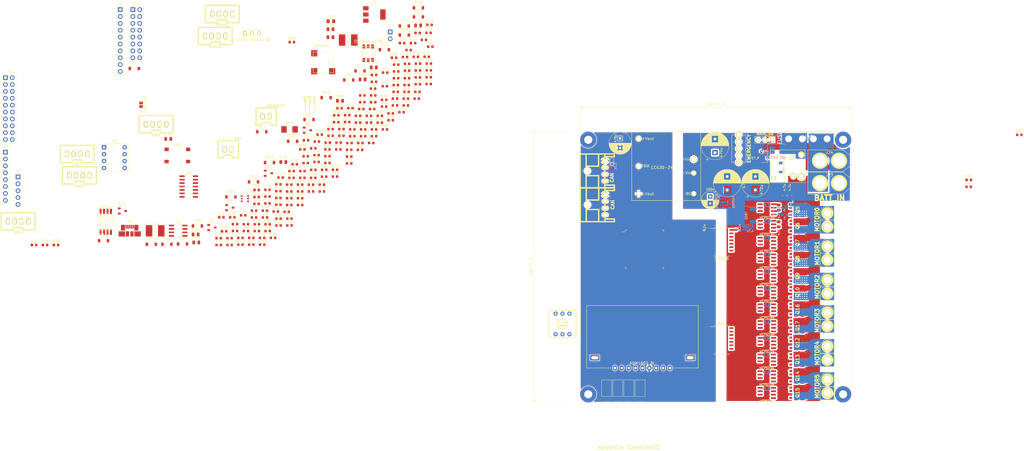
<source format=kicad_pcb>
(kicad_pcb (version 20171130) (host pcbnew "(5.1.4)-1")
  (layers (0 F.Cu signal) (31 B.Cu signal) (34 B.Paste user) (35 F.Paste user) (36 B.SilkS user) (37 F.SilkS user) (38 B.Mask user) (39 F.Mask user) (44 Edge.Cuts user))
  (net 0 "")
  (net 1 /OSC_IN)
  (net 2 GND)
  (net 3 /~RST)
  (net 4 /OSC_OUT)
  (net 5 +3V3)
  (net 6 "Net-(C5-Pad1)")
  (net 7 "Net-(C7-Pad2)")
  (net 8 /FB_Control_OUT)
  (net 9 /FB_Control)
  (net 10 "Net-(C9-Pad1)")
  (net 11 "Net-(C12-Pad2)")
  (net 12 "Net-(C13-Pad2)")
  (net 13 "Net-(C13-Pad1)")
  (net 14 "Net-(C15-Pad1)")
  (net 15 "Net-(C22-Pad2)")
  (net 16 "Net-(C23-Pad2)")
  (net 17 "Net-(C26-Pad1)")
  (net 18 "Net-(C27-Pad2)")
  (net 19 "Net-(C27-Pad1)")
  (net 20 +5V)
  (net 21 "Net-(C31-Pad1)")
  (net 22 "Net-(C32-Pad1)")
  (net 23 "Net-(C33-Pad2)")
  (net 24 "Net-(C34-Pad2)")
  (net 25 "Net-(C35-Pad1)")
  (net 26 GNDPWR)
  (net 27 +5P)
  (net 28 "Net-(C41-Pad1)")
  (net 29 /FB_OUT)
  (net 30 "Net-(C42-Pad1)")
  (net 31 "Net-(C43-Pad2)")
  (net 32 "Net-(C43-Pad1)")
  (net 33 MOTOR_Batt)
  (net 34 Batt)
  (net 35 "Net-(C53-Pad1)")
  (net 36 /Motor0L)
  (net 37 "Net-(C54-Pad1)")
  (net 38 /Motor0R)
  (net 39 "Net-(C55-Pad1)")
  (net 40 /Motor1L)
  (net 41 /Motor1R)
  (net 42 "Net-(C56-Pad1)")
  (net 43 "Net-(C57-Pad1)")
  (net 44 /Motor2L)
  (net 45 /Motor2R)
  (net 46 "Net-(C58-Pad1)")
  (net 47 "Net-(C68-Pad1)")
  (net 48 /Motor3L)
  (net 49 /Motor3R)
  (net 50 "Net-(C69-Pad1)")
  (net 51 /Motor4L)
  (net 52 "Net-(C70-Pad1)")
  (net 53 /Motor4R)
  (net 54 "Net-(C71-Pad1)")
  (net 55 /Motor5L)
  (net 56 "Net-(C72-Pad1)")
  (net 57 "Net-(C73-Pad1)")
  (net 58 /Motor5R)
  (net 59 +12V)
  (net 60 "Net-(D3-Pad2)")
  (net 61 "Net-(D4-Pad2)")
  (net 62 "Net-(D5-Pad2)")
  (net 63 "Net-(D6-Pad2)")
  (net 64 "Net-(D8-Pad2)")
  (net 65 "Net-(D9-Pad2)")
  (net 66 "Net-(D12-Pad2)")
  (net 67 "Net-(D14-Pad1)")
  (net 68 "Net-(D15-Pad2)")
  (net 69 "Net-(D17-Pad1)")
  (net 70 "Net-(D18-Pad1)")
  (net 71 "Net-(D19-Pad1)")
  (net 72 "Net-(D27-Pad2)")
  (net 73 "Net-(D28-Pad2)")
  (net 74 "Net-(D29-Pad2)")
  (net 75 "Net-(D30-Pad2)")
  (net 76 "Net-(D31-Pad2)")
  (net 77 "Net-(D32-Pad2)")
  (net 78 "Net-(D33-Pad1)")
  (net 79 Regulator_5V)
  (net 80 Control_5V)
  (net 81 External_5V)
  (net 82 "Net-(D36-Pad2)")
  (net 83 "Net-(D37-Pad2)")
  (net 84 "Net-(D38-Pad2)")
  (net 85 "Net-(D46-Pad2)")
  (net 86 "Net-(D48-Pad2)")
  (net 87 POWER_Batt)
  (net 88 "Net-(D56-Pad1)")
  (net 89 "Net-(D56-Pad2)")
  (net 90 +BATT)
  (net 91 /MOTOR0L_PWM)
  (net 92 /MOTOR0R_PWM)
  (net 93 /MOTOR1L_PWM)
  (net 94 /MOTOR1R_PWM)
  (net 95 /MOTOR2L_PWM)
  (net 96 /MOTOR2R_PWM)
  (net 97 /motor2_R_signal)
  (net 98 /motor2_L_signal)
  (net 99 /motor1_R_signal)
  (net 100 /motor1_L_signal)
  (net 101 /motor0_R_signal)
  (net 102 /motor0_L_signal)
  (net 103 /motor3_L_signal)
  (net 104 /motor3_R_signal)
  (net 105 /motor4_L_signal)
  (net 106 /motor4_R_signal)
  (net 107 /motor5_L_signal)
  (net 108 /motor5_R_signal)
  (net 109 /MOTOR5R_PWM)
  (net 110 /MOTOR5L_PWM)
  (net 111 /MOTOR4R_PWM)
  (net 112 /MOTOR4L_PWM)
  (net 113 /MOTOR3R_PWM)
  (net 114 /MOTOR3L_PWM)
  (net 115 /PA10_USART1_RX)
  (net 116 /PA9_USART1_TX)
  (net 117 /PC0_ADC12_IN10)
  (net 118 /PC1_ADC12_IN11)
  (net 119 /PC2_ADC12_IN12)
  (net 120 /PC3_ADC12_IN13)
  (net 121 /PC4_ADC12_IN14)
  (net 122 /PC5_ADC12_IN15)
  (net 123 /PB0_ADC12_IN8)
  (net 124 /PB1_ADC12_IN9)
  (net 125 /PA2_ADC12_IN2)
  (net 126 /PA3_ADC12_IN3)
  (net 127 "Net-(J3-Pad2)")
  (net 128 /SWCLK)
  (net 129 /SWDIO)
  (net 130 /CAN_H)
  (net 131 /CAN_L)
  (net 132 /PD8_USART3_TX)
  (net 133 /PD9_USART3_RX)
  (net 134 /PE0_IO)
  (net 135 /PE1_IO)
  (net 136 /PE12_IO)
  (net 137 /PE15_IO)
  (net 138 /PA4_IO)
  (net 139 /PA8_IO)
  (net 140 /PA11_IO)
  (net 141 /PA12_IO)
  (net 142 /D-)
  (net 143 /D+)
  (net 144 "Net-(J9-Pad4)")
  (net 145 "Net-(J9-Pad6)")
  (net 146 "Net-(J11-Pad3)")
  (net 147 "Net-(J11-Pad4)")
  (net 148 "Net-(J12-Pad4)")
  (net 149 "Net-(J12-Pad3)")
  (net 150 "Net-(J13-Pad3)")
  (net 151 "Net-(J13-Pad4)")
  (net 152 "Net-(J14-Pad4)")
  (net 153 "Net-(J14-Pad3)")
  (net 154 "Net-(Q1-Pad3)")
  (net 155 "Net-(Q1-Pad1)")
  (net 156 "Net-(Q2-Pad3)")
  (net 157 "Net-(Q2-Pad1)")
  (net 158 "Net-(Q3-Pad1)")
  (net 159 "Net-(Q5-Pad2)")
  (net 160 "Net-(Q5-Pad4)")
  (net 161 "Net-(Q6-Pad4)")
  (net 162 "Net-(Q6-Pad2)")
  (net 163 "Net-(Q7-Pad2)")
  (net 164 "Net-(Q7-Pad4)")
  (net 165 "Net-(Q8-Pad2)")
  (net 166 "Net-(Q8-Pad4)")
  (net 167 "Net-(Q9-Pad4)")
  (net 168 "Net-(Q9-Pad2)")
  (net 169 "Net-(Q10-Pad2)")
  (net 170 "Net-(Q10-Pad4)")
  (net 171 "Net-(Q11-Pad1)")
  (net 172 "Net-(Q12-Pad2)")
  (net 173 "Net-(Q12-Pad4)")
  (net 174 "Net-(Q13-Pad4)")
  (net 175 "Net-(Q13-Pad2)")
  (net 176 "Net-(Q14-Pad4)")
  (net 177 "Net-(Q14-Pad2)")
  (net 178 "Net-(Q15-Pad4)")
  (net 179 "Net-(Q15-Pad2)")
  (net 180 "Net-(Q16-Pad2)")
  (net 181 "Net-(Q16-Pad4)")
  (net 182 "Net-(Q17-Pad4)")
  (net 183 "Net-(Q17-Pad2)")
  (net 184 "Net-(Q18-Pad1)")
  (net 185 "Net-(R5-Pad1)")
  (net 186 /PB8_Buzzer_TIM10_CH1)
  (net 187 "Net-(R14-Pad1)")
  (net 188 "Net-(R15-Pad1)")
  (net 189 "Net-(R16-Pad1)")
  (net 190 "Net-(R17-Pad1)")
  (net 191 /PA0_TIM5_CH1)
  (net 192 /PD12_TIM4_CH1)
  (net 193 /PA0_TIM5_CH2)
  (net 194 /PD13_TIM4_CH2)
  (net 195 /PB7_I2C1_SDA)
  (net 196 /PB6_I2C1_SCL)
  (net 197 /PB9_LCD_BL_TIM11_CH1)
  (net 198 "Net-(R27-Pad2)")
  (net 199 /PA15_TIM2_CH1)
  (net 200 /PB4_TIM3_CH1)
  (net 201 /PB3_TIM2_CH2)
  (net 202 /PB5_TIM3_CH2)
  (net 203 /BLUE)
  (net 204 "Net-(R36-Pad2)")
  (net 205 "Net-(R37-Pad2)")
  (net 206 /GREEN)
  (net 207 /RED)
  (net 208 "Net-(R38-Pad2)")
  (net 209 /PD6_DIPSW_3)
  (net 210 /LED0)
  (net 211 /SW0)
  (net 212 /PD4_DIPSW_2)
  (net 213 /LED1)
  (net 214 /SW1)
  (net 215 /PD3_DIPSW_1)
  (net 216 /PD2_DIPSW_0)
  (net 217 /LED2)
  (net 218 /SW2)
  (net 219 /LED3)
  (net 220 /SW3)
  (net 221 /LED4)
  (net 222 /LED5)
  (net 223 "Net-(R54-Pad1)")
  (net 224 /PA6_SPI1_MISO)
  (net 225 "Net-(R55-Pad2)")
  (net 226 /PA5_SPI1_SCK)
  (net 227 /PA7_SPI1_MOSI)
  (net 228 "Net-(R56-Pad2)")
  (net 229 "Net-(R59-Pad2)")
  (net 230 "Net-(R60-Pad2)")
  (net 231 "Net-(R61-Pad2)")
  (net 232 "Net-(R62-Pad2)")
  (net 233 "Net-(R63-Pad2)")
  (net 234 "Net-(R64-Pad2)")
  (net 235 "Net-(R69-Pad2)")
  (net 236 "Net-(R70-Pad2)")
  (net 237 "Net-(R71-Pad2)")
  (net 238 "Net-(R72-Pad2)")
  (net 239 "Net-(R73-Pad2)")
  (net 240 "Net-(R74-Pad2)")
  (net 241 "Net-(R75-Pad2)")
  (net 242 "Net-(R76-Pad2)")
  (net 243 "Net-(R77-Pad2)")
  (net 244 "Net-(R78-Pad2)")
  (net 245 "Net-(R79-Pad2)")
  (net 246 "Net-(R80-Pad2)")
  (net 247 "Net-(R88-Pad2)")
  (net 248 "Net-(R89-Pad2)")
  (net 249 "Net-(R90-Pad2)")
  (net 250 "Net-(R91-Pad2)")
  (net 251 "Net-(R92-Pad2)")
  (net 252 "Net-(R93-Pad2)")
  (net 253 "Net-(R94-Pad2)")
  (net 254 "Net-(R95-Pad2)")
  (net 255 "Net-(R96-Pad2)")
  (net 256 "Net-(R97-Pad2)")
  (net 257 "Net-(R98-Pad2)")
  (net 258 "Net-(R99-Pad2)")
  (net 259 "Net-(R100-Pad2)")
  (net 260 "Net-(R101-Pad2)")
  (net 261 "Net-(R102-Pad2)")
  (net 262 "Net-(R103-Pad2)")
  (net 263 "Net-(R104-Pad2)")
  (net 264 "Net-(R105-Pad2)")
  (net 265 "Net-(SW8-Pad3)")
  (net 266 "Net-(SW9-Pad3)")
  (net 267 /CAN1_TX)
  (net 268 /CAN1_RX)
  (net 269 /PD5_USART2_TX)
  (net 270 /PD6_USART2_RX)
  (net 271 "Net-(U3-Pad8)")
  (net 272 "Net-(U3-Pad9)")
  (net 273 "Net-(U3-Pad10)")
  (net 274 "Net-(U4-Pad1)")
  (net 275 /PB2_ROM_~WP)
  (net 276 /PE7_ROM_~CS)
  (net 277 /PE8_ROM_~HOLD)
  (net 278 /PE10)
  (net 279 /ADRESS0_PD10)
  (net 280 /ADRESS1_PD11)
  (net 281 /ADRESS2_PD14)
  (net 282 /ADRESS3_PD15)
  (net 283 /ROM_PE8_~HOLD)
  (net 284 "Net-(U11-Pad5)")
  (net 285 "Net-(U18-Pad3)")
  (net 286 "Net-(D49-Pad2)")
  (net 287 +12P)
  (net 288 "Net-(D57-Pad2)")
  (module Mizz_lib:Inductor_Taiyo-Yuden_NR-50xx_HandSoldering (layer F.Cu) (at -120.764999 74.625001)
    (fp_text reference L2 hide)
    (fp_text value 22uH (at 0 0 90) (layer F.SilkS))
    (pad 1 smd rect (at -2.25 0) (size 2.4 4.2) (layers F.Cu F.Paste F.Mask) (net 32 "Net-(C43-Pad1)"))
    (pad 2 smd rect (at 2.25 0) (size 2.4 4.2) (layers F.Cu F.Paste F.Mask) (net 29 /FB_OUT))
  )
  (module Mizz_lib:Inductor_Taiyo-Yuden_NR-50xx_HandSoldering (layer F.Cu) (at -49.544999 4.175001)
    (fp_text reference L1 hide)
    (fp_text value 22uH (at 0 0 90) (layer F.SilkS))
    (pad 2 smd rect (at 2.25 0) (size 2.4 4.2) (layers F.Cu F.Paste F.Mask) (net 8 /FB_Control_OUT))
    (pad 1 smd rect (at -2.25 0) (size 2.4 4.2) (layers F.Cu F.Paste F.Mask) (net 13 "Net-(C13-Pad1)"))
  )
  (module Mizz_lib:OSTBABS4C2B (layer F.Cu) (at -42.169999 8.96)
    (fp_text reference U7 hide)
    (fp_text value OSTBABS4C2B (at 0 -4.3) (layer F.SilkS))
    (pad 6 smd rect (at -1.6 -2.4) (size 1 1.5) (layers F.Cu F.Paste F.Mask) (net 2 GND))
    (pad 5 smd rect (at 0 -2.4) (size 1 1.5) (layers F.Cu F.Paste F.Mask) (net 2 GND))
    (pad 4 smd rect (at 1.6 -2.4) (size 1 1.5) (layers F.Cu F.Paste F.Mask) (net 2 GND))
    (pad 3 smd rect (at 1.6 2.6) (size 1 1.5) (layers F.Cu F.Paste F.Mask) (net 208 "Net-(R38-Pad2)"))
    (pad 2 smd rect (at 0 2.6) (size 1 1.5) (layers F.Cu F.Paste F.Mask) (net 205 "Net-(R37-Pad2)"))
    (pad 1 smd rect (at -1.6 2.6) (size 1 1.5) (layers F.Cu F.Paste F.Mask) (net 204 "Net-(R36-Pad2)"))
  )
  (module Mizz_lib:UGCT7525AN4 (layer F.Cu) (at -59.07 12.07)
    (fp_text reference LS1 hide)
    (fp_text value Speaker (at -0.4 -5.8) (layer F.SilkS))
    (pad 3 smd rect (at 3.6 3.6) (size 2.3 2.3) (layers F.Cu F.Paste F.Mask))
    (pad 2 smd rect (at -3 3.6) (size 2.3 2.3) (layers F.Cu F.Paste F.Mask) (net 67 "Net-(D14-Pad1)"))
    (pad 1 smd rect (at -3 -3) (size 2.3 2.3) (layers F.Cu F.Paste F.Mask) (net 5 +3V3))
  )
  (module Capacitor_SMD:C_0603_1608Metric (layer F.Cu) (at -79.314999 61.985001)
    (fp_text reference C1 (at 0 -1.43) (layer F.SilkS))
    (fp_text value 22p)
    (pad 1 smd roundrect (at -0.7875 0) (size 0.875 0.95) (layers F.Cu F.Paste F.Mask) (net 1 /OSC_IN))
    (pad 2 smd roundrect (at 0.7875 0) (size 0.875 0.95) (layers F.Cu F.Paste F.Mask) (net 2 GND))
  )
  (module Capacitor_SMD:C_0603_1608Metric (layer F.Cu) (at -44.324999 27.135001)
    (fp_text reference C2 (at 0 -1.43) (layer F.SilkS))
    (fp_text value 0.1u)
    (pad 1 smd roundrect (at -0.7875 0) (size 0.875 0.95) (layers F.Cu F.Paste F.Mask) (net 2 GND))
    (pad 2 smd roundrect (at 0.7875 0) (size 0.875 0.95) (layers F.Cu F.Paste F.Mask) (net 3 /~RST))
  )
  (module Capacitor_SMD:C_0603_1608Metric (layer F.Cu) (at -91.284999 74.675001)
    (fp_text reference C3 (at 0 -1.43) (layer F.SilkS))
    (fp_text value 22p)
    (pad 2 smd roundrect (at 0.7875 0) (size 0.875 0.95) (layers F.Cu F.Paste F.Mask) (net 2 GND))
    (pad 1 smd roundrect (at -0.7875 0) (size 0.875 0.95) (layers F.Cu F.Paste F.Mask) (net 4 /OSC_OUT))
  )
  (module Capacitor_SMD:C_0603_1608Metric (layer F.Cu) (at -97.324999 79.855001)
    (fp_text reference C4 (at 0 -1.43) (layer F.SilkS))
    (fp_text value 0.1u)
    (pad 2 smd roundrect (at 0.7875 0) (size 0.875 0.95) (layers F.Cu F.Paste F.Mask) (net 2 GND))
    (pad 1 smd roundrect (at -0.7875 0) (size 0.875 0.95) (layers F.Cu F.Paste F.Mask) (net 5 +3V3))
  )
  (module Capacitor_SMD:C_0603_1608Metric (layer F.Cu) (at -62.444999 44.155001)
    (fp_text reference C5 (at 0 -1.43) (layer F.SilkS))
    (fp_text value 0.1u)
    (pad 2 smd roundrect (at 0.7875 0) (size 0.875 0.95) (layers F.Cu F.Paste F.Mask) (net 2 GND))
    (pad 1 smd roundrect (at -0.7875 0) (size 0.875 0.95) (layers F.Cu F.Paste F.Mask) (net 6 "Net-(C5-Pad1)"))
  )
  (module Capacitor_SMD:C_0603_1608Metric (layer F.Cu) (at -65.224999 47.095001)
    (fp_text reference C6 (at 0 -1.43) (layer F.SilkS))
    (fp_text value 0.1u)
    (pad 2 smd roundrect (at 0.7875 0) (size 0.875 0.95) (layers F.Cu F.Paste F.Mask) (net 2 GND))
    (pad 1 smd roundrect (at -0.7875 0) (size 0.875 0.95) (layers F.Cu F.Paste F.Mask) (net 59 +12V))
  )
  (module Capacitor_SMD:C_0603_1608Metric (layer F.Cu) (at -56.054999 39.535001)
    (fp_text reference C7 (at 0 -1.43) (layer F.SilkS))
    (fp_text value 1u)
    (pad 2 smd roundrect (at 0.7875 0) (size 0.875 0.95) (layers F.Cu F.Paste F.Mask) (net 7 "Net-(C7-Pad2)"))
    (pad 1 smd roundrect (at -0.7875 0) (size 0.875 0.95) (layers F.Cu F.Paste F.Mask) (net 2 GND))
  )
  (module Capacitor_SMD:C_0603_1608Metric (layer F.Cu) (at -65.224999 49.605001)
    (fp_text reference C8 (at 0 -1.43) (layer F.SilkS))
    (fp_text value 0.1u)
    (pad 1 smd roundrect (at -0.7875 0) (size 0.875 0.95) (layers F.Cu F.Paste F.Mask) (net 8 /FB_Control_OUT))
    (pad 2 smd roundrect (at 0.7875 0) (size 0.875 0.95) (layers F.Cu F.Paste F.Mask) (net 9 /FB_Control))
  )
  (module Capacitor_SMD:C_0603_1608Metric (layer F.Cu) (at -40.314999 24.625001)
    (fp_text reference C9 (at 0 -1.43) (layer F.SilkS))
    (fp_text value 0.1u)
    (pad 1 smd roundrect (at -0.7875 0) (size 0.875 0.95) (layers F.Cu F.Paste F.Mask) (net 10 "Net-(C9-Pad1)"))
    (pad 2 smd roundrect (at 0.7875 0) (size 0.875 0.95) (layers F.Cu F.Paste F.Mask) (net 2 GND))
  )
  (module Capacitor_SMD:C_0603_1608Metric (layer F.Cu) (at -49.914999 34.435001)
    (fp_text reference C10 (at 0 -1.43) (layer F.SilkS))
    (fp_text value 0.1u)
    (pad 1 smd roundrect (at -0.7875 0) (size 0.875 0.95) (layers F.Cu F.Paste F.Mask) (net 59 +12V))
    (pad 2 smd roundrect (at 0.7875 0) (size 0.875 0.95) (layers F.Cu F.Paste F.Mask) (net 2 GND))
  )
  (module Capacitor_SMD:C_0603_1608Metric (layer F.Cu) (at -28.604999 10.445001)
    (fp_text reference C11 (at 0 -1.43) (layer F.SilkS))
    (fp_text value 0.1u)
    (pad 1 smd roundrect (at -0.7875 0) (size 0.875 0.95) (layers F.Cu F.Paste F.Mask) (net 5 +3V3))
    (pad 2 smd roundrect (at 0.7875 0) (size 0.875 0.95) (layers F.Cu F.Paste F.Mask) (net 2 GND))
  )
  (module Capacitor_SMD:C_0603_1608Metric (layer F.Cu) (at -31.854999 15.765001)
    (fp_text reference C12 (at 0 -1.43) (layer F.SilkS))
    (fp_text value 1u)
    (pad 1 smd roundrect (at -0.7875 0) (size 0.875 0.95) (layers F.Cu F.Paste F.Mask) (net 2 GND))
    (pad 2 smd roundrect (at 0.7875 0) (size 0.875 0.95) (layers F.Cu F.Paste F.Mask) (net 11 "Net-(C12-Pad2)"))
  )
  (module Capacitor_SMD:C_0603_1608Metric (layer F.Cu) (at -84.274999 67.185001)
    (fp_text reference C13 (at 0 -1.43) (layer F.SilkS))
    (fp_text value 0.1u)
    (pad 2 smd roundrect (at 0.7875 0) (size 0.875 0.95) (layers F.Cu F.Paste F.Mask) (net 12 "Net-(C13-Pad2)"))
    (pad 1 smd roundrect (at -0.7875 0) (size 0.875 0.95) (layers F.Cu F.Paste F.Mask) (net 13 "Net-(C13-Pad1)"))
  )
  (module Capacitor_SMD:C_0603_1608Metric (layer F.Cu) (at -21.614999 4.105001)
    (fp_text reference C14 (at 0 -1.43) (layer F.SilkS))
    (fp_text value 1u)
    (pad 2 smd roundrect (at 0.7875 0) (size 0.875 0.95) (layers F.Cu F.Paste F.Mask) (net 2 GND))
    (pad 1 smd roundrect (at -0.7875 0) (size 0.875 0.95) (layers F.Cu F.Paste F.Mask) (net 5 +3V3))
  )
  (module Capacitor_SMD:C_0805_2012Metric_Pad1.15x1.40mm_HandSolder (layer F.Cu) (at -55.924999 -2.764999)
    (fp_text reference C15 (at 0 -1.65) (layer F.SilkS))
    (fp_text value 4.7u)
    (pad 1 smd roundrect (at -1.025 0) (size 1.15 1.4) (layers F.Cu F.Paste F.Mask) (roundrect_rratio 0.217391) (net 14 "Net-(C15-Pad1)"))
    (pad 2 smd roundrect (at 1.025 0) (size 1.15 1.4) (layers F.Cu F.Paste F.Mask) (roundrect_rratio 0.217391) (net 2 GND))
  )
  (module Capacitor_SMD:C_0603_1608Metric (layer F.Cu) (at -88.284999 68.885001)
    (fp_text reference C16 (at 0 -1.43) (layer F.SilkS))
    (fp_text value 0.1u)
    (pad 1 smd roundrect (at -0.7875 0) (size 0.875 0.95) (layers F.Cu F.Paste F.Mask) (net 5 +3V3))
    (pad 2 smd roundrect (at 0.7875 0) (size 0.875 0.95) (layers F.Cu F.Paste F.Mask) (net 2 GND))
  )
  (module Capacitor_SMD:C_0603_1608Metric (layer F.Cu) (at -31.854999 13.255001)
    (fp_text reference C17 (at 0 -1.43) (layer F.SilkS))
    (fp_text value 0.1u)
    (pad 2 smd roundrect (at 0.7875 0) (size 0.875 0.95) (layers F.Cu F.Paste F.Mask) (net 2 GND))
    (pad 1 smd roundrect (at -0.7875 0) (size 0.875 0.95) (layers F.Cu F.Paste F.Mask) (net 5 +3V3))
  )
  (module Capacitor_SMD:C_0603_1608Metric (layer F.Cu) (at -97.324999 77.345001)
    (fp_text reference C18 (at 0 -1.43) (layer F.SilkS))
    (fp_text value 0.1u)
    (pad 1 smd roundrect (at -0.7875 0) (size 0.875 0.95) (layers F.Cu F.Paste F.Mask) (net 5 +3V3))
    (pad 2 smd roundrect (at 0.7875 0) (size 0.875 0.95) (layers F.Cu F.Paste F.Mask) (net 2 GND))
  )
  (module Capacitor_SMD:C_0603_1608Metric (layer F.Cu) (at -40.404999 22.115001)
    (fp_text reference C19 (at 0 -1.43) (layer F.SilkS))
    (fp_text value 0.1u)
    (pad 2 smd roundrect (at 0.7875 0) (size 0.875 0.95) (layers F.Cu F.Paste F.Mask) (net 2 GND))
    (pad 1 smd roundrect (at -0.7875 0) (size 0.875 0.95) (layers F.Cu F.Paste F.Mask) (net 5 +3V3))
  )
  (module Capacitor_SMD:C_0603_1608Metric (layer F.Cu) (at -49.914999 31.925001)
    (fp_text reference C20 (at 0 -1.43) (layer F.SilkS))
    (fp_text value 10u)
    (pad 1 smd roundrect (at -0.7875 0) (size 0.875 0.95) (layers F.Cu F.Paste F.Mask) (net 8 /FB_Control_OUT))
    (pad 2 smd roundrect (at 0.7875 0) (size 0.875 0.95) (layers F.Cu F.Paste F.Mask) (net 2 GND))
  )
  (module Capacitor_SMD:C_0603_1608Metric (layer F.Cu) (at -93.314999 77.345001)
    (fp_text reference C21 (at 0 -1.43) (layer F.SilkS))
    (fp_text value 0.1u)
    (pad 2 smd roundrect (at 0.7875 0) (size 0.875 0.95) (layers F.Cu F.Paste F.Mask) (net 2 GND))
    (pad 1 smd roundrect (at -0.7875 0) (size 0.875 0.95) (layers F.Cu F.Paste F.Mask) (net 5 +3V3))
  )
  (module Capacitor_SMD:C_0603_1608Metric (layer F.Cu) (at -27.264999 7.855001)
    (fp_text reference C22 (at 0 -1.43) (layer F.SilkS))
    (fp_text value 0.1u)
    (pad 1 smd roundrect (at -0.7875 0) (size 0.875 0.95) (layers F.Cu F.Paste F.Mask) (net 2 GND))
    (pad 2 smd roundrect (at 0.7875 0) (size 0.875 0.95) (layers F.Cu F.Paste F.Mask) (net 15 "Net-(C22-Pad2)"))
  )
  (module Capacitor_SMD:C_0603_1608Metric (layer F.Cu) (at -56.054999 37.025001)
    (fp_text reference C23 (at 0 -1.43) (layer F.SilkS))
    (fp_text value 0.1u)
    (pad 1 smd roundrect (at -0.7875 0) (size 0.875 0.95) (layers F.Cu F.Paste F.Mask) (net 2 GND))
    (pad 2 smd roundrect (at 0.7875 0) (size 0.875 0.95) (layers F.Cu F.Paste F.Mask) (net 16 "Net-(C23-Pad2)"))
  )
  (module Capacitor_SMD:C_0603_1608Metric (layer F.Cu) (at -83.364999 64.675001)
    (fp_text reference C24 (at 0 -1.43) (layer F.SilkS))
    (fp_text value 0.1u)
    (pad 1 smd roundrect (at -0.7875 0) (size 0.875 0.95) (layers F.Cu F.Paste F.Mask) (net 5 +3V3))
    (pad 2 smd roundrect (at 0.7875 0) (size 0.875 0.95) (layers F.Cu F.Paste F.Mask) (net 2 GND))
  )
  (module Capacitor_SMD:C_0603_1608Metric (layer F.Cu) (at -91.284999 72.165001)
    (fp_text reference C25 (at 0 -1.43) (layer F.SilkS))
    (fp_text value 0.1u)
    (pad 1 smd roundrect (at -0.7875 0) (size 0.875 0.95) (layers F.Cu F.Paste F.Mask) (net 2 GND))
    (pad 2 smd roundrect (at 0.7875 0) (size 0.875 0.95) (layers F.Cu F.Paste F.Mask) (net 5 +3V3))
  )
  (module Capacitor_SMD:C_0603_1608Metric (layer F.Cu) (at -69.274999 50.045001)
    (fp_text reference C26 (at 0 -1.43) (layer F.SilkS))
    (fp_text value 1u)
    (pad 1 smd roundrect (at -0.7875 0) (size 0.875 0.95) (layers F.Cu F.Paste F.Mask) (net 17 "Net-(C26-Pad1)"))
    (pad 2 smd roundrect (at 0.7875 0) (size 0.875 0.95) (layers F.Cu F.Paste F.Mask) (net 5 +3V3))
  )
  (module Capacitor_SMD:C_0603_1608Metric (layer F.Cu) (at -40.044999 19.605001)
    (fp_text reference C27 (at 0 -1.43) (layer F.SilkS))
    (fp_text value 1u)
    (pad 2 smd roundrect (at 0.7875 0) (size 0.875 0.95) (layers F.Cu F.Paste F.Mask) (net 18 "Net-(C27-Pad2)"))
    (pad 1 smd roundrect (at -0.7875 0) (size 0.875 0.95) (layers F.Cu F.Paste F.Mask) (net 19 "Net-(C27-Pad1)"))
  )
  (module Capacitor_SMD:C_0603_1608Metric (layer F.Cu) (at -19.914999 1.515001)
    (fp_text reference C28 (at 0 -1.43) (layer F.SilkS))
    (fp_text value 10u)
    (pad 2 smd roundrect (at 0.7875 0) (size 0.875 0.95) (layers F.Cu F.Paste F.Mask) (net 2 GND))
    (pad 1 smd roundrect (at -0.7875 0) (size 0.875 0.95) (layers F.Cu F.Paste F.Mask) (net 20 +5V))
  )
  (module Capacitor_SMD:C_0603_1608Metric (layer F.Cu) (at -74.484999 54.945001)
    (fp_text reference C29 (at 0 -1.43) (layer F.SilkS))
    (fp_text value 0.1u)
    (pad 2 smd roundrect (at 0.7875 0) (size 0.875 0.95) (layers F.Cu F.Paste F.Mask) (net 2 GND))
    (pad 1 smd roundrect (at -0.7875 0) (size 0.875 0.95) (layers F.Cu F.Paste F.Mask) (net 5 +3V3))
  )
  (module Capacitor_SMD:C_0603_1608Metric (layer F.Cu) (at -70.434999 52.555001)
    (fp_text reference C30 (at 0 -1.43) (layer F.SilkS))
    (fp_text value 4.7u)
    (pad 1 smd roundrect (at -0.7875 0) (size 0.875 0.95) (layers F.Cu F.Paste F.Mask) (net 5 +3V3))
    (pad 2 smd roundrect (at 0.7875 0) (size 0.875 0.95) (layers F.Cu F.Paste F.Mask) (net 2 GND))
  )
  (module Capacitor_SMD:C_0603_1608Metric (layer F.Cu) (at -35.904999 16.205001)
    (fp_text reference C31 (at 0 -1.43) (layer F.SilkS))
    (fp_text value 22u)
    (pad 1 smd roundrect (at -0.7875 0) (size 0.875 0.95) (layers F.Cu F.Paste F.Mask) (net 21 "Net-(C31-Pad1)"))
    (pad 2 smd roundrect (at 0.7875 0) (size 0.875 0.95) (layers F.Cu F.Paste F.Mask) (net 2 GND))
  )
  (module Capacitor_SMD:C_0603_1608Metric (layer F.Cu) (at -79.314999 59.475001)
    (fp_text reference C32 (at 0 -1.43) (layer F.SilkS))
    (fp_text value 2.2u)
    (pad 2 smd roundrect (at 0.7875 0) (size 0.875 0.95) (layers F.Cu F.Paste F.Mask) (net 2 GND))
    (pad 1 smd roundrect (at -0.7875 0) (size 0.875 0.95) (layers F.Cu F.Paste F.Mask) (net 22 "Net-(C32-Pad1)"))
  )
  (module Capacitor_SMD:C_0603_1608Metric (layer F.Cu) (at -53.964999 34.515001)
    (fp_text reference C33 (at 0 -1.43) (layer F.SilkS))
    (fp_text value 0.1u)
    (pad 2 smd roundrect (at 0.7875 0) (size 0.875 0.95) (layers F.Cu F.Paste F.Mask) (net 23 "Net-(C33-Pad2)"))
    (pad 1 smd roundrect (at -0.7875 0) (size 0.875 0.95) (layers F.Cu F.Paste F.Mask) (net 2 GND))
  )
  (module Capacitor_SMD:C_0603_1608Metric (layer F.Cu) (at -48.734999 29.335001)
    (fp_text reference C34 (at 0 -1.43) (layer F.SilkS))
    (fp_text value 0.1u)
    (pad 2 smd roundrect (at 0.7875 0) (size 0.875 0.95) (layers F.Cu F.Paste F.Mask) (net 24 "Net-(C34-Pad2)"))
    (pad 1 smd roundrect (at -0.7875 0) (size 0.875 0.95) (layers F.Cu F.Paste F.Mask) (net 2 GND))
  )
  (module Capacitor_SMD:C_0603_1608Metric (layer F.Cu) (at -19.554999 -1.434999)
    (fp_text reference C35 (at 0 -1.43) (layer F.SilkS))
    (fp_text value 2.2u)
    (pad 1 smd roundrect (at -0.7875 0) (size 0.875 0.95) (layers F.Cu F.Paste F.Mask) (net 25 "Net-(C35-Pad1)"))
    (pad 2 smd roundrect (at 0.7875 0) (size 0.875 0.95) (layers F.Cu F.Paste F.Mask) (net 2 GND))
  )
  (module Capacitor_SMD:C_0603_1608Metric (layer F.Cu) (at 83 73.5 90)
    (fp_text reference C36 hide)
    (fp_text value 0.1u (at 0 -1.25 90) (layer F.SilkS) (effects (font (size 0.8 0.8))))
    (pad 1 smd roundrect (at -0.7875 0 90) (size 0.875 0.95) (layers F.Cu F.Paste F.Mask) (net 5 +3V3))
    (pad 2 smd roundrect (at 0.7875 0 90) (size 0.875 0.95) (layers F.Cu F.Paste F.Mask) (net 2 GND))
  )
  (module Capacitor_SMD:C_0603_1608Metric (layer F.Cu) (at -44.324999 24.625001)
    (fp_text reference C37 (at 0 -1.43) (layer F.SilkS))
    (fp_text value 0.1u)
    (pad 2 smd roundrect (at 0.7875 0) (size 0.875 0.95) (layers F.Cu F.Paste F.Mask) (net 2 GND))
    (pad 1 smd roundrect (at -0.7875 0) (size 0.875 0.95) (layers F.Cu F.Paste F.Mask) (net 5 +3V3))
  )
  (module Capacitor_SMD:C_0603_1608Metric (layer F.Cu) (at 93.5 73.5 90)
    (fp_text reference C38 hide)
    (fp_text value 0.1u (at 0 1.25 90) (layer F.SilkS) (effects (font (size 0.8 0.8))))
    (pad 2 smd roundrect (at 0.7875 0 90) (size 0.875 0.95) (layers F.Cu F.Paste F.Mask) (net 26 GNDPWR))
    (pad 1 smd roundrect (at -0.7875 0 90) (size 0.875 0.95) (layers F.Cu F.Paste F.Mask) (net 27 +5P))
  )
  (module Capacitor_SMD:C_0603_1608Metric (layer F.Cu) (at -75.304999 57.455001)
    (fp_text reference C39 (at 0 -1.43) (layer F.SilkS))
    (fp_text value 0.1u)
    (pad 1 smd roundrect (at -0.7875 0) (size 0.875 0.95) (layers F.Cu F.Paste F.Mask) (net 27 +5P))
    (pad 2 smd roundrect (at 0.7875 0) (size 0.875 0.95) (layers F.Cu F.Paste F.Mask) (net 26 GNDPWR))
  )
  (module Capacitor_SMD:C_0603_1608Metric (layer F.Cu) (at -23.874999 20.485001)
    (fp_text reference C40 (at 0 -1.43) (layer F.SilkS))
    (fp_text value 0.1u)
    (pad 1 smd roundrect (at -0.7875 0) (size 0.875 0.95) (layers F.Cu F.Paste F.Mask) (net 5 +3V3))
    (pad 2 smd roundrect (at 0.7875 0) (size 0.875 0.95) (layers F.Cu F.Paste F.Mask) (net 2 GND))
  )
  (module Capacitor_SMD:C_0603_1608Metric (layer F.Cu) (at -72.244999 67.615001)
    (fp_text reference C41 (at 0 -1.43) (layer F.SilkS))
    (fp_text value 0.1u)
    (pad 1 smd roundrect (at -0.7875 0) (size 0.875 0.95) (layers F.Cu F.Paste F.Mask) (net 28 "Net-(C41-Pad1)"))
    (pad 2 smd roundrect (at 0.7875 0) (size 0.875 0.95) (layers F.Cu F.Paste F.Mask) (net 29 /FB_OUT))
  )
  (module Capacitor_SMD:C_0603_1608Metric (layer B.Cu) (at 91.25 64 270)
    (fp_text reference C43 hide)
    (fp_text value 15000p (at 0 -1.25 90) (layer B.SilkS) (effects (font (size 0.8 0.8)) (justify mirror)))
    (pad 2 smd roundrect (at 0.7875 0 270) (size 0.875 0.95) (layers B.Cu B.Paste B.Mask) (net 31 "Net-(C43-Pad2)"))
    (pad 1 smd roundrect (at -0.7875 0 270) (size 0.875 0.95) (layers B.Cu B.Paste B.Mask) (net 32 "Net-(C43-Pad1)"))
  )
  (module Capacitor_SMD:C_0603_1608Metric (layer F.Cu) (at -58.444999 54.625001)
    (fp_text reference C44 (at 0 -1.43) (layer F.SilkS))
    (fp_text value 0.1u)
    (pad 2 smd roundrect (at 0.7875 0) (size 0.875 0.95) (layers F.Cu F.Paste F.Mask) (net 26 GNDPWR))
    (pad 1 smd roundrect (at -0.7875 0) (size 0.875 0.95) (layers F.Cu F.Paste F.Mask) (net 287 +12P))
  )
  (module Capacitor_SMD:C_0603_1608Metric (layer F.Cu) (at -81.284999 77.225001)
    (fp_text reference C45 (at 0 -1.43) (layer F.SilkS))
    (fp_text value 0.1u)
    (pad 1 smd roundrect (at -0.7875 0) (size 0.875 0.95) (layers F.Cu F.Paste F.Mask) (net 287 +12P))
    (pad 2 smd roundrect (at 0.7875 0) (size 0.875 0.95) (layers F.Cu F.Paste F.Mask) (net 26 GNDPWR))
  )
  (module Capacitor_SMD:C_0603_1608Metric (layer F.Cu) (at -19.824999 15.385001)
    (fp_text reference C46 (at 0 -1.43) (layer F.SilkS))
    (fp_text value 0.1u)
    (pad 2 smd roundrect (at 0.7875 0) (size 0.875 0.95) (layers F.Cu F.Paste F.Mask) (net 26 GNDPWR))
    (pad 1 smd roundrect (at -0.7875 0) (size 0.875 0.95) (layers F.Cu F.Paste F.Mask) (net 287 +12P))
  )
  (module Capacitor_SMD:C_0603_1608Metric (layer F.Cu) (at -49.184999 44.705001)
    (fp_text reference C47 (at 0 -1.43) (layer F.SilkS))
    (fp_text value 0.1u)
    (pad 1 smd roundrect (at -0.7875 0) (size 0.875 0.95) (layers F.Cu F.Paste F.Mask) (net 287 +12P))
    (pad 2 smd roundrect (at 0.7875 0) (size 0.875 0.95) (layers F.Cu F.Paste F.Mask) (net 26 GNDPWR))
  )
  (module Capacitor_SMD:C_0603_1608Metric (layer F.Cu) (at -44.024999 39.685001)
    (fp_text reference C48 (at 0 -1.43) (layer F.SilkS))
    (fp_text value 0.1u)
    (pad 2 smd roundrect (at 0.7875 0) (size 0.875 0.95) (layers F.Cu F.Paste F.Mask) (net 26 GNDPWR))
    (pad 1 smd roundrect (at -0.7875 0) (size 0.875 0.95) (layers F.Cu F.Paste F.Mask) (net 287 +12P))
  )
  (module Capacitor_SMD:C_0603_1608Metric (layer F.Cu) (at -79.254999 74.715001)
    (fp_text reference C49 (at 0 -1.43) (layer F.SilkS))
    (fp_text value 0.1u)
    (pad 2 smd roundrect (at 0.7875 0) (size 0.875 0.95) (layers F.Cu F.Paste F.Mask) (net 26 GNDPWR))
    (pad 1 smd roundrect (at -0.7875 0) (size 0.875 0.95) (layers F.Cu F.Paste F.Mask) (net 287 +12P))
  )
  (module Capacitor_SMD:C_0603_1608Metric (layer F.Cu) (at -61.104999 41.645001)
    (fp_text reference C50 (at 0 -1.43) (layer F.SilkS))
    (fp_text value 4.7u)
    (pad 1 smd roundrect (at -0.7875 0) (size 0.875 0.95) (layers F.Cu F.Paste F.Mask) (net 33 MOTOR_Batt))
    (pad 2 smd roundrect (at 0.7875 0) (size 0.875 0.95) (layers F.Cu F.Paste F.Mask) (net 26 GNDPWR))
  )
  (module Capacitor_THT:CP_Radial_D6.3mm_P2.50mm (layer F.Cu) (at 84 62 270)
    (fp_text reference C51 hide)
    (fp_text value 100u (at -2.75 0) (layer F.SilkS) (effects (font (size 0.8 0.8))))
    (pad 1 thru_hole rect (at 0 0 270) (size 1.6 1.6) (drill 0.8) (layers *.Cu *.Mask) (net 33 MOTOR_Batt))
    (pad 2 thru_hole circle (at 2.5 0 270) (size 1.6 1.6) (drill 0.8) (layers *.Cu *.Mask) (net 26 GNDPWR))
  )
  (module Capacitor_THT:CP_Radial_D10.0mm_P5.00mm (layer F.Cu) (at 85.75 45.75 90)
    (fp_text reference C52 hide)
    (fp_text value 470u (at 0 2.25 90) (layer F.SilkS))
    (pad 1 thru_hole rect (at 0 0 90) (size 2 2) (drill 1) (layers *.Cu *.Mask) (net 34 Batt))
    (pad 2 thru_hole circle (at 5 0 90) (size 2 2) (drill 1) (layers *.Cu *.Mask) (net 26 GNDPWR))
  )
  (module Capacitor_SMD:C_0805_2012Metric (layer F.Cu) (at 109.25 66.05 270)
    (fp_text reference C53 hide)
    (fp_text value 4.7u (at 2.75 0 90) (layer F.SilkS) (effects (font (size 0.8 0.8))))
    (pad 1 smd roundrect (at -0.9375 0 270) (size 0.975 1.4) (layers F.Cu F.Paste F.Mask) (net 35 "Net-(C53-Pad1)"))
    (pad 2 smd roundrect (at 0.9375 0 270) (size 0.975 1.4) (layers F.Cu F.Paste F.Mask) (net 36 /Motor0L))
  )
  (module Capacitor_SMD:C_0805_2012Metric (layer F.Cu) (at 109.25 72.2 270)
    (fp_text reference C54 hide)
    (fp_text value 4.7u (at 2.85 0 90) (layer F.SilkS) (effects (font (size 0.8 0.8))))
    (pad 1 smd roundrect (at -0.9375 0 270) (size 0.975 1.4) (layers F.Cu F.Paste F.Mask) (net 37 "Net-(C54-Pad1)"))
    (pad 2 smd roundrect (at 0.9375 0 270) (size 0.975 1.4) (layers F.Cu F.Paste F.Mask) (net 38 /Motor0R))
  )
  (module Capacitor_SMD:C_0805_2012Metric (layer F.Cu) (at -105.584999 78.915001)
    (fp_text reference C55 (at 0 -1.65) (layer F.SilkS))
    (fp_text value 4.7u)
    (pad 1 smd roundrect (at -0.9375 0) (size 0.975 1.4) (layers F.Cu F.Paste F.Mask) (net 39 "Net-(C55-Pad1)"))
    (pad 2 smd roundrect (at 0.9375 0) (size 0.975 1.4) (layers F.Cu F.Paste F.Mask) (net 40 /Motor1L))
  )
  (module Capacitor_SMD:C_0805_2012Metric (layer F.Cu) (at -105.834999 75.965001)
    (fp_text reference C56 (at 0 -1.65) (layer F.SilkS))
    (fp_text value 4.7u)
    (pad 2 smd roundrect (at 0.9375 0) (size 0.975 1.4) (layers F.Cu F.Paste F.Mask) (net 41 /Motor1R))
    (pad 1 smd roundrect (at -0.9375 0) (size 0.975 1.4) (layers F.Cu F.Paste F.Mask) (net 42 "Net-(C56-Pad1)"))
  )
  (module Capacitor_SMD:C_0805_2012Metric (layer F.Cu) (at -56.094999 3.135001)
    (fp_text reference C57 (at 0 -1.65) (layer F.SilkS))
    (fp_text value 4.7u)
    (pad 1 smd roundrect (at -0.9375 0) (size 0.975 1.4) (layers F.Cu F.Paste F.Mask) (net 43 "Net-(C57-Pad1)"))
    (pad 2 smd roundrect (at 0.9375 0) (size 0.975 1.4) (layers F.Cu F.Paste F.Mask) (net 44 /Motor2L))
  )
  (module Capacitor_SMD:C_0805_2012Metric (layer F.Cu) (at -56.094999 0.185001)
    (fp_text reference C58 (at 0 -1.65) (layer F.SilkS))
    (fp_text value 4.7u)
    (pad 2 smd roundrect (at 0.9375 0) (size 0.975 1.4) (layers F.Cu F.Paste F.Mask) (net 45 /Motor2R))
    (pad 1 smd roundrect (at -0.9375 0) (size 0.975 1.4) (layers F.Cu F.Paste F.Mask) (net 46 "Net-(C58-Pad1)"))
  )
  (module Capacitor_SMD:C_0603_1608Metric (layer F.Cu) (at -67.284999 60.085001)
    (fp_text reference C59 (at 0 -1.43) (layer F.SilkS))
    (fp_text value 10u)
    (pad 1 smd roundrect (at -0.7875 0) (size 0.875 0.95) (layers F.Cu F.Paste F.Mask) (net 29 /FB_OUT))
    (pad 2 smd roundrect (at 0.7875 0) (size 0.875 0.95) (layers F.Cu F.Paste F.Mask) (net 26 GNDPWR))
  )
  (module Capacitor_THT:CP_Radial_D10.0mm_P5.00mm (layer F.Cu) (at 100.65 59.55 90)
    (fp_text reference C60 hide)
    (fp_text value 470u (at 0.1 2.2 90) (layer F.SilkS))
    (pad 2 thru_hole circle (at 5 0 90) (size 2 2) (drill 1) (layers *.Cu *.Mask) (net 26 GNDPWR))
    (pad 1 thru_hole rect (at 0 0 90) (size 2 2) (drill 1) (layers *.Cu *.Mask) (net 33 MOTOR_Batt))
  )
  (module Capacitor_THT:CP_Radial_D10.0mm_P5.00mm (layer F.Cu) (at 90.25 59.55 90)
    (fp_text reference C61 hide)
    (fp_text value 470u (at 2.5 6.25 90) (layer F.SilkS))
    (pad 1 thru_hole rect (at 0 0 90) (size 2 2) (drill 1) (layers *.Cu *.Mask) (net 33 MOTOR_Batt))
    (pad 2 thru_hole circle (at 5 0 90) (size 2 2) (drill 1) (layers *.Cu *.Mask) (net 26 GNDPWR))
  )
  (module Capacitor_SMD:C_0603_1608Metric (layer F.Cu) (at -80.264999 69.695001)
    (fp_text reference C62 (at 0 -1.43) (layer F.SilkS))
    (fp_text value 0.1u)
    (pad 1 smd roundrect (at -0.7875 0) (size 0.875 0.95) (layers F.Cu F.Paste F.Mask) (net 33 MOTOR_Batt))
    (pad 2 smd roundrect (at 0.7875 0) (size 0.875 0.95) (layers F.Cu F.Paste F.Mask) (net 26 GNDPWR))
  )
  (module Capacitor_SMD:C_0603_1608Metric (layer F.Cu) (at -45.064999 42.195001)
    (fp_text reference C63 (at 0 -1.43) (layer F.SilkS))
    (fp_text value 0.1u)
    (pad 2 smd roundrect (at 0.7875 0) (size 0.875 0.95) (layers F.Cu F.Paste F.Mask) (net 26 GNDPWR))
    (pad 1 smd roundrect (at -0.7875 0) (size 0.875 0.95) (layers F.Cu F.Paste F.Mask) (net 33 MOTOR_Batt))
  )
  (module Capacitor_SMD:C_0603_1608Metric (layer F.Cu) (at -63.274999 60.085001)
    (fp_text reference C64 (at 0 -1.43) (layer F.SilkS))
    (fp_text value 0.1u)
    (pad 1 smd roundrect (at -0.7875 0) (size 0.875 0.95) (layers F.Cu F.Paste F.Mask) (net 33 MOTOR_Batt))
    (pad 2 smd roundrect (at 0.7875 0) (size 0.875 0.95) (layers F.Cu F.Paste F.Mask) (net 26 GNDPWR))
  )
  (module Capacitor_SMD:C_0603_1608Metric (layer F.Cu) (at -37.884999 34.665001)
    (fp_text reference C65 (at 0 -1.43) (layer F.SilkS))
    (fp_text value 0.1u)
    (pad 2 smd roundrect (at 0.7875 0) (size 0.875 0.95) (layers F.Cu F.Paste F.Mask) (net 26 GNDPWR))
    (pad 1 smd roundrect (at -0.7875 0) (size 0.875 0.95) (layers F.Cu F.Paste F.Mask) (net 33 MOTOR_Batt))
  )
  (module Capacitor_SMD:C_0603_1608Metric (layer F.Cu) (at -40.014999 37.175001)
    (fp_text reference C66 (at 0 -1.43) (layer F.SilkS))
    (fp_text value 0.1u)
    (pad 2 smd roundrect (at 0.7875 0) (size 0.875 0.95) (layers F.Cu F.Paste F.Mask) (net 26 GNDPWR))
    (pad 1 smd roundrect (at -0.7875 0) (size 0.875 0.95) (layers F.Cu F.Paste F.Mask) (net 33 MOTOR_Batt))
  )
  (module Capacitor_SMD:C_0603_1608Metric (layer F.Cu) (at -32.294999 28.315001)
    (fp_text reference C67 (at 0 -1.43) (layer F.SilkS))
    (fp_text value 0.1u)
    (pad 2 smd roundrect (at 0.7875 0) (size 0.875 0.95) (layers F.Cu F.Paste F.Mask) (net 26 GNDPWR))
    (pad 1 smd roundrect (at -0.7875 0) (size 0.875 0.95) (layers F.Cu F.Paste F.Mask) (net 33 MOTOR_Batt))
  )
  (module Capacitor_SMD:C_0805_2012Metric (layer F.Cu) (at -44.254999 18.725001)
    (fp_text reference C68 (at 0 -1.65) (layer F.SilkS))
    (fp_text value 4.7u)
    (pad 1 smd roundrect (at -0.9375 0) (size 0.975 1.4) (layers F.Cu F.Paste F.Mask) (net 47 "Net-(C68-Pad1)"))
    (pad 2 smd roundrect (at 0.9375 0) (size 0.975 1.4) (layers F.Cu F.Paste F.Mask) (net 48 /Motor3L))
  )
  (module Capacitor_SMD:C_0805_2012Metric (layer F.Cu) (at -52.584999 26.605001)
    (fp_text reference C69 (at 0 -1.65) (layer F.SilkS))
    (fp_text value 4.7u)
    (pad 2 smd roundrect (at 0.9375 0) (size 0.975 1.4) (layers F.Cu F.Paste F.Mask) (net 49 /Motor3R))
    (pad 1 smd roundrect (at -0.9375 0) (size 0.975 1.4) (layers F.Cu F.Paste F.Mask) (net 50 "Net-(C69-Pad1)"))
  )
  (module Capacitor_SMD:C_0805_2012Metric (layer F.Cu) (at -73.484999 49.225001)
    (fp_text reference C70 (at 0 -1.65) (layer F.SilkS))
    (fp_text value 4.7u)
    (pad 2 smd roundrect (at 0.9375 0) (size 0.975 1.4) (layers F.Cu F.Paste F.Mask) (net 51 /Motor4L))
    (pad 1 smd roundrect (at -0.9375 0) (size 0.975 1.4) (layers F.Cu F.Paste F.Mask) (net 52 "Net-(C70-Pad1)"))
  )
  (module Capacitor_SMD:C_0805_2012Metric (layer F.Cu) (at -115.934999 40.695001)
    (fp_text reference C71 (at 0 -1.65) (layer F.SilkS))
    (fp_text value 4.7u)
    (pad 2 smd roundrect (at 0.9375 0) (size 0.975 1.4) (layers F.Cu F.Paste F.Mask) (net 53 /Motor4R))
    (pad 1 smd roundrect (at -0.9375 0) (size 0.975 1.4) (layers F.Cu F.Paste F.Mask) (net 54 "Net-(C71-Pad1)"))
  )
  (module Capacitor_SMD:C_0805_2012Metric (layer F.Cu) (at -40.114999 14.285001)
    (fp_text reference C72 (at 0 -1.65) (layer F.SilkS))
    (fp_text value 4.7u)
    (pad 2 smd roundrect (at 0.9375 0) (size 0.975 1.4) (layers F.Cu F.Paste F.Mask) (net 55 /Motor5L))
    (pad 1 smd roundrect (at -0.9375 0) (size 0.975 1.4) (layers F.Cu F.Paste F.Mask) (net 56 "Net-(C72-Pad1)"))
  )
  (module Capacitor_SMD:C_0805_2012Metric (layer F.Cu) (at -23.764999 -1.214999)
    (fp_text reference C73 (at 0 -1.65) (layer F.SilkS))
    (fp_text value 4.7u)
    (pad 1 smd roundrect (at -0.9375 0) (size 0.975 1.4) (layers F.Cu F.Paste F.Mask) (net 57 "Net-(C73-Pad1)"))
    (pad 2 smd roundrect (at 0.9375 0) (size 0.975 1.4) (layers F.Cu F.Paste F.Mask) (net 58 /Motor5R))
  )
  (module Diode_SMD:D_SOD-123 (layer F.Cu) (at -128.444999 14.685001)
    (fp_text reference D1 (at 0 -2) (layer F.SilkS))
    (fp_text value DIODE)
    (pad 1 smd rect (at -1.65 0) (size 0.9 1.2) (layers F.Cu F.Paste F.Mask) (net 6 "Net-(C5-Pad1)"))
    (pad 2 smd rect (at 1.65 0) (size 0.9 1.2) (layers F.Cu F.Paste F.Mask) (net 20 +5V))
  )
  (module LED_SMD:LED_0603_1608Metric (layer F.Cu) (at -96.344999 69.615001)
    (fp_text reference D3 (at 0 -1.43) (layer F.SilkS))
    (fp_text value LED)
    (pad 2 smd roundrect (at 0.7875 0) (size 0.875 0.95) (layers F.Cu F.Paste F.Mask) (net 60 "Net-(D3-Pad2)"))
    (pad 1 smd roundrect (at -0.7875 0) (size 0.875 0.95) (layers F.Cu F.Paste F.Mask) (net 2 GND))
  )
  (module LED_SMD:LED_0603_1608Metric (layer F.Cu) (at -65.114999 41.195001)
    (fp_text reference D4 (at 0 -1.43) (layer F.SilkS))
    (fp_text value LED)
    (pad 2 smd roundrect (at 0.7875 0) (size 0.875 0.95) (layers F.Cu F.Paste F.Mask) (net 61 "Net-(D4-Pad2)"))
    (pad 1 smd roundrect (at -0.7875 0) (size 0.875 0.95) (layers F.Cu F.Paste F.Mask) (net 2 GND))
  )
  (module LED_SMD:LED_0603_1608Metric (layer F.Cu) (at -29.674999 5.305001)
    (fp_text reference D5 (at 0 -1.43) (layer F.SilkS))
    (fp_text value LED)
    (pad 2 smd roundrect (at 0.7875 0) (size 0.875 0.95) (layers F.Cu F.Paste F.Mask) (net 62 "Net-(D5-Pad2)"))
    (pad 1 smd roundrect (at -0.7875 0) (size 0.875 0.95) (layers F.Cu F.Paste F.Mask) (net 2 GND))
  )
  (module LED_SMD:LED_0603_1608Metric (layer F.Cu) (at 47.75 49.25 270)
    (fp_text reference D6 hide)
    (fp_text value LED)
    (pad 2 smd roundrect (at 0.7875 0 270) (size 0.875 0.95) (layers F.Cu F.Paste F.Mask) (net 63 "Net-(D6-Pad2)"))
    (pad 1 smd roundrect (at -0.7875 0 270) (size 0.875 0.95) (layers F.Cu F.Paste F.Mask) (net 2 GND))
  )
  (module Diode_SMD:D_SOD-123 (layer F.Cu) (at -45.194999 15.575001)
    (fp_text reference D7 (at 0 -2) (layer F.SilkS))
    (fp_text value DIODE)
    (pad 1 smd rect (at -1.65 0) (size 0.9 1.2) (layers F.Cu F.Paste F.Mask) (net 7 "Net-(C7-Pad2)"))
    (pad 2 smd rect (at 1.65 0) (size 0.9 1.2) (layers F.Cu F.Paste F.Mask) (net 5 +3V3))
  )
  (module LED_SMD:LED_0603_1608Metric (layer F.Cu) (at -32.614999 10.705001)
    (fp_text reference D8 (at 0 -1.43) (layer F.SilkS))
    (fp_text value LED)
    (pad 1 smd roundrect (at -0.7875 0) (size 0.875 0.95) (layers F.Cu F.Paste F.Mask) (net 2 GND))
    (pad 2 smd roundrect (at 0.7875 0) (size 0.875 0.95) (layers F.Cu F.Paste F.Mask) (net 64 "Net-(D8-Pad2)"))
  )
  (module LED_SMD:LED_0603_1608Metric (layer F.Cu) (at -83.324999 59.535001)
    (fp_text reference D9 (at 0 -1.43) (layer F.SilkS))
    (fp_text value LED)
    (pad 1 smd roundrect (at -0.7875 0) (size 0.875 0.95) (layers F.Cu F.Paste F.Mask) (net 2 GND))
    (pad 2 smd roundrect (at 0.7875 0) (size 0.875 0.95) (layers F.Cu F.Paste F.Mask) (net 65 "Net-(D9-Pad2)"))
  )
  (module Diode_SMD:D_SOD-123 (layer F.Cu) (at -23.644999 -7.714999)
    (fp_text reference D10 (at 0 -2) (layer F.SilkS))
    (fp_text value DIODE)
    (pad 2 smd rect (at 1.65 0) (size 0.9 1.2) (layers F.Cu F.Paste F.Mask) (net 20 +5V))
    (pad 1 smd rect (at -1.65 0) (size 0.9 1.2) (layers F.Cu F.Paste F.Mask) (net 10 "Net-(C9-Pad1)"))
  )
  (module Diode_SMD:D_SOD-123 (layer F.Cu) (at -116.414999 79.575001)
    (fp_text reference D12 (at 0 -2) (layer F.SilkS))
    (fp_text value DIODE)
    (pad 2 smd rect (at 1.65 0) (size 0.9 1.2) (layers F.Cu F.Paste F.Mask) (net 66 "Net-(D12-Pad2)"))
    (pad 1 smd rect (at -1.65 0) (size 0.9 1.2) (layers F.Cu F.Paste F.Mask) (net 5 +3V3))
  )
  (module Diode_SMD:D_SOD-123 (layer F.Cu) (at -57.664999 25.445001)
    (fp_text reference D13 (at 0 -2) (layer F.SilkS))
    (fp_text value DIODE)
    (pad 1 smd rect (at -1.65 0) (size 0.9 1.2) (layers F.Cu F.Paste F.Mask) (net 11 "Net-(C12-Pad2)"))
    (pad 2 smd rect (at 1.65 0) (size 0.9 1.2) (layers F.Cu F.Paste F.Mask) (net 20 +5V))
  )
  (module Diode_SMD:D_SOD-123 (layer F.Cu) (at -81.434999 38.045001)
    (fp_text reference D14 (at 0 -2) (layer F.SilkS))
    (fp_text value DIODE)
    (pad 2 smd rect (at 1.65 0) (size 0.9 1.2) (layers F.Cu F.Paste F.Mask) (net 5 +3V3))
    (pad 1 smd rect (at -1.65 0) (size 0.9 1.2) (layers F.Cu F.Paste F.Mask) (net 67 "Net-(D14-Pad1)"))
  )
  (module Diode_SMD:D_SOD-123 (layer F.Cu) (at -122.164999 79.575001)
    (fp_text reference D15 (at 0 -2) (layer F.SilkS))
    (fp_text value DIODE)
    (pad 1 smd rect (at -1.65 0) (size 0.9 1.2) (layers F.Cu F.Paste F.Mask) (net 20 +5V))
    (pad 2 smd rect (at 1.65 0) (size 0.9 1.2) (layers F.Cu F.Paste F.Mask) (net 68 "Net-(D15-Pad2)"))
  )
  (module Diode_SMD:D_SOD-123 (layer F.Cu) (at -139.774999 78.275001)
    (fp_text reference D16 (at 0 -2) (layer F.SilkS))
    (fp_text value DIODE)
    (pad 2 smd rect (at 1.65 0) (size 0.9 1.2) (layers F.Cu F.Paste F.Mask) (net 59 +12V))
    (pad 1 smd rect (at -1.65 0) (size 0.9 1.2) (layers F.Cu F.Paste F.Mask) (net 14 "Net-(C15-Pad1)"))
  )
  (module LED_SMD:LED_0603_1608Metric (layer F.Cu) (at -25.624999 5.305001)
    (fp_text reference D17 (at 0 -1.43) (layer F.SilkS))
    (fp_text value TX)
    (pad 2 smd roundrect (at 0.7875 0) (size 0.875 0.95) (layers F.Cu F.Paste F.Mask) (net 5 +3V3))
    (pad 1 smd roundrect (at -0.7875 0) (size 0.875 0.95) (layers F.Cu F.Paste F.Mask) (net 69 "Net-(D17-Pad1)"))
  )
  (module LED_SMD:LED_0603_1608Metric (layer F.Cu) (at -60.064999 39.095001)
    (fp_text reference D18 (at 0 -1.43) (layer F.SilkS))
    (fp_text value RX)
    (pad 1 smd roundrect (at -0.7875 0) (size 0.875 0.95) (layers F.Cu F.Paste F.Mask) (net 70 "Net-(D18-Pad1)"))
    (pad 2 smd roundrect (at 0.7875 0) (size 0.875 0.95) (layers F.Cu F.Paste F.Mask) (net 5 +3V3))
  )
  (module LED_SMD:LED_0603_1608Metric (layer F.Cu) (at -53.924999 31.965001)
    (fp_text reference D19 (at 0 -1.43) (layer F.SilkS))
    (fp_text value ACTIVE)
    (pad 2 smd roundrect (at 0.7875 0) (size 0.875 0.95) (layers F.Cu F.Paste F.Mask) (net 5 +3V3))
    (pad 1 smd roundrect (at -0.7875 0) (size 0.875 0.95) (layers F.Cu F.Paste F.Mask) (net 71 "Net-(D19-Pad1)"))
  )
  (module Diode_SMD:D_SOD-123 (layer F.Cu) (at -70.034999 41.575001)
    (fp_text reference D20 (at 0 -2) (layer F.SilkS))
    (fp_text value DIODE)
    (pad 2 smd rect (at 1.65 0) (size 0.9 1.2) (layers F.Cu F.Paste F.Mask) (net 2 GND))
    (pad 1 smd rect (at -1.65 0) (size 0.9 1.2) (layers F.Cu F.Paste F.Mask) (net 13 "Net-(C13-Pad1)"))
  )
  (module Diode_SMD:D_SOD-123 (layer F.Cu) (at -49.334999 18.925001)
    (fp_text reference D21 (at 0 -2) (layer F.SilkS))
    (fp_text value DIODE)
    (pad 2 smd rect (at 1.65 0) (size 0.9 1.2) (layers F.Cu F.Paste F.Mask) (net 20 +5V))
    (pad 1 smd rect (at -1.65 0) (size 0.9 1.2) (layers F.Cu F.Paste F.Mask) (net 15 "Net-(C22-Pad2)"))
  )
  (module Diode_SMD:D_SOD-123 (layer F.Cu) (at -84.464999 56.565001)
    (fp_text reference D22 (at 0 -2) (layer F.SilkS))
    (fp_text value DIODE)
    (pad 1 smd rect (at -1.65 0) (size 0.9 1.2) (layers F.Cu F.Paste F.Mask) (net 16 "Net-(C23-Pad2)"))
    (pad 2 smd rect (at 1.65 0) (size 0.9 1.2) (layers F.Cu F.Paste F.Mask) (net 20 +5V))
  )
  (module Diode_SMD:D_SOD-123 (layer F.Cu) (at -23.644999 -4.364999)
    (fp_text reference D23 (at 0 -2) (layer F.SilkS))
    (fp_text value DIODE)
    (pad 2 smd rect (at 1.65 0) (size 0.9 1.2) (layers F.Cu F.Paste F.Mask) (net 8 /FB_Control_OUT))
    (pad 1 smd rect (at -1.65 0) (size 0.9 1.2) (layers F.Cu F.Paste F.Mask) (net 79 Regulator_5V))
  )
  (module Diode_SMD:D_SOD-123 (layer F.Cu) (at -28.844999 -1.014999)
    (fp_text reference D24 (at 0 -2) (layer F.SilkS))
    (fp_text value DIODE)
    (pad 1 smd rect (at -1.65 0) (size 0.9 1.2) (layers F.Cu F.Paste F.Mask) (net 5 +3V3))
    (pad 2 smd rect (at 1.65 0) (size 0.9 1.2) (layers F.Cu F.Paste F.Mask) (net 21 "Net-(C31-Pad1)"))
  )
  (module Diode_SMD:D_SOD-123 (layer F.Cu) (at -36.194999 7.735001)
    (fp_text reference D25 (at 0 -2) (layer F.SilkS))
    (fp_text value DIODE)
    (pad 2 smd rect (at 1.65 0) (size 0.9 1.2) (layers F.Cu F.Paste F.Mask) (net 20 +5V))
    (pad 1 smd rect (at -1.65 0) (size 0.9 1.2) (layers F.Cu F.Paste F.Mask) (net 23 "Net-(C33-Pad2)"))
  )
  (module Diode_SMD:D_SOD-123 (layer F.Cu) (at -28.844999 2.335001)
    (fp_text reference D26 (at 0 -2) (layer F.SilkS))
    (fp_text value DIODE)
    (pad 1 smd rect (at -1.65 0) (size 0.9 1.2) (layers F.Cu F.Paste F.Mask) (net 24 "Net-(C34-Pad2)"))
    (pad 2 smd rect (at 1.65 0) (size 0.9 1.2) (layers F.Cu F.Paste F.Mask) (net 20 +5V))
  )
  (module LED_SMD:LED_0603_1608Metric (layer F.Cu) (at -83.324999 62.125001)
    (fp_text reference D27 (at 0 -1.43) (layer F.SilkS))
    (fp_text value LED0)
    (pad 1 smd roundrect (at -0.7875 0) (size 0.875 0.95) (layers F.Cu F.Paste F.Mask) (net 2 GND))
    (pad 2 smd roundrect (at 0.7875 0) (size 0.875 0.95) (layers F.Cu F.Paste F.Mask) (net 72 "Net-(D27-Pad2)"))
  )
  (module LED_SMD:LED_0603_1608Metric (layer F.Cu) (at -52.744999 29.375001)
    (fp_text reference D28 (at 0 -1.43) (layer F.SilkS))
    (fp_text value LED1)
    (pad 1 smd roundrect (at -0.7875 0) (size 0.875 0.95) (layers F.Cu F.Paste F.Mask) (net 2 GND))
    (pad 2 smd roundrect (at 0.7875 0) (size 0.875 0.95) (layers F.Cu F.Paste F.Mask) (net 73 "Net-(D28-Pad2)"))
  )
  (module LED_SMD:LED_0603_1608Metric (layer F.Cu) (at -70.324999 4.945001)
    (fp_text reference D29 (at 0 -1.43) (layer F.SilkS))
    (fp_text value LED2)
    (pad 2 smd roundrect (at 0.7875 0) (size 0.875 0.95) (layers F.Cu F.Paste F.Mask) (net 74 "Net-(D29-Pad2)"))
    (pad 1 smd roundrect (at -0.7875 0) (size 0.875 0.95) (layers F.Cu F.Paste F.Mask) (net 2 GND))
  )
  (module LED_SMD:LED_0603_1608Metric (layer F.Cu) (at -157.324999 79.865001)
    (fp_text reference D30 (at 0 -1.43) (layer F.SilkS))
    (fp_text value LED3)
    (pad 2 smd roundrect (at 0.7875 0) (size 0.875 0.95) (layers F.Cu F.Paste F.Mask) (net 75 "Net-(D30-Pad2)"))
    (pad 1 smd roundrect (at -0.7875 0) (size 0.875 0.95) (layers F.Cu F.Paste F.Mask) (net 2 GND))
  )
  (module LED_SMD:LED_0603_1608Metric (layer F.Cu) (at -165.424999 79.865001)
    (fp_text reference D31 (at 0 -1.43) (layer F.SilkS))
    (fp_text value LED4)
    (pad 1 smd roundrect (at -0.7875 0) (size 0.875 0.95) (layers F.Cu F.Paste F.Mask) (net 2 GND))
    (pad 2 smd roundrect (at 0.7875 0) (size 0.875 0.95) (layers F.Cu F.Paste F.Mask) (net 76 "Net-(D31-Pad2)"))
  )
  (module LED_SMD:LED_0603_1608Metric (layer F.Cu) (at -40.004999 17.055001)
    (fp_text reference D32 (at 0 -1.43) (layer F.SilkS))
    (fp_text value LED5)
    (pad 2 smd roundrect (at 0.7875 0) (size 0.875 0.95) (layers F.Cu F.Paste F.Mask) (net 77 "Net-(D32-Pad2)"))
    (pad 1 smd roundrect (at -0.7875 0) (size 0.875 0.95) (layers F.Cu F.Paste F.Mask) (net 2 GND))
  )
  (module Diode_SMD:D_SOD-123 (layer F.Cu) (at -78.564999 49.425001)
    (fp_text reference D33 (at 0 -2) (layer F.SilkS))
    (fp_text value DIODE)
    (pad 1 smd rect (at -1.65 0) (size 0.9 1.2) (layers F.Cu F.Paste F.Mask) (net 78 "Net-(D33-Pad1)"))
    (pad 2 smd rect (at 1.65 0) (size 0.9 1.2) (layers F.Cu F.Paste F.Mask) (net 79 Regulator_5V))
  )
  (module Diode_SMD:D_SOD-123 (layer F.Cu) (at -92.814999 62.115001)
    (fp_text reference D34 (at 0 -2) (layer F.SilkS))
    (fp_text value DIODE)
    (pad 1 smd rect (at -1.65 0) (size 0.9 1.2) (layers F.Cu F.Paste F.Mask) (net 80 Control_5V))
    (pad 2 smd rect (at 1.65 0) (size 0.9 1.2) (layers F.Cu F.Paste F.Mask) (net 81 External_5V))
  )
  (module Diode_SMD:D_SOD-123 (layer F.Cu) (at -110.664999 79.475001)
    (fp_text reference D35 (at 0 -2) (layer F.SilkS))
    (fp_text value DIODE)
    (pad 2 smd rect (at 1.65 0) (size 0.9 1.2) (layers F.Cu F.Paste F.Mask) (net 30 "Net-(C42-Pad1)"))
    (pad 1 smd rect (at -1.65 0) (size 0.9 1.2) (layers F.Cu F.Paste F.Mask) (net 59 +12V))
  )
  (module LED_SMD:LED_0603_1608Metric (layer F.Cu) (at -66.454999 44.545001)
    (fp_text reference D36 (at 0 -1.43) (layer F.SilkS))
    (fp_text value LED)
    (pad 1 smd roundrect (at -0.7875 0) (size 0.875 0.95) (layers F.Cu F.Paste F.Mask) (net 26 GNDPWR))
    (pad 2 smd roundrect (at 0.7875 0) (size 0.875 0.95) (layers F.Cu F.Paste F.Mask) (net 82 "Net-(D36-Pad2)"))
  )
  (module LED_SMD:LED_0603_1608Metric (layer F.Cu) (at -23.924999 1.555001)
    (fp_text reference D37 (at 0 -1.43) (layer F.SilkS))
    (fp_text value LED)
    (pad 1 smd roundrect (at -0.7875 0) (size 0.875 0.95) (layers F.Cu F.Paste F.Mask) (net 26 GNDPWR))
    (pad 2 smd roundrect (at 0.7875 0) (size 0.875 0.95) (layers F.Cu F.Paste F.Mask) (net 83 "Net-(D37-Pad2)"))
  )
  (module LED_SMD:LED_0603_1608Metric (layer F.Cu) (at -92.294999 69.615001)
    (fp_text reference D38 (at 0 -1.43) (layer F.SilkS))
    (fp_text value LED)
    (pad 1 smd roundrect (at -0.7875 0) (size 0.875 0.95) (layers F.Cu F.Paste F.Mask) (net 26 GNDPWR))
    (pad 2 smd roundrect (at 0.7875 0) (size 0.875 0.95) (layers F.Cu F.Paste F.Mask) (net 84 "Net-(D38-Pad2)"))
  )
  (module Diode_SMD:D_SOD-123 (layer F.Cu) (at -105.164999 72.815001)
    (fp_text reference D39 (at 0 -2) (layer F.SilkS))
    (fp_text value DIODE)
    (pad 2 smd rect (at 1.65 0) (size 0.9 1.2) (layers F.Cu F.Paste F.Mask) (net 26 GNDPWR))
    (pad 1 smd rect (at -1.65 0) (size 0.9 1.2) (layers F.Cu F.Paste F.Mask) (net 32 "Net-(C43-Pad1)"))
  )
  (module Diode_SMD:D_0603_1608Metric (layer B.Cu) (at 104.9 64.9 180)
    (fp_text reference D40 hide)
    (fp_text value DIODE)
    (pad 1 smd roundrect (at -0.7875 0 180) (size 0.875 0.95) (layers B.Cu B.Paste B.Mask) (net 35 "Net-(C53-Pad1)"))
    (pad 2 smd roundrect (at 0.7875 0 180) (size 0.875 0.95) (layers B.Cu B.Paste B.Mask) (net 287 +12P))
  )
  (module Diode_SMD:D_0603_1608Metric (layer B.Cu) (at 105 71.05 180)
    (fp_text reference D41 hide)
    (fp_text value DIODE)
    (pad 2 smd roundrect (at 0.7875 0 180) (size 0.875 0.95) (layers B.Cu B.Paste B.Mask) (net 287 +12P))
    (pad 1 smd roundrect (at -0.7875 0 180) (size 0.875 0.95) (layers B.Cu B.Paste B.Mask) (net 37 "Net-(C54-Pad1)"))
  )
  (module Diode_SMD:D_0603_1608Metric (layer B.Cu) (at 104.9 77.25 180)
    (fp_text reference D42 hide)
    (fp_text value DIODE)
    (pad 2 smd roundrect (at 0.7875 0 180) (size 0.875 0.95) (layers B.Cu B.Paste B.Mask) (net 287 +12P))
    (pad 1 smd roundrect (at -0.7875 0 180) (size 0.875 0.95) (layers B.Cu B.Paste B.Mask) (net 39 "Net-(C55-Pad1)"))
  )
  (module Diode_SMD:D_0603_1608Metric (layer B.Cu) (at 104.9 83.4 180)
    (fp_text reference D43 hide)
    (fp_text value DIODE)
    (pad 2 smd roundrect (at 0.7875 0 180) (size 0.875 0.95) (layers B.Cu B.Paste B.Mask) (net 287 +12P))
    (pad 1 smd roundrect (at -0.7875 0 180) (size 0.875 0.95) (layers B.Cu B.Paste B.Mask) (net 42 "Net-(C56-Pad1)"))
  )
  (module Diode_SMD:D_0603_1608Metric (layer B.Cu) (at 104.9 89.55 180)
    (fp_text reference D44 hide)
    (fp_text value DIODE)
    (pad 2 smd roundrect (at 0.7875 0 180) (size 0.875 0.95) (layers B.Cu B.Paste B.Mask) (net 287 +12P))
    (pad 1 smd roundrect (at -0.7875 0 180) (size 0.875 0.95) (layers B.Cu B.Paste B.Mask) (net 43 "Net-(C57-Pad1)"))
  )
  (module Diode_SMD:D_0603_1608Metric (layer B.Cu) (at 104.9 95.7 180)
    (fp_text reference D45 hide)
    (fp_text value DIODE)
    (pad 1 smd roundrect (at -0.7875 0 180) (size 0.875 0.95) (layers B.Cu B.Paste B.Mask) (net 46 "Net-(C58-Pad1)"))
    (pad 2 smd roundrect (at 0.7875 0 180) (size 0.875 0.95) (layers B.Cu B.Paste B.Mask) (net 287 +12P))
  )
  (module LED_SMD:LED_0603_1608Metric (layer F.Cu) (at -161.374999 79.865001)
    (fp_text reference D46 (at 0 -1.43) (layer F.SilkS))
    (fp_text value LED)
    (pad 1 smd roundrect (at -0.7875 0) (size 0.875 0.95) (layers F.Cu F.Paste F.Mask) (net 26 GNDPWR))
    (pad 2 smd roundrect (at 0.7875 0) (size 0.875 0.95) (layers F.Cu F.Paste F.Mask) (net 85 "Net-(D46-Pad2)"))
  )
  (module Diode_SMD:D_SOD-123 (layer F.Cu) (at -63.984999 33.535001)
    (fp_text reference D47 (at 0 -2) (layer F.SilkS))
    (fp_text value DIODE)
    (pad 1 smd rect (at -1.65 0) (size 0.9 1.2) (layers F.Cu F.Paste F.Mask) (net 287 +12P))
    (pad 2 smd rect (at 1.65 0) (size 0.9 1.2) (layers F.Cu F.Paste F.Mask) (net 29 /FB_OUT))
  )
  (module LED_SMD:LED_0603_1608Metric (layer F.Cu) (at -95.294999 74.795001)
    (fp_text reference D48 (at 0 -1.43) (layer F.SilkS))
    (fp_text value LED)
    (pad 2 smd roundrect (at 0.7875 0) (size 0.875 0.95) (layers F.Cu F.Paste F.Mask) (net 86 "Net-(D48-Pad2)"))
    (pad 1 smd roundrect (at -0.7875 0) (size 0.875 0.95) (layers F.Cu F.Paste F.Mask) (net 26 GNDPWR))
  )
  (module Diode_SMD:D_0603_1608Metric (layer B.Cu) (at 104.9 101.85 180)
    (fp_text reference D50 hide)
    (fp_text value DIODE)
    (pad 2 smd roundrect (at 0.7875 0 180) (size 0.875 0.95) (layers B.Cu B.Paste B.Mask) (net 33 MOTOR_Batt))
    (pad 1 smd roundrect (at -0.7875 0 180) (size 0.875 0.95) (layers B.Cu B.Paste B.Mask) (net 47 "Net-(C68-Pad1)"))
  )
  (module Diode_SMD:D_0603_1608Metric (layer B.Cu) (at 104.9 108.05 180)
    (fp_text reference D51 hide)
    (fp_text value DIODE)
    (pad 1 smd roundrect (at -0.7875 0 180) (size 0.875 0.95) (layers B.Cu B.Paste B.Mask) (net 50 "Net-(C69-Pad1)"))
    (pad 2 smd roundrect (at 0.7875 0 180) (size 0.875 0.95) (layers B.Cu B.Paste B.Mask) (net 33 MOTOR_Batt))
  )
  (module Diode_SMD:D_0603_1608Metric (layer B.Cu) (at 104.65 114.25 180)
    (fp_text reference D52 hide)
    (fp_text value DIODE)
    (pad 1 smd roundrect (at -0.7875 0 180) (size 0.875 0.95) (layers B.Cu B.Paste B.Mask) (net 52 "Net-(C70-Pad1)"))
    (pad 2 smd roundrect (at 0.7875 0 180) (size 0.875 0.95) (layers B.Cu B.Paste B.Mask) (net 33 MOTOR_Batt))
  )
  (module Diode_SMD:D_0603_1608Metric (layer B.Cu) (at 104.6 120.4 180)
    (fp_text reference D53 hide)
    (fp_text value DIODE)
    (pad 1 smd roundrect (at -0.7875 0 180) (size 0.875 0.95) (layers B.Cu B.Paste B.Mask) (net 54 "Net-(C71-Pad1)"))
    (pad 2 smd roundrect (at 0.7875 0 180) (size 0.875 0.95) (layers B.Cu B.Paste B.Mask) (net 33 MOTOR_Batt))
  )
  (module Diode_SMD:D_0603_1608Metric (layer B.Cu) (at 104.85 126.6 180)
    (fp_text reference D54 hide)
    (fp_text value DIODE)
    (pad 1 smd roundrect (at -0.7875 0 180) (size 0.875 0.95) (layers B.Cu B.Paste B.Mask) (net 56 "Net-(C72-Pad1)"))
    (pad 2 smd roundrect (at 0.7875 0 180) (size 0.875 0.95) (layers B.Cu B.Paste B.Mask) (net 33 MOTOR_Batt))
  )
  (module Diode_SMD:D_0603_1608Metric (layer B.Cu) (at 104.85 132.75 180)
    (fp_text reference D55 hide)
    (fp_text value DIODE)
    (pad 2 smd roundrect (at 0.7875 0 180) (size 0.875 0.95) (layers B.Cu B.Paste B.Mask) (net 33 MOTOR_Batt))
    (pad 1 smd roundrect (at -0.7875 0 180) (size 0.875 0.95) (layers B.Cu B.Paste B.Mask) (net 57 "Net-(C73-Pad1)"))
  )
  (module Diode_SMD:D_SOD-123 (layer B.Cu) (at 110 51.25 270)
    (fp_text reference D56 hide)
    (fp_text value DIODE)
    (pad 1 smd rect (at -1.65 0 270) (size 0.9 1.2) (layers B.Cu B.Paste B.Mask) (net 88 "Net-(D56-Pad1)"))
    (pad 2 smd rect (at 1.65 0 270) (size 0.9 1.2) (layers B.Cu B.Paste B.Mask) (net 89 "Net-(D56-Pad2)"))
  )
  (module Package_SO:SOIC-16W_5.3x10.2mm_P1.27mm (layer F.Cu) (at 88.25 78.75)
    (fp_text reference ISO1 hide)
    (fp_text value Si8660 (at 0 6.2) (layer F.SilkS))
    (pad 16 smd rect (at 3.55 -4.445) (size 1.5 0.6) (layers F.Cu F.Paste F.Mask) (net 27 +5P))
    (pad 15 smd rect (at 3.55 -3.175) (size 1.5 0.6) (layers F.Cu F.Paste F.Mask) (net 91 /MOTOR0L_PWM))
    (pad 14 smd rect (at 3.55 -1.905) (size 1.5 0.6) (layers F.Cu F.Paste F.Mask) (net 92 /MOTOR0R_PWM))
    (pad 13 smd rect (at 3.55 -0.635) (size 1.5 0.6) (layers F.Cu F.Paste F.Mask) (net 93 /MOTOR1L_PWM))
    (pad 12 smd rect (at 3.55 0.635) (size 1.5 0.6) (layers F.Cu F.Paste F.Mask) (net 94 /MOTOR1R_PWM))
    (pad 11 smd rect (at 3.55 1.905) (size 1.5 0.6) (layers F.Cu F.Paste F.Mask) (net 95 /MOTOR2L_PWM))
    (pad 10 smd rect (at 3.55 3.175) (size 1.5 0.6) (layers F.Cu F.Paste F.Mask) (net 96 /MOTOR2R_PWM))
    (pad 9 smd rect (at 3.55 4.445) (size 1.5 0.6) (layers F.Cu F.Paste F.Mask) (net 26 GNDPWR))
    (pad 8 smd rect (at -3.55 4.445) (size 1.5 0.6) (layers F.Cu F.Paste F.Mask) (net 2 GND))
    (pad 7 smd rect (at -3.55 3.175) (size 1.5 0.6) (layers F.Cu F.Paste F.Mask) (net 97 /motor2_R_signal))
    (pad 6 smd rect (at -3.55 1.905) (size 1.5 0.6) (layers F.Cu F.Paste F.Mask) (net 98 /motor2_L_signal))
    (pad 5 smd rect (at -3.55 0.635) (size 1.5 0.6) (layers F.Cu F.Paste F.Mask) (net 99 /motor1_R_signal))
    (pad 4 smd rect (at -3.55 -0.635) (size 1.5 0.6) (layers F.Cu F.Paste F.Mask) (net 100 /motor1_L_signal))
    (pad 3 smd rect (at -3.55 -1.905) (size 1.5 0.6) (layers F.Cu F.Paste F.Mask) (net 101 /motor0_R_signal))
    (pad 2 smd rect (at -3.55 -3.175) (size 1.5 0.6) (layers F.Cu F.Paste F.Mask) (net 102 /motor0_L_signal))
    (pad 1 smd rect (at -3.55 -4.445) (size 1.5 0.6) (layers F.Cu F.Paste F.Mask) (net 5 +3V3))
  )
  (module Package_SO:SOIC-16W_5.3x10.2mm_P1.27mm (layer F.Cu) (at 88.25 115)
    (fp_text reference ISO2 (at 0 -6.2) (layer F.SilkS))
    (fp_text value Si8660)
    (pad 1 smd rect (at -3.55 -4.445) (size 1.5 0.6) (layers F.Cu F.Paste F.Mask) (net 5 +3V3))
    (pad 2 smd rect (at -3.55 -3.175) (size 1.5 0.6) (layers F.Cu F.Paste F.Mask) (net 103 /motor3_L_signal))
    (pad 3 smd rect (at -3.55 -1.905) (size 1.5 0.6) (layers F.Cu F.Paste F.Mask) (net 104 /motor3_R_signal))
    (pad 4 smd rect (at -3.55 -0.635) (size 1.5 0.6) (layers F.Cu F.Paste F.Mask) (net 105 /motor4_L_signal))
    (pad 5 smd rect (at -3.55 0.635) (size 1.5 0.6) (layers F.Cu F.Paste F.Mask) (net 106 /motor4_R_signal))
    (pad 6 smd rect (at -3.55 1.905) (size 1.5 0.6) (layers F.Cu F.Paste F.Mask) (net 107 /motor5_L_signal))
    (pad 7 smd rect (at -3.55 3.175) (size 1.5 0.6) (layers F.Cu F.Paste F.Mask) (net 108 /motor5_R_signal))
    (pad 8 smd rect (at -3.55 4.445) (size 1.5 0.6) (layers F.Cu F.Paste F.Mask) (net 2 GND))
    (pad 9 smd rect (at 3.55 4.445) (size 1.5 0.6) (layers F.Cu F.Paste F.Mask) (net 26 GNDPWR))
    (pad 10 smd rect (at 3.55 3.175) (size 1.5 0.6) (layers F.Cu F.Paste F.Mask) (net 109 /MOTOR5R_PWM))
    (pad 11 smd rect (at 3.55 1.905) (size 1.5 0.6) (layers F.Cu F.Paste F.Mask) (net 110 /MOTOR5L_PWM))
    (pad 12 smd rect (at 3.55 0.635) (size 1.5 0.6) (layers F.Cu F.Paste F.Mask) (net 111 /MOTOR4R_PWM))
    (pad 13 smd rect (at 3.55 -0.635) (size 1.5 0.6) (layers F.Cu F.Paste F.Mask) (net 112 /MOTOR4L_PWM))
    (pad 14 smd rect (at 3.55 -1.905) (size 1.5 0.6) (layers F.Cu F.Paste F.Mask) (net 113 /MOTOR3R_PWM))
    (pad 15 smd rect (at 3.55 -3.175) (size 1.5 0.6) (layers F.Cu F.Paste F.Mask) (net 114 /MOTOR3L_PWM))
    (pad 16 smd rect (at 3.55 -4.445) (size 1.5 0.6) (layers F.Cu F.Paste F.Mask) (net 27 +5P))
  )
  (module Mizz_lib:XA_4P (layer F.Cu) (at -102.379999 2.680001)
    (fp_text reference J1 hide)
    (fp_text value SERIAL0 (at 3.75 4) (layer F.SilkS) (effects (font (size 0.8 0.8) (thickness 0.2))))
    (pad 4 thru_hole oval (at 0 0) (size 1.5 2.5) (drill 1) (layers *.Cu *.Mask F.SilkS) (net 115 /PA10_USART1_RX))
    (pad 3 thru_hole oval (at 2.5 0) (size 1.5 2.5) (drill 1) (layers *.Cu *.Mask F.SilkS) (net 116 /PA9_USART1_TX))
    (pad 2 thru_hole oval (at 5 0) (size 1.5 2.5) (drill 1) (layers *.Cu *.Mask F.SilkS) (net 6 "Net-(C5-Pad1)"))
    (pad 1 thru_hole oval (at 7.5 0) (size 1.5 2.5) (drill 1) (layers *.Cu *.Mask F.SilkS) (net 2 GND))
  )
  (module Connector_PinHeader_2.54mm:PinHeader_1x10_P2.54mm_Vertical (layer F.Cu) (at -133.644999 -7.064999)
    (fp_text reference J2 (at 0 -2.33) (layer F.SilkS))
    (fp_text value ADC)
    (pad 1 thru_hole rect (at 0 0) (size 1.7 1.7) (drill 1) (layers *.Cu *.Mask) (net 117 /PC0_ADC12_IN10))
    (pad 2 thru_hole oval (at 0 2.54) (size 1.7 1.7) (drill 1) (layers *.Cu *.Mask) (net 118 /PC1_ADC12_IN11))
    (pad 3 thru_hole oval (at 0 5.08) (size 1.7 1.7) (drill 1) (layers *.Cu *.Mask) (net 119 /PC2_ADC12_IN12))
    (pad 4 thru_hole oval (at 0 7.62) (size 1.7 1.7) (drill 1) (layers *.Cu *.Mask) (net 120 /PC3_ADC12_IN13))
    (pad 5 thru_hole oval (at 0 10.16) (size 1.7 1.7) (drill 1) (layers *.Cu *.Mask) (net 121 /PC4_ADC12_IN14))
    (pad 6 thru_hole oval (at 0 12.7) (size 1.7 1.7) (drill 1) (layers *.Cu *.Mask) (net 122 /PC5_ADC12_IN15))
    (pad 7 thru_hole oval (at 0 15.24) (size 1.7 1.7) (drill 1) (layers *.Cu *.Mask) (net 123 /PB0_ADC12_IN8))
    (pad 8 thru_hole oval (at 0 17.78) (size 1.7 1.7) (drill 1) (layers *.Cu *.Mask) (net 124 /PB1_ADC12_IN9))
    (pad 9 thru_hole oval (at 0 20.32) (size 1.7 1.7) (drill 1) (layers *.Cu *.Mask) (net 125 /PA2_ADC12_IN2))
    (pad 10 thru_hole oval (at 0 22.86) (size 1.7 1.7) (drill 1) (layers *.Cu *.Mask) (net 126 /PA3_ADC12_IN3))
  )
  (module Connector_PinHeader_2.54mm:PinHeader_1x05_P2.54mm_Vertical (layer F.Cu) (at -171.344999 54.725001)
    (fp_text reference J3 (at 0 -2.33) (layer F.SilkS))
    (fp_text value SWD)
    (pad 1 thru_hole rect (at 0 0) (size 1.7 1.7) (drill 1) (layers *.Cu *.Mask) (net 2 GND))
    (pad 2 thru_hole oval (at 0 2.54) (size 1.7 1.7) (drill 1) (layers *.Cu *.Mask) (net 127 "Net-(J3-Pad2)"))
    (pad 3 thru_hole oval (at 0 5.08) (size 1.7 1.7) (drill 1) (layers *.Cu *.Mask) (net 128 /SWCLK))
    (pad 4 thru_hole oval (at 0 7.62) (size 1.7 1.7) (drill 1) (layers *.Cu *.Mask) (net 129 /SWDIO))
    (pad 5 thru_hole oval (at 0 10.16) (size 1.7 1.7) (drill 1) (layers *.Cu *.Mask) (net 3 /~RST))
  )
  (module Mizz_lib:XA_4L (layer F.Cu) (at 45.2 48.75 270)
    (fp_text reference J4)
    (fp_text value CAN (at 6.25 -2.55 90) (layer F.SilkS) (effects (font (size 1.2 1.2) (thickness 0.3))))
    (pad 1 thru_hole oval (at 0 0 270) (size 1.5 2.5) (drill 1) (layers *.Cu *.Mask F.SilkS) (net 2 GND))
    (pad 2 thru_hole oval (at 2.5 0 270) (size 1.5 2.5) (drill 1) (layers *.Cu *.Mask F.SilkS) (net 59 +12V))
    (pad 3 thru_hole oval (at 5 0 270) (size 1.5 2.5) (drill 1) (layers *.Cu *.Mask F.SilkS) (net 130 /CAN_H))
    (pad 4 thru_hole oval (at 7.5 0 270) (size 1.5 2.5) (drill 1) (layers *.Cu *.Mask F.SilkS) (net 131 /CAN_L))
    (pad "" np_thru_hole circle (at 3.75 6.5 270) (size 2.5 2.5) (drill 2.5) (layers *.Cu *.Mask F.SilkS))
  )
  (module Connector_PinHeader_2.54mm:PinHeader_2x10_P2.54mm_Vertical (layer F.Cu) (at -175.994999 18.075001)
    (fp_text reference J5 (at 1.27 -2.33) (layer F.SilkS))
    (fp_text value ADC_Vdd)
    (pad 1 thru_hole rect (at 0 0) (size 1.7 1.7) (drill 1) (layers *.Cu *.Mask) (net 7 "Net-(C7-Pad2)"))
    (pad 2 thru_hole oval (at 2.54 0) (size 1.7 1.7) (drill 1) (layers *.Cu *.Mask) (net 2 GND))
    (pad 3 thru_hole oval (at 0 2.54) (size 1.7 1.7) (drill 1) (layers *.Cu *.Mask) (net 7 "Net-(C7-Pad2)"))
    (pad 4 thru_hole oval (at 2.54 2.54) (size 1.7 1.7) (drill 1) (layers *.Cu *.Mask) (net 2 GND))
    (pad 5 thru_hole oval (at 0 5.08) (size 1.7 1.7) (drill 1) (layers *.Cu *.Mask) (net 7 "Net-(C7-Pad2)"))
    (pad 6 thru_hole oval (at 2.54 5.08) (size 1.7 1.7) (drill 1) (layers *.Cu *.Mask) (net 2 GND))
    (pad 7 thru_hole oval (at 0 7.62) (size 1.7 1.7) (drill 1) (layers *.Cu *.Mask) (net 7 "Net-(C7-Pad2)"))
    (pad 8 thru_hole oval (at 2.54 7.62) (size 1.7 1.7) (drill 1) (layers *.Cu *.Mask) (net 2 GND))
    (pad 9 thru_hole oval (at 0 10.16) (size 1.7 1.7) (drill 1) (layers *.Cu *.Mask) (net 7 "Net-(C7-Pad2)"))
    (pad 10 thru_hole oval (at 2.54 10.16) (size 1.7 1.7) (drill 1) (layers *.Cu *.Mask) (net 2 GND))
    (pad 11 thru_hole oval (at 0 12.7) (size 1.7 1.7) (drill 1) (layers *.Cu *.Mask) (net 7 "Net-(C7-Pad2)"))
    (pad 12 thru_hole oval (at 2.54 12.7) (size 1.7 1.7) (drill 1) (layers *.Cu *.Mask) (net 2 GND))
    (pad 13 thru_hole oval (at 0 15.24) (size 1.7 1.7) (drill 1) (layers *.Cu *.Mask) (net 7 "Net-(C7-Pad2)"))
    (pad 14 thru_hole oval (at 2.54 15.24) (size 1.7 1.7) (drill 1) (layers *.Cu *.Mask) (net 2 GND))
    (pad 15 thru_hole oval (at 0 17.78) (size 1.7 1.7) (drill 1) (layers *.Cu *.Mask) (net 7 "Net-(C7-Pad2)"))
    (pad 16 thru_hole oval (at 2.54 17.78) (size 1.7 1.7) (drill 1) (layers *.Cu *.Mask) (net 2 GND))
    (pad 17 thru_hole oval (at 0 20.32) (size 1.7 1.7) (drill 1) (layers *.Cu *.Mask) (net 7 "Net-(C7-Pad2)"))
    (pad 18 thru_hole oval (at 2.54 20.32) (size 1.7 1.7) (drill 1) (layers *.Cu *.Mask) (net 2 GND))
    (pad 19 thru_hole oval (at 0 22.86) (size 1.7 1.7) (drill 1) (layers *.Cu *.Mask) (net 7 "Net-(C7-Pad2)"))
    (pad 20 thru_hole oval (at 2.54 22.86) (size 1.7 1.7) (drill 1) (layers *.Cu *.Mask) (net 2 GND))
  )
  (module Mizz_lib:XA_4P (layer F.Cu) (at -99.749999 -5.439999)
    (fp_text reference J6 hide)
    (fp_text value SERIAL1 (at 3.75 4) (layer F.SilkS) (effects (font (size 0.8 0.8) (thickness 0.2))))
    (pad 1 thru_hole oval (at 7.5 0) (size 1.5 2.5) (drill 1) (layers *.Cu *.Mask F.SilkS) (net 2 GND))
    (pad 2 thru_hole oval (at 5 0) (size 1.5 2.5) (drill 1) (layers *.Cu *.Mask F.SilkS) (net 10 "Net-(C9-Pad1)"))
    (pad 3 thru_hole oval (at 2.5 0) (size 1.5 2.5) (drill 1) (layers *.Cu *.Mask F.SilkS) (net 132 /PD8_USART3_TX))
    (pad 4 thru_hole oval (at 0 0) (size 1.5 2.5) (drill 1) (layers *.Cu *.Mask F.SilkS) (net 133 /PD9_USART3_RX))
  )
  (module Connector_PinHeader_2.54mm:PinHeader_1x08_P2.54mm_Vertical (layer F.Cu) (at -175.994999 45.575001)
    (fp_text reference J8 (at 0 -2.33) (layer F.SilkS))
    (fp_text value I/O)
    (pad 1 thru_hole rect (at 0 0) (size 1.7 1.7) (drill 1) (layers *.Cu *.Mask) (net 134 /PE0_IO))
    (pad 2 thru_hole oval (at 0 2.54) (size 1.7 1.7) (drill 1) (layers *.Cu *.Mask) (net 135 /PE1_IO))
    (pad 3 thru_hole oval (at 0 5.08) (size 1.7 1.7) (drill 1) (layers *.Cu *.Mask) (net 136 /PE12_IO))
    (pad 4 thru_hole oval (at 0 7.62) (size 1.7 1.7) (drill 1) (layers *.Cu *.Mask) (net 137 /PE15_IO))
    (pad 5 thru_hole oval (at 0 10.16) (size 1.7 1.7) (drill 1) (layers *.Cu *.Mask) (net 138 /PA4_IO))
    (pad 6 thru_hole oval (at 0 12.7) (size 1.7 1.7) (drill 1) (layers *.Cu *.Mask) (net 139 /PA8_IO))
    (pad 7 thru_hole oval (at 0 15.24) (size 1.7 1.7) (drill 1) (layers *.Cu *.Mask) (net 140 /PA11_IO))
    (pad 8 thru_hole oval (at 0 17.78) (size 1.7 1.7) (drill 1) (layers *.Cu *.Mask) (net 141 /PA12_IO))
  )
  (module Connector_USB:USB_Micro-B_Molex_47346-0001 (layer F.Cu) (at -130.164999 74.575001)
    (fp_text reference J9 (at 0 -3.3 180) (layer F.SilkS))
    (fp_text value SERIAL2)
    (pad 1 smd rect (at -1.3 -1.46) (size 0.45 1.38) (layers F.Cu F.Paste F.Mask) (net 68 "Net-(D15-Pad2)"))
    (pad 2 smd rect (at -0.65 -1.46) (size 0.45 1.38) (layers F.Cu F.Paste F.Mask) (net 142 /D-))
    (pad 3 smd rect (at 0 -1.46) (size 0.45 1.38) (layers F.Cu F.Paste F.Mask) (net 143 /D+))
    (pad 4 smd rect (at 0.65 -1.46) (size 0.45 1.38) (layers F.Cu F.Paste F.Mask) (net 144 "Net-(J9-Pad4)"))
    (pad 5 smd rect (at 1.3 -1.46) (size 0.45 1.38) (layers F.Cu F.Paste F.Mask) (net 2 GND))
    (pad 6 smd rect (at -2.4625 -1.1) (size 1.475 2.1) (layers F.Cu F.Paste F.Mask) (net 145 "Net-(J9-Pad6)"))
    (pad 6 smd rect (at 2.4625 -1.1) (size 1.475 2.1) (layers F.Cu F.Paste F.Mask) (net 145 "Net-(J9-Pad6)"))
    (pad 6 smd rect (at -2.91 1.2) (size 2.375 1.9) (layers F.Cu F.Paste F.Mask) (net 145 "Net-(J9-Pad6)"))
    (pad 6 smd rect (at 2.91 1.2) (size 2.375 1.9) (layers F.Cu F.Paste F.Mask) (net 145 "Net-(J9-Pad6)"))
    (pad 6 smd rect (at -0.84 1.2) (size 1.175 1.9) (layers F.Cu F.Paste F.Mask) (net 145 "Net-(J9-Pad6)"))
    (pad 6 smd rect (at 0.84 1.2) (size 1.175 1.9) (layers F.Cu F.Paste F.Mask) (net 145 "Net-(J9-Pad6)"))
  )
  (module Connector_PinHeader_2.54mm:PinHeader_2x08_P2.54mm_Vertical (layer F.Cu) (at -128.994999 -7.064999)
    (fp_text reference J10 (at 1.27 -2.33) (layer F.SilkS))
    (fp_text value I/O_Vdd)
    (pad 1 thru_hole rect (at 0 0) (size 1.7 1.7) (drill 1) (layers *.Cu *.Mask) (net 11 "Net-(C12-Pad2)"))
    (pad 2 thru_hole oval (at 2.54 0) (size 1.7 1.7) (drill 1) (layers *.Cu *.Mask) (net 2 GND))
    (pad 3 thru_hole oval (at 0 2.54) (size 1.7 1.7) (drill 1) (layers *.Cu *.Mask) (net 11 "Net-(C12-Pad2)"))
    (pad 4 thru_hole oval (at 2.54 2.54) (size 1.7 1.7) (drill 1) (layers *.Cu *.Mask) (net 2 GND))
    (pad 5 thru_hole oval (at 0 5.08) (size 1.7 1.7) (drill 1) (layers *.Cu *.Mask) (net 11 "Net-(C12-Pad2)"))
    (pad 6 thru_hole oval (at 2.54 5.08) (size 1.7 1.7) (drill 1) (layers *.Cu *.Mask) (net 2 GND))
    (pad 7 thru_hole oval (at 0 7.62) (size 1.7 1.7) (drill 1) (layers *.Cu *.Mask) (net 11 "Net-(C12-Pad2)"))
    (pad 8 thru_hole oval (at 2.54 7.62) (size 1.7 1.7) (drill 1) (layers *.Cu *.Mask) (net 2 GND))
    (pad 9 thru_hole oval (at 0 10.16) (size 1.7 1.7) (drill 1) (layers *.Cu *.Mask) (net 11 "Net-(C12-Pad2)"))
    (pad 10 thru_hole oval (at 2.54 10.16) (size 1.7 1.7) (drill 1) (layers *.Cu *.Mask) (net 2 GND))
    (pad 11 thru_hole oval (at 0 12.7) (size 1.7 1.7) (drill 1) (layers *.Cu *.Mask) (net 11 "Net-(C12-Pad2)"))
    (pad 12 thru_hole oval (at 2.54 12.7) (size 1.7 1.7) (drill 1) (layers *.Cu *.Mask) (net 2 GND))
    (pad 13 thru_hole oval (at 0 15.24) (size 1.7 1.7) (drill 1) (layers *.Cu *.Mask) (net 11 "Net-(C12-Pad2)"))
    (pad 14 thru_hole oval (at 2.54 15.24) (size 1.7 1.7) (drill 1) (layers *.Cu *.Mask) (net 2 GND))
    (pad 15 thru_hole oval (at 0 17.78) (size 1.7 1.7) (drill 1) (layers *.Cu *.Mask) (net 11 "Net-(C12-Pad2)"))
    (pad 16 thru_hole oval (at 2.54 17.78) (size 1.7 1.7) (drill 1) (layers *.Cu *.Mask) (net 2 GND))
  )
  (module Mizz_lib:XA_4P (layer F.Cu) (at -175.069999 71.150001)
    (fp_text reference J11 hide)
    (fp_text value ENC0 (at 3.75 4) (layer F.SilkS) (effects (font (size 0.8 0.8) (thickness 0.2))))
    (pad 1 thru_hole oval (at 7.5 0) (size 1.5 2.5) (drill 1) (layers *.Cu *.Mask F.SilkS) (net 2 GND))
    (pad 2 thru_hole oval (at 5 0) (size 1.5 2.5) (drill 1) (layers *.Cu *.Mask F.SilkS) (net 15 "Net-(C22-Pad2)"))
    (pad 3 thru_hole oval (at 2.5 0) (size 1.5 2.5) (drill 1) (layers *.Cu *.Mask F.SilkS) (net 146 "Net-(J11-Pad3)"))
    (pad 4 thru_hole oval (at 0 0) (size 1.5 2.5) (drill 1) (layers *.Cu *.Mask F.SilkS) (net 147 "Net-(J11-Pad4)"))
  )
  (module Mizz_lib:XA_4P (layer F.Cu) (at -153.269999 46.250001)
    (fp_text reference J12 hide)
    (fp_text value ENC1 (at 3.75 4) (layer F.SilkS) (effects (font (size 0.8 0.8) (thickness 0.2))))
    (pad 4 thru_hole oval (at 0 0) (size 1.5 2.5) (drill 1) (layers *.Cu *.Mask F.SilkS) (net 148 "Net-(J12-Pad4)"))
    (pad 3 thru_hole oval (at 2.5 0) (size 1.5 2.5) (drill 1) (layers *.Cu *.Mask F.SilkS) (net 149 "Net-(J12-Pad3)"))
    (pad 2 thru_hole oval (at 5 0) (size 1.5 2.5) (drill 1) (layers *.Cu *.Mask F.SilkS) (net 16 "Net-(C23-Pad2)"))
    (pad 1 thru_hole oval (at 7.5 0) (size 1.5 2.5) (drill 1) (layers *.Cu *.Mask F.SilkS) (net 2 GND))
  )
  (module Mizz_lib:XA_4P (layer F.Cu) (at -152.449999 54.150001)
    (fp_text reference J13 hide)
    (fp_text value ENC2 (at 3.75 4) (layer F.SilkS) (effects (font (size 0.8 0.8) (thickness 0.2))))
    (pad 1 thru_hole oval (at 7.5 0) (size 1.5 2.5) (drill 1) (layers *.Cu *.Mask F.SilkS) (net 2 GND))
    (pad 2 thru_hole oval (at 5 0) (size 1.5 2.5) (drill 1) (layers *.Cu *.Mask F.SilkS) (net 23 "Net-(C33-Pad2)"))
    (pad 3 thru_hole oval (at 2.5 0) (size 1.5 2.5) (drill 1) (layers *.Cu *.Mask F.SilkS) (net 150 "Net-(J13-Pad3)"))
    (pad 4 thru_hole oval (at 0 0) (size 1.5 2.5) (drill 1) (layers *.Cu *.Mask F.SilkS) (net 151 "Net-(J13-Pad4)"))
  )
  (module Mizz_lib:XA_4P (layer F.Cu) (at -124.169999 35.270001)
    (fp_text reference J14 hide)
    (fp_text value ENC3 (at 3.75 4) (layer F.SilkS) (effects (font (size 0.8 0.8) (thickness 0.2))))
    (pad 4 thru_hole oval (at 0 0) (size 1.5 2.5) (drill 1) (layers *.Cu *.Mask F.SilkS) (net 152 "Net-(J14-Pad4)"))
    (pad 3 thru_hole oval (at 2.5 0) (size 1.5 2.5) (drill 1) (layers *.Cu *.Mask F.SilkS) (net 153 "Net-(J14-Pad3)"))
    (pad 2 thru_hole oval (at 5 0) (size 1.5 2.5) (drill 1) (layers *.Cu *.Mask F.SilkS) (net 24 "Net-(C34-Pad2)"))
    (pad 1 thru_hole oval (at 7.5 0) (size 1.5 2.5) (drill 1) (layers *.Cu *.Mask F.SilkS) (net 2 GND))
  )
  (module Mizz_lib:XA_2P (layer F.Cu) (at -95.089999 44.490001)
    (fp_text reference J15 hide)
    (fp_text value 5Vin (at 5 -4) (layer F.SilkS) (effects (font (size 0.8 0.8) (thickness 0.2))))
    (pad 2 thru_hole oval (at 0 0) (size 1.5 2.5) (drill 1) (layers *.Cu *.Mask F.SilkS) (net 81 External_5V))
    (pad 1 thru_hole oval (at 2.5 0) (size 1.5 2.5) (drill 1) (layers *.Cu *.Mask F.SilkS) (net 2 GND))
  )
  (module Mizz_lib:XA_2P (layer F.Cu) (at -81.059999 32.420001)
    (fp_text reference J16 hide)
    (fp_text value EMERGENCY (at 5 -4) (layer F.SilkS) (effects (font (size 0.8 0.8) (thickness 0.2))))
    (pad 1 thru_hole oval (at 2.5 0) (size 1.5 2.5) (drill 1) (layers *.Cu *.Mask F.SilkS) (net 287 +12P))
    (pad 2 thru_hole oval (at 0 0) (size 1.5 2.5) (drill 1) (layers *.Cu *.Mask F.SilkS) (net 88 "Net-(D56-Pad1)"))
  )
  (module Mizz_lib:XT30_F (layer F.Cu) (at 124.6 75.7 90)
    (fp_text reference J17 hide)
    (fp_text value MOTOR0 (at 5.25 -1.2 90) (layer F.SilkS) (effects (font (size 1.5 1.5) (thickness 0.375))))
    (pad 2 thru_hole circle (at 2.6 2.6 90) (size 4.5 4.5) (drill 2.5) (layers *.Cu *.Mask F.SilkS) (net 38 /Motor0R))
    (pad 1 thru_hole circle (at 7.6 2.6 90) (size 4.5 4.5) (drill 2.5) (layers *.Cu *.Mask F.SilkS) (net 36 /Motor0L))
  )
  (module Mizz_lib:XT30_F (layer F.Cu) (at 124.6 87.95 90)
    (fp_text reference J18 hide)
    (fp_text value MOTOR1 (at 5.1 -1.15 90) (layer F.SilkS) (effects (font (size 1.5 1.5) (thickness 0.375))))
    (pad 1 thru_hole circle (at 7.6 2.6 90) (size 4.5 4.5) (drill 2.5) (layers *.Cu *.Mask F.SilkS) (net 40 /Motor1L))
    (pad 2 thru_hole circle (at 2.6 2.6 90) (size 4.5 4.5) (drill 2.5) (layers *.Cu *.Mask F.SilkS) (net 41 /Motor1R))
  )
  (module Mizz_lib:XT30_F (layer F.Cu) (at 124.6 100.4 90)
    (fp_text reference J19 hide)
    (fp_text value MOTOR2 (at 5.1 -1.15 90) (layer F.SilkS) (effects (font (size 1.5 1.5) (thickness 0.375))))
    (pad 2 thru_hole circle (at 2.6 2.6 90) (size 4.5 4.5) (drill 2.5) (layers *.Cu *.Mask F.SilkS) (net 45 /Motor2R))
    (pad 1 thru_hole circle (at 7.6 2.6 90) (size 4.5 4.5) (drill 2.5) (layers *.Cu *.Mask F.SilkS) (net 44 /Motor2L))
  )
  (module Mizz_lib:XT30_F (layer F.Cu) (at 124.6 112.4 90)
    (fp_text reference J20 hide)
    (fp_text value MOTOR3 (at 4.6 -1.15 90) (layer F.SilkS) (effects (font (size 1.5 1.5) (thickness 0.375))))
    (pad 1 thru_hole circle (at 7.6 2.6 90) (size 4.5 4.5) (drill 2.5) (layers *.Cu *.Mask F.SilkS) (net 48 /Motor3L))
    (pad 2 thru_hole circle (at 2.6 2.6 90) (size 4.5 4.5) (drill 2.5) (layers *.Cu *.Mask F.SilkS) (net 49 /Motor3R))
  )
  (module Mizz_lib:XT30_F (layer F.Cu) (at 124.6 124.9 90)
    (fp_text reference J21 hide)
    (fp_text value MOTOR4 (at 5.1 -1.15 90) (layer F.SilkS) (effects (font (size 1.5 1.5) (thickness 0.375))))
    (pad 2 thru_hole circle (at 2.6 2.6 90) (size 4.5 4.5) (drill 2.5) (layers *.Cu *.Mask F.SilkS) (net 53 /Motor4R))
    (pad 1 thru_hole circle (at 7.6 2.6 90) (size 4.5 4.5) (drill 2.5) (layers *.Cu *.Mask F.SilkS) (net 51 /Motor4L))
  )
  (module Mizz_lib:XT30_F (layer F.Cu) (at 124.6 137.15 90)
    (fp_text reference J22 hide)
    (fp_text value MOTOR5 (at 5.1 -1.15 90) (layer F.SilkS) (effects (font (size 1.5 1.5) (thickness 0.375))))
    (pad 1 thru_hole circle (at 7.6 2.6 90) (size 4.5 4.5) (drill 2.5) (layers *.Cu *.Mask F.SilkS) (net 55 /Motor5L))
    (pad 2 thru_hole circle (at 2.6 2.6 90) (size 4.5 4.5) (drill 2.5) (layers *.Cu *.Mask F.SilkS) (net 58 /Motor5R))
  )
  (module Mizz_lib:XT60_F (layer F.Cu) (at 128 57 180)
    (fp_text reference J23 (at 0 3) (layer F.SilkS))
    (fp_text value BATT_IN (at 0 -5.5) (layer F.SilkS) (effects (font (size 2 2) (thickness 0.5))))
    (pad 1 thru_hole circle (at -3.5 0 180) (size 6 6) (drill 4.5) (layers *.Cu *.Mask F.SilkS) (net 26 GNDPWR))
    (pad 2 thru_hole circle (at 3.5 0 180) (size 6 6) (drill 4.5) (layers *.Cu *.Mask F.SilkS) (net 90 +BATT))
  )
  (module Mizz_lib:XT60_M (layer F.Cu) (at 128 48.75 180)
    (fp_text reference J24 (at 0 3) (layer F.SilkS))
    (fp_text value BATT_IN)
    (pad 1 thru_hole circle (at -3.5 0 180) (size 6 6) (drill 4.5) (layers *.Cu *.Mask F.SilkS) (net 26 GNDPWR))
    (pad 2 thru_hole circle (at 3.5 0 180) (size 6 6) (drill 4.5) (layers *.Cu *.Mask F.SilkS) (net 90 +BATT))
  )
  (module Mizz_lib:GS2 (layer F.Cu) (at -125.955999 28.075001)
    (fp_text reference JP1 hide)
    (fp_text value SWD_Vdd (at 1.524 0 90) (layer F.SilkS))
    (pad 1 smd rect (at 0 -0.635) (size 1.27 0.9652) (layers F.Cu F.Paste F.Mask) (net 127 "Net-(J3-Pad2)"))
    (pad 2 smd rect (at 0 0.635) (size 1.27 0.9652) (layers F.Cu F.Paste F.Mask) (net 66 "Net-(D12-Pad2)"))
  )
  (module Connector_PinHeader_2.54mm:PinHeader_1x02_P2.54mm_Vertical (layer F.Cu) (at -34.044999 1.185001)
    (fp_text reference JP2 (at 0 -2.33) (layer F.SilkS))
    (fp_text value Relay_JP)
    (pad 1 thru_hole rect (at 0 0) (size 1.7 1.7) (drill 1) (layers *.Cu *.Mask) (net 26 GNDPWR))
    (pad 2 thru_hole oval (at 0 2.54) (size 1.7 1.7) (drill 1) (layers *.Cu *.Mask) (net 89 "Net-(D56-Pad2)"))
  )
  (module Package_TO_SOT_SMD:SOT-23W (layer F.Cu) (at -64.584999 37.475001)
    (fp_text reference Q1 (at 0 -2.5) (layer F.SilkS))
    (fp_text value NPN)
    (pad 3 smd rect (at 1.2 0) (size 1 0.7) (layers F.Cu F.Paste F.Mask) (net 154 "Net-(Q1-Pad3)"))
    (pad 2 smd rect (at -1.2 0.95) (size 1 0.7) (layers F.Cu F.Paste F.Mask) (net 2 GND))
    (pad 1 smd rect (at -1.2 -0.95) (size 1 0.7) (layers F.Cu F.Paste F.Mask) (net 155 "Net-(Q1-Pad1)"))
  )
  (module Package_TO_SOT_SMD:SOT-23W (layer F.Cu) (at -78.964999 53.365001)
    (fp_text reference Q2 (at 0 -2.5) (layer F.SilkS))
    (fp_text value NPN)
    (pad 3 smd rect (at 1.2 0) (size 1 0.7) (layers F.Cu F.Paste F.Mask) (net 156 "Net-(Q2-Pad3)"))
    (pad 2 smd rect (at -1.2 0.95) (size 1 0.7) (layers F.Cu F.Paste F.Mask) (net 2 GND))
    (pad 1 smd rect (at -1.2 -0.95) (size 1 0.7) (layers F.Cu F.Paste F.Mask) (net 157 "Net-(Q2-Pad1)"))
  )
  (module Package_TO_SOT_SMD:SOT-23W (layer F.Cu) (at -93.214999 66.055001)
    (fp_text reference Q3 (at 0 -2.5) (layer F.SilkS))
    (fp_text value FET_P)
    (pad 1 smd rect (at -1.2 -0.95) (size 1 0.7) (layers F.Cu F.Paste F.Mask) (net 158 "Net-(Q3-Pad1)"))
    (pad 2 smd rect (at -1.2 0.95) (size 1 0.7) (layers F.Cu F.Paste F.Mask) (net 20 +5V))
    (pad 3 smd rect (at 1.2 0) (size 1 0.7) (layers F.Cu F.Paste F.Mask) (net 80 Control_5V))
  )
  (module Package_TO_SOT_SMD:SOT-23W (layer F.Cu) (at -99.814999 73.405001)
    (fp_text reference Q4 (at 0 -2.5) (layer F.SilkS))
    (fp_text value FET_P)
    (pad 1 smd rect (at -1.2 -0.95) (size 1 0.7) (layers F.Cu F.Paste F.Mask) (net 81 External_5V))
    (pad 2 smd rect (at -1.2 0.95) (size 1 0.7) (layers F.Cu F.Paste F.Mask) (net 80 Control_5V))
    (pad 3 smd rect (at 1.2 0) (size 1 0.7) (layers F.Cu F.Paste F.Mask) (net 78 "Net-(D33-Pad1)"))
  )
  (module Package_TO_SOT_SMD:SOT-23W (layer F.Cu) (at -132.814999 67.315001)
    (fp_text reference Q11 (at 0 -2.5) (layer F.SilkS))
    (fp_text value FET_N)
    (pad 3 smd rect (at 1.2 0) (size 1 0.7) (layers F.Cu F.Paste F.Mask) (net 26 GNDPWR))
    (pad 2 smd rect (at -1.2 0.95) (size 1 0.7) (layers F.Cu F.Paste F.Mask) (net 89 "Net-(D56-Pad2)"))
    (pad 1 smd rect (at -1.2 -0.95) (size 1 0.7) (layers F.Cu F.Paste F.Mask) (net 171 "Net-(Q11-Pad1)"))
  )
  (module Package_TO_SOT_SMD:SOT-23W (layer F.Cu) (at 104 47.75)
    (fp_text reference Q18 hide)
    (fp_text value FET_P (at -3.65 0) (layer F.SilkS) (effects (font (size 0.8 0.8))))
    (pad 1 smd rect (at -1.2 -0.95) (size 1 0.7) (layers F.Cu F.Paste F.Mask) (net 184 "Net-(Q18-Pad1)"))
    (pad 2 smd rect (at -1.2 0.95) (size 1 0.7) (layers F.Cu F.Paste F.Mask) (net 34 Batt))
    (pad 3 smd rect (at 1.2 0) (size 1 0.7) (layers F.Cu F.Paste F.Mask) (net 286 "Net-(D49-Pad2)"))
  )
  (module Resistor_SMD:R_0603_1608Metric (layer F.Cu) (at -66.464999 55.065001)
    (fp_text reference R1 (at 0 -1.43) (layer F.SilkS))
    (fp_text value 510)
    (pad 2 smd roundrect (at 0.7875 0) (size 0.875 0.95) (layers F.Cu F.Paste F.Mask) (net 80 Control_5V))
    (pad 1 smd roundrect (at -0.7875 0) (size 0.875 0.95) (layers F.Cu F.Paste F.Mask) (net 60 "Net-(D3-Pad2)"))
  )
  (module Resistor_SMD:R_0603_1608Metric (layer F.Cu) (at -19.244999 6.615001)
    (fp_text reference R2 (at 0 -1.43) (layer F.SilkS))
    (fp_text value 510)
    (pad 2 smd roundrect (at 0.7875 0) (size 0.875 0.95) (layers F.Cu F.Paste F.Mask) (net 79 Regulator_5V))
    (pad 1 smd roundrect (at -0.7875 0) (size 0.875 0.95) (layers F.Cu F.Paste F.Mask) (net 61 "Net-(D4-Pad2)"))
  )
  (module Resistor_SMD:R_0603_1608Metric (layer F.Cu) (at -89.304999 77.225001)
    (fp_text reference R3 (at 0 -1.43) (layer F.SilkS))
    (fp_text value 510)
    (pad 1 smd roundrect (at -0.7875 0) (size 0.875 0.95) (layers F.Cu F.Paste F.Mask) (net 62 "Net-(D5-Pad2)"))
    (pad 2 smd roundrect (at 0.7875 0) (size 0.875 0.95) (layers F.Cu F.Paste F.Mask) (net 80 Control_5V))
  )
  (module Resistor_SMD:R_0603_1608Metric (layer B.Cu) (at 47.75 50.75 270)
    (fp_text reference R4 hide)
    (fp_text value 1.2k (at 0 -1.25 90) (layer B.SilkS) (effects (font (size 0.8 0.8)) (justify mirror)))
    (pad 1 smd roundrect (at -0.7875 0 270) (size 0.875 0.95) (layers B.Cu B.Paste B.Mask) (net 63 "Net-(D6-Pad2)"))
    (pad 2 smd roundrect (at 0.7875 0 270) (size 0.875 0.95) (layers B.Cu B.Paste B.Mask) (net 59 +12V))
  )
  (module Resistor_SMD:R_0603_1608Metric (layer F.Cu) (at -27.844999 15.465001)
    (fp_text reference R5 (at 0 -1.43) (layer F.SilkS))
    (fp_text value 10k)
    (pad 1 smd roundrect (at -0.7875 0) (size 0.875 0.95) (layers F.Cu F.Paste F.Mask) (net 185 "Net-(R5-Pad1)"))
    (pad 2 smd roundrect (at 0.7875 0) (size 0.875 0.95) (layers F.Cu F.Paste F.Mask) (net 2 GND))
  )
  (module Resistor_SMD:R_0603_1608Metric (layer F.Cu) (at -61.214999 49.175001)
    (fp_text reference R6 (at 0 -1.43) (layer F.SilkS))
    (fp_text value 510)
    (pad 2 smd roundrect (at 0.7875 0) (size 0.875 0.95) (layers F.Cu F.Paste F.Mask) (net 20 +5V))
    (pad 1 smd roundrect (at -0.7875 0) (size 0.875 0.95) (layers F.Cu F.Paste F.Mask) (net 64 "Net-(D8-Pad2)"))
  )
  (module Resistor_SMD:R_0603_1608Metric (layer F.Cu) (at -45.904999 32.155001)
    (fp_text reference R7 (at 0 -1.43) (layer F.SilkS))
    (fp_text value 330)
    (pad 2 smd roundrect (at 0.7875 0) (size 0.875 0.95) (layers F.Cu F.Paste F.Mask) (net 5 +3V3))
    (pad 1 smd roundrect (at -0.7875 0) (size 0.875 0.95) (layers F.Cu F.Paste F.Mask) (net 65 "Net-(D9-Pad2)"))
  )
  (module Resistor_SMD:R_0603_1608Metric (layer F.Cu) (at -31.894999 18.275001)
    (fp_text reference R8 (at 0 -1.43) (layer F.SilkS))
    (fp_text value R)
    (pad 1 smd roundrect (at -0.7875 0) (size 0.875 0.95) (layers F.Cu F.Paste F.Mask) (net 8 /FB_Control_OUT))
    (pad 2 smd roundrect (at 0.7875 0) (size 0.875 0.95) (layers F.Cu F.Paste F.Mask) (net 9 /FB_Control))
  )
  (module Resistor_SMD:R_0603_1608Metric (layer F.Cu) (at -87.274999 74.715001)
    (fp_text reference R9 (at 0 -1.43) (layer F.SilkS))
    (fp_text value R)
    (pad 1 smd roundrect (at -0.7875 0) (size 0.875 0.95) (layers F.Cu F.Paste F.Mask) (net 9 /FB_Control))
    (pad 2 smd roundrect (at 0.7875 0) (size 0.875 0.95) (layers F.Cu F.Paste F.Mask) (net 2 GND))
  )
  (module Resistor_SMD:R_0603_1608Metric (layer F.Cu) (at -52.044999 39.535001)
    (fp_text reference R10 (at 0 -1.43) (layer F.SilkS))
    (fp_text value 10)
    (pad 1 smd roundrect (at -0.7875 0) (size 0.875 0.95) (layers F.Cu F.Paste F.Mask) (net 155 "Net-(Q1-Pad1)"))
    (pad 2 smd roundrect (at 0.7875 0) (size 0.875 0.95) (layers F.Cu F.Paste F.Mask) (net 186 /PB8_Buzzer_TIM10_CH1))
  )
  (module Resistor_SMD:R_0603_1608Metric (layer F.Cu) (at -40.314999 27.135001)
    (fp_text reference R11 (at 0 -1.43) (layer F.SilkS))
    (fp_text value 120)
    (pad 2 smd roundrect (at 0.7875 0) (size 0.875 0.95) (layers F.Cu F.Paste F.Mask) (net 67 "Net-(D14-Pad1)"))
    (pad 1 smd roundrect (at -0.7875 0) (size 0.875 0.95) (layers F.Cu F.Paste F.Mask) (net 154 "Net-(Q1-Pad3)"))
  )
  (module Resistor_SMD:R_0603_1608Metric (layer F.Cu) (at -80.264999 67.185001)
    (fp_text reference R12 (at 0 -1.43) (layer F.SilkS))
    (fp_text value 1k)
    (pad 1 smd roundrect (at -0.7875 0) (size 0.875 0.95) (layers F.Cu F.Paste F.Mask) (net 5 +3V3))
    (pad 2 smd roundrect (at 0.7875 0) (size 0.875 0.95) (layers F.Cu F.Paste F.Mask) (net 147 "Net-(J11-Pad4)"))
  )
  (module Resistor_SMD:R_0603_1608Metric (layer F.Cu) (at -75.304999 62.475001)
    (fp_text reference R13 (at 0 -1.43) (layer F.SilkS))
    (fp_text value 1k)
    (pad 1 smd roundrect (at -0.7875 0) (size 0.875 0.95) (layers F.Cu F.Paste F.Mask) (net 5 +3V3))
    (pad 2 smd roundrect (at 0.7875 0) (size 0.875 0.95) (layers F.Cu F.Paste F.Mask) (net 148 "Net-(J12-Pad4)"))
  )
  (module Resistor_SMD:R_0603_1608Metric (layer F.Cu) (at -84.274999 69.695001)
    (fp_text reference R14 (at 0 -1.43) (layer F.SilkS))
    (fp_text value 330)
    (pad 2 smd roundrect (at 0.7875 0) (size 0.875 0.95) (layers F.Cu F.Paste F.Mask) (net 69 "Net-(D17-Pad1)"))
    (pad 1 smd roundrect (at -0.7875 0) (size 0.875 0.95) (layers F.Cu F.Paste F.Mask) (net 187 "Net-(R14-Pad1)"))
  )
  (module Resistor_SMD:R_0603_1608Metric (layer F.Cu) (at -87.274999 72.205001)
    (fp_text reference R15 (at 0 -1.43) (layer F.SilkS))
    (fp_text value 330)
    (pad 1 smd roundrect (at -0.7875 0) (size 0.875 0.95) (layers F.Cu F.Paste F.Mask) (net 188 "Net-(R15-Pad1)"))
    (pad 2 smd roundrect (at 0.7875 0) (size 0.875 0.95) (layers F.Cu F.Paste F.Mask) (net 70 "Net-(D18-Pad1)"))
  )
  (module Resistor_SMD:R_0603_1608Metric (layer F.Cu) (at -66.424999 52.555001)
    (fp_text reference R16 (at 0 -1.43) (layer F.SilkS))
    (fp_text value 10k)
    (pad 2 smd roundrect (at 0.7875 0) (size 0.875 0.95) (layers F.Cu F.Paste F.Mask) (net 5 +3V3))
    (pad 1 smd roundrect (at -0.7875 0) (size 0.875 0.95) (layers F.Cu F.Paste F.Mask) (net 189 "Net-(R16-Pad1)"))
  )
  (module Resistor_SMD:R_0603_1608Metric (layer F.Cu) (at -93.314999 79.855001)
    (fp_text reference R17 (at 0 -1.43) (layer F.SilkS))
    (fp_text value 330)
    (pad 1 smd roundrect (at -0.7875 0) (size 0.875 0.95) (layers F.Cu F.Paste F.Mask) (net 190 "Net-(R17-Pad1)"))
    (pad 2 smd roundrect (at 0.7875 0) (size 0.875 0.95) (layers F.Cu F.Paste F.Mask) (net 71 "Net-(D19-Pad1)"))
  )
  (module Resistor_SMD:R_0603_1608Metric (layer F.Cu) (at -52.044999 37.025001)
    (fp_text reference R18 (at 0 -1.43) (layer F.SilkS))
    (fp_text value 1k)
    (pad 1 smd roundrect (at -0.7875 0) (size 0.875 0.95) (layers F.Cu F.Paste F.Mask) (net 5 +3V3))
    (pad 2 smd roundrect (at 0.7875 0) (size 0.875 0.95) (layers F.Cu F.Paste F.Mask) (net 146 "Net-(J11-Pad3)"))
  )
  (module Resistor_SMD:R_0603_1608Metric (layer F.Cu) (at -83.264999 74.715001)
    (fp_text reference R19 (at 0 -1.43) (layer F.SilkS))
    (fp_text value 1k)
    (pad 2 smd roundrect (at 0.7875 0) (size 0.875 0.95) (layers F.Cu F.Paste F.Mask) (net 149 "Net-(J12-Pad3)"))
    (pad 1 smd roundrect (at -0.7875 0) (size 0.875 0.95) (layers F.Cu F.Paste F.Mask) (net 5 +3V3))
  )
  (module Resistor_SMD:R_0603_1608Metric (layer F.Cu) (at -32.024999 23.295001)
    (fp_text reference R20 (at 0 -1.43) (layer F.SilkS))
    (fp_text value 100)
    (pad 2 smd roundrect (at 0.7875 0) (size 0.875 0.95) (layers F.Cu F.Paste F.Mask) (net 147 "Net-(J11-Pad4)"))
    (pad 1 smd roundrect (at -0.7875 0) (size 0.875 0.95) (layers F.Cu F.Paste F.Mask) (net 191 /PA0_TIM5_CH1))
  )
  (module Resistor_SMD:R_0603_1608Metric (layer F.Cu) (at -53.194999 44.555001)
    (fp_text reference R21 (at 0 -1.43) (layer F.SilkS))
    (fp_text value 100)
    (pad 2 smd roundrect (at 0.7875 0) (size 0.875 0.95) (layers F.Cu F.Paste F.Mask) (net 148 "Net-(J12-Pad4)"))
    (pad 1 smd roundrect (at -0.7875 0) (size 0.875 0.95) (layers F.Cu F.Paste F.Mask) (net 192 /PD12_TIM4_CH1))
  )
  (module Resistor_SMD:R_0603_1608Metric (layer F.Cu) (at -48.034999 37.175001)
    (fp_text reference R22 (at 0 -1.43) (layer F.SilkS))
    (fp_text value 100)
    (pad 2 smd roundrect (at 0.7875 0) (size 0.875 0.95) (layers F.Cu F.Paste F.Mask) (net 146 "Net-(J11-Pad3)"))
    (pad 1 smd roundrect (at -0.7875 0) (size 0.875 0.95) (layers F.Cu F.Paste F.Mask) (net 193 /PA0_TIM5_CH2))
  )
  (module Resistor_SMD:R_0603_1608Metric (layer F.Cu) (at -45.904999 34.665001)
    (fp_text reference R23 (at 0 -1.43) (layer F.SilkS))
    (fp_text value 100)
    (pad 2 smd roundrect (at 0.7875 0) (size 0.875 0.95) (layers F.Cu F.Paste F.Mask) (net 149 "Net-(J12-Pad3)"))
    (pad 1 smd roundrect (at -0.7875 0) (size 0.875 0.95) (layers F.Cu F.Paste F.Mask) (net 194 /PD13_TIM4_CH2))
  )
  (module Resistor_SMD:R_0603_1608Metric (layer F.Cu) (at -62.414999 52.115001)
    (fp_text reference R24 (at 0 -1.43) (layer F.SilkS))
    (fp_text value 10k)
    (pad 2 smd roundrect (at 0.7875 0) (size 0.875 0.95) (layers F.Cu F.Paste F.Mask) (net 5 +3V3))
    (pad 1 smd roundrect (at -0.7875 0) (size 0.875 0.95) (layers F.Cu F.Paste F.Mask) (net 195 /PB7_I2C1_SDA))
  )
  (module Resistor_SMD:R_0603_1608Metric (layer F.Cu) (at -67.284999 57.575001)
    (fp_text reference R25 (at 0 -1.43) (layer F.SilkS))
    (fp_text value 10k)
    (pad 2 smd roundrect (at 0.7875 0) (size 0.875 0.95) (layers F.Cu F.Paste F.Mask) (net 5 +3V3))
    (pad 1 smd roundrect (at -0.7875 0) (size 0.875 0.95) (layers F.Cu F.Paste F.Mask) (net 196 /PB6_I2C1_SCL))
  )
  (module Resistor_SMD:R_0603_1608Metric (layer F.Cu) (at -57.204999 47.065001)
    (fp_text reference R26 (at 0 -1.43) (layer F.SilkS))
    (fp_text value 10)
    (pad 2 smd roundrect (at 0.7875 0) (size 0.875 0.95) (layers F.Cu F.Paste F.Mask) (net 197 /PB9_LCD_BL_TIM11_CH1))
    (pad 1 smd roundrect (at -0.7875 0) (size 0.875 0.95) (layers F.Cu F.Paste F.Mask) (net 157 "Net-(Q2-Pad1)"))
  )
  (module Resistor_SMD:R_0603_1608Metric (layer F.Cu) (at -41.894999 32.155001)
    (fp_text reference R27 (at 0 -1.43) (layer F.SilkS))
    (fp_text value 120)
    (pad 1 smd roundrect (at -0.7875 0) (size 0.875 0.95) (layers F.Cu F.Paste F.Mask) (net 156 "Net-(Q2-Pad3)"))
    (pad 2 smd roundrect (at 0.7875 0) (size 0.875 0.95) (layers F.Cu F.Paste F.Mask) (net 198 "Net-(R27-Pad2)"))
  )
  (module Resistor_SMD:R_0603_1608Metric (layer F.Cu) (at -28.014999 23.295001)
    (fp_text reference R28 (at 0 -1.43) (layer F.SilkS))
    (fp_text value 1k)
    (pad 1 smd roundrect (at -0.7875 0) (size 0.875 0.95) (layers F.Cu F.Paste F.Mask) (net 5 +3V3))
    (pad 2 smd roundrect (at 0.7875 0) (size 0.875 0.95) (layers F.Cu F.Paste F.Mask) (net 151 "Net-(J13-Pad4)"))
  )
  (module Resistor_SMD:R_0603_1608Metric (layer F.Cu) (at -27.884999 18.275001)
    (fp_text reference R29 (at 0 -1.43) (layer F.SilkS))
    (fp_text value 1k)
    (pad 2 smd roundrect (at 0.7875 0) (size 0.875 0.95) (layers F.Cu F.Paste F.Mask) (net 152 "Net-(J14-Pad4)"))
    (pad 1 smd roundrect (at -0.7875 0) (size 0.875 0.95) (layers F.Cu F.Paste F.Mask) (net 5 +3V3))
  )
  (module Resistor_SMD:R_0603_1608Metric (layer F.Cu) (at -75.304999 64.985001)
    (fp_text reference R30 (at 0 -1.43) (layer F.SilkS))
    (fp_text value 1k)
    (pad 2 smd roundrect (at 0.7875 0) (size 0.875 0.95) (layers F.Cu F.Paste F.Mask) (net 150 "Net-(J13-Pad3)"))
    (pad 1 smd roundrect (at -0.7875 0) (size 0.875 0.95) (layers F.Cu F.Paste F.Mask) (net 5 +3V3))
  )
  (module Resistor_SMD:R_0603_1608Metric (layer F.Cu) (at -20.584999 10.365001)
    (fp_text reference R31 (at 0 -1.43) (layer F.SilkS))
    (fp_text value 1k)
    (pad 1 smd roundrect (at -0.7875 0) (size 0.875 0.95) (layers F.Cu F.Paste F.Mask) (net 5 +3V3))
    (pad 2 smd roundrect (at 0.7875 0) (size 0.875 0.95) (layers F.Cu F.Paste F.Mask) (net 153 "Net-(J14-Pad3)"))
  )
  (module Resistor_SMD:R_0603_1608Metric (layer F.Cu) (at -23.834999 12.875001)
    (fp_text reference R32 (at 0 -1.43) (layer F.SilkS))
    (fp_text value 100)
    (pad 1 smd roundrect (at -0.7875 0) (size 0.875 0.95) (layers F.Cu F.Paste F.Mask) (net 199 /PA15_TIM2_CH1))
    (pad 2 smd roundrect (at 0.7875 0) (size 0.875 0.95) (layers F.Cu F.Paste F.Mask) (net 151 "Net-(J13-Pad4)"))
  )
  (module Resistor_SMD:R_0603_1608Metric (layer F.Cu) (at -53.084999 42.045001)
    (fp_text reference R33 (at 0 -1.43) (layer F.SilkS))
    (fp_text value 100)
    (pad 1 smd roundrect (at -0.7875 0) (size 0.875 0.95) (layers F.Cu F.Paste F.Mask) (net 200 /PB4_TIM3_CH1))
    (pad 2 smd roundrect (at 0.7875 0) (size 0.875 0.95) (layers F.Cu F.Paste F.Mask) (net 152 "Net-(J14-Pad4)"))
  )
  (module Resistor_SMD:R_0603_1608Metric (layer F.Cu) (at -31.984999 20.785001)
    (fp_text reference R34 (at 0 -1.43) (layer F.SilkS))
    (fp_text value 100)
    (pad 2 smd roundrect (at 0.7875 0) (size 0.875 0.95) (layers F.Cu F.Paste F.Mask) (net 150 "Net-(J13-Pad3)"))
    (pad 1 smd roundrect (at -0.7875 0) (size 0.875 0.95) (layers F.Cu F.Paste F.Mask) (net 201 /PB3_TIM2_CH2))
  )
  (module Resistor_SMD:R_0603_1608Metric (layer F.Cu) (at -83.264999 72.205001)
    (fp_text reference R35 (at 0 -1.43) (layer F.SilkS))
    (fp_text value 100)
    (pad 2 smd roundrect (at 0.7875 0) (size 0.875 0.95) (layers F.Cu F.Paste F.Mask) (net 153 "Net-(J14-Pad3)"))
    (pad 1 smd roundrect (at -0.7875 0) (size 0.875 0.95) (layers F.Cu F.Paste F.Mask) (net 202 /PB5_TIM3_CH2))
  )
  (module Resistor_SMD:R_0603_1608Metric (layer F.Cu) (at -71.294999 60.085001)
    (fp_text reference R36 (at 0 -1.43) (layer F.SilkS))
    (fp_text value 330)
    (pad 1 smd roundrect (at -0.7875 0) (size 0.875 0.95) (layers F.Cu F.Paste F.Mask) (net 203 /BLUE))
    (pad 2 smd roundrect (at 0.7875 0) (size 0.875 0.95) (layers F.Cu F.Paste F.Mask) (net 204 "Net-(R36-Pad2)"))
  )
  (module Resistor_SMD:R_0603_1608Metric (layer F.Cu) (at -40.714999 29.645001)
    (fp_text reference R37 (at 0 -1.43) (layer F.SilkS))
    (fp_text value 330)
    (pad 2 smd roundrect (at 0.7875 0) (size 0.875 0.95) (layers F.Cu F.Paste F.Mask) (net 205 "Net-(R37-Pad2)"))
    (pad 1 smd roundrect (at -0.7875 0) (size 0.875 0.95) (layers F.Cu F.Paste F.Mask) (net 206 /GREEN))
  )
  (module Resistor_SMD:R_0603_1608Metric (layer F.Cu) (at -36.304999 26.245001)
    (fp_text reference R38 (at 0 -1.43) (layer F.SilkS))
    (fp_text value 330)
    (pad 1 smd roundrect (at -0.7875 0) (size 0.875 0.95) (layers F.Cu F.Paste F.Mask) (net 207 /RED))
    (pad 2 smd roundrect (at 0.7875 0) (size 0.875 0.95) (layers F.Cu F.Paste F.Mask) (net 208 "Net-(R38-Pad2)"))
  )
  (module Resistor_SMD:R_0603_1608Metric (layer F.Cu) (at -24.594999 10.365001)
    (fp_text reference R39 (at 0 -1.43) (layer F.SilkS))
    (fp_text value 10k)
    (pad 1 smd roundrect (at -0.7875 0) (size 0.875 0.95) (layers F.Cu F.Paste F.Mask) (net 2 GND))
    (pad 2 smd roundrect (at 0.7875 0) (size 0.875 0.95) (layers F.Cu F.Paste F.Mask) (net 209 /PD6_DIPSW_3))
  )
  (module Resistor_SMD:R_0603_1608Metric (layer F.Cu) (at -61.214999 46.665001)
    (fp_text reference R40 (at 0 -1.43) (layer F.SilkS))
    (fp_text value 330)
    (pad 2 smd roundrect (at 0.7875 0) (size 0.875 0.95) (layers F.Cu F.Paste F.Mask) (net 210 /LED0))
    (pad 1 smd roundrect (at -0.7875 0) (size 0.875 0.95) (layers F.Cu F.Paste F.Mask) (net 72 "Net-(D27-Pad2)"))
  )
  (module Resistor_SMD:R_0603_1608Metric (layer F.Cu) (at -57.094999 42.045001)
    (fp_text reference R41 (at 0 -1.43) (layer F.SilkS))
    (fp_text value 10k)
    (pad 2 smd roundrect (at 0.7875 0) (size 0.875 0.95) (layers F.Cu F.Paste F.Mask) (net 5 +3V3))
    (pad 1 smd roundrect (at -0.7875 0) (size 0.875 0.95) (layers F.Cu F.Paste F.Mask) (net 211 /SW0))
  )
  (module Resistor_SMD:R_0603_1608Metric (layer F.Cu) (at -27.844999 12.955001)
    (fp_text reference R42 (at 0 -1.43) (layer F.SilkS))
    (fp_text value 10k)
    (pad 2 smd roundrect (at 0.7875 0) (size 0.875 0.95) (layers F.Cu F.Paste F.Mask) (net 212 /PD4_DIPSW_2))
    (pad 1 smd roundrect (at -0.7875 0) (size 0.875 0.95) (layers F.Cu F.Paste F.Mask) (net 2 GND))
  )
  (module Resistor_SMD:R_0603_1608Metric (layer F.Cu) (at -79.314999 64.495001)
    (fp_text reference R43 (at 0 -1.43) (layer F.SilkS))
    (fp_text value 330)
    (pad 2 smd roundrect (at 0.7875 0) (size 0.875 0.95) (layers F.Cu F.Paste F.Mask) (net 213 /LED1))
    (pad 1 smd roundrect (at -0.7875 0) (size 0.875 0.95) (layers F.Cu F.Paste F.Mask) (net 73 "Net-(D28-Pad2)"))
  )
  (module Resistor_SMD:R_0603_1608Metric (layer F.Cu) (at -44.724999 29.645001)
    (fp_text reference R44 (at 0 -1.43) (layer F.SilkS))
    (fp_text value 10k)
    (pad 1 smd roundrect (at -0.7875 0) (size 0.875 0.95) (layers F.Cu F.Paste F.Mask) (net 214 /SW1))
    (pad 2 smd roundrect (at 0.7875 0) (size 0.875 0.95) (layers F.Cu F.Paste F.Mask) (net 5 +3V3))
  )
  (module Resistor_SMD:R_0603_1608Metric (layer F.Cu) (at -70.474999 55.065001)
    (fp_text reference R45 (at 0 -1.43) (layer F.SilkS))
    (fp_text value 10k)
    (pad 1 smd roundrect (at -0.7875 0) (size 0.875 0.95) (layers F.Cu F.Paste F.Mask) (net 2 GND))
    (pad 2 smd roundrect (at 0.7875 0) (size 0.875 0.95) (layers F.Cu F.Paste F.Mask) (net 215 /PD3_DIPSW_1))
  )
  (module Resistor_SMD:R_0603_1608Metric (layer F.Cu) (at -75.304999 59.965001)
    (fp_text reference R46 (at 0 -1.43) (layer F.SilkS))
    (fp_text value 10k)
    (pad 2 smd roundrect (at 0.7875 0) (size 0.875 0.95) (layers F.Cu F.Paste F.Mask) (net 216 /PD2_DIPSW_0))
    (pad 1 smd roundrect (at -0.7875 0) (size 0.875 0.95) (layers F.Cu F.Paste F.Mask) (net 2 GND))
  )
  (module Resistor_SMD:R_0603_1608Metric (layer F.Cu) (at -36.034999 21.225001)
    (fp_text reference R47 (at 0 -1.43) (layer F.SilkS))
    (fp_text value 330)
    (pad 1 smd roundrect (at -0.7875 0) (size 0.875 0.95) (layers F.Cu F.Paste F.Mask) (net 74 "Net-(D29-Pad2)"))
    (pad 2 smd roundrect (at 0.7875 0) (size 0.875 0.95) (layers F.Cu F.Paste F.Mask) (net 217 /LED2))
  )
  (module Resistor_SMD:R_0603_1608Metric (layer F.Cu) (at -71.294999 62.595001)
    (fp_text reference R48 (at 0 -1.43) (layer F.SilkS))
    (fp_text value 10k)
    (pad 1 smd roundrect (at -0.7875 0) (size 0.875 0.95) (layers F.Cu F.Paste F.Mask) (net 218 /SW2))
    (pad 2 smd roundrect (at 0.7875 0) (size 0.875 0.95) (layers F.Cu F.Paste F.Mask) (net 5 +3V3))
  )
  (module Resistor_SMD:R_0603_1608Metric (layer F.Cu) (at -71.294999 57.575001)
    (fp_text reference R49 (at 0 -1.43) (layer F.SilkS))
    (fp_text value 330)
    (pad 1 smd roundrect (at -0.7875 0) (size 0.875 0.95) (layers F.Cu F.Paste F.Mask) (net 75 "Net-(D30-Pad2)"))
    (pad 2 smd roundrect (at 0.7875 0) (size 0.875 0.95) (layers F.Cu F.Paste F.Mask) (net 219 /LED3))
  )
  (module Resistor_SMD:R_0603_1608Metric (layer F.Cu) (at -44.024999 37.175001)
    (fp_text reference R50 (at 0 -1.43) (layer F.SilkS))
    (fp_text value 10k)
    (pad 2 smd roundrect (at 0.7875 0) (size 0.875 0.95) (layers F.Cu F.Paste F.Mask) (net 5 +3V3))
    (pad 1 smd roundrect (at -0.7875 0) (size 0.875 0.95) (layers F.Cu F.Paste F.Mask) (net 220 /SW3))
  )
  (module Resistor_SMD:R_0603_1608Metric (layer F.Cu) (at -76.254999 67.495001)
    (fp_text reference R51 (at 0 -1.43) (layer F.SilkS))
    (fp_text value 330)
    (pad 2 smd roundrect (at 0.7875 0) (size 0.875 0.95) (layers F.Cu F.Paste F.Mask) (net 221 /LED4))
    (pad 1 smd roundrect (at -0.7875 0) (size 0.875 0.95) (layers F.Cu F.Paste F.Mask) (net 76 "Net-(D31-Pad2)"))
  )
  (module Resistor_SMD:R_0603_1608Metric (layer F.Cu) (at -36.304999 28.755001)
    (fp_text reference R52 (at 0 -1.43) (layer F.SilkS))
    (fp_text value 330)
    (pad 1 smd roundrect (at -0.7875 0) (size 0.875 0.95) (layers F.Cu F.Paste F.Mask) (net 77 "Net-(D32-Pad2)"))
    (pad 2 smd roundrect (at 0.7875 0) (size 0.875 0.95) (layers F.Cu F.Paste F.Mask) (net 222 /LED5))
  )
  (module Resistor_SMD:R_0603_1608Metric (layer F.Cu) (at -57.204999 49.575001)
    (fp_text reference R53 (at 0 -1.43) (layer F.SilkS))
    (fp_text value 10k)
    (pad 2 smd roundrect (at 0.7875 0) (size 0.875 0.95) (layers F.Cu F.Paste F.Mask) (net 81 External_5V))
    (pad 1 smd roundrect (at -0.7875 0) (size 0.875 0.95) (layers F.Cu F.Paste F.Mask) (net 2 GND))
  )
  (module Resistor_SMD:R_0603_1608Metric (layer F.Cu) (at -62.454999 55.065001)
    (fp_text reference R54 (at 0 -1.43) (layer F.SilkS))
    (fp_text value 10)
    (pad 1 smd roundrect (at -0.7875 0) (size 0.875 0.95) (layers F.Cu F.Paste F.Mask) (net 223 "Net-(R54-Pad1)"))
    (pad 2 smd roundrect (at 0.7875 0) (size 0.875 0.95) (layers F.Cu F.Paste F.Mask) (net 224 /PA6_SPI1_MISO))
  )
  (module Resistor_SMD:R_0603_1608Metric (layer F.Cu) (at -85.294999 77.225001)
    (fp_text reference R55 (at 0 -1.43) (layer F.SilkS))
    (fp_text value 10)
    (pad 2 smd roundrect (at 0.7875 0) (size 0.875 0.95) (layers F.Cu F.Paste F.Mask) (net 225 "Net-(R55-Pad2)"))
    (pad 1 smd roundrect (at -0.7875 0) (size 0.875 0.95) (layers F.Cu F.Paste F.Mask) (net 226 /PA5_SPI1_SCK))
  )
  (module Resistor_SMD:R_0603_1608Metric (layer F.Cu) (at -23.834999 15.385001)
    (fp_text reference R56 (at 0 -1.43) (layer F.SilkS))
    (fp_text value 10)
    (pad 1 smd roundrect (at -0.7875 0) (size 0.875 0.95) (layers F.Cu F.Paste F.Mask) (net 227 /PA7_SPI1_MOSI))
    (pad 2 smd roundrect (at 0.7875 0) (size 0.875 0.95) (layers F.Cu F.Paste F.Mask) (net 228 "Net-(R56-Pad2)"))
  )
  (module Resistor_SMD:R_0603_1608Metric (layer F.Cu) (at -48.034999 39.685001)
    (fp_text reference R57 (at 0 -1.43) (layer F.SilkS))
    (fp_text value 510)
    (pad 2 smd roundrect (at 0.7875 0) (size 0.875 0.95) (layers F.Cu F.Paste F.Mask) (net 26 GNDPWR))
    (pad 1 smd roundrect (at -0.7875 0) (size 0.875 0.95) (layers F.Cu F.Paste F.Mask) (net 28 "Net-(C41-Pad1)"))
  )
  (module Resistor_SMD:R_0603_1608Metric (layer F.Cu) (at -57.204999 44.555001)
    (fp_text reference R58 (at 0 -1.43) (layer F.SilkS))
    (fp_text value 7.5k)
    (pad 1 smd roundrect (at -0.7875 0) (size 0.875 0.95) (layers F.Cu F.Paste F.Mask) (net 28 "Net-(C41-Pad1)"))
    (pad 2 smd roundrect (at 0.7875 0) (size 0.875 0.95) (layers F.Cu F.Paste F.Mask) (net 29 /FB_OUT))
  )
  (module Resistor_SMD:R_0603_1608Metric (layer F.Cu) (at -59.264999 60.085001)
    (fp_text reference R59 (at 0 -1.43) (layer F.SilkS))
    (fp_text value 10k)
    (pad 2 smd roundrect (at 0.7875 0) (size 0.875 0.95) (layers F.Cu F.Paste F.Mask) (net 229 "Net-(R59-Pad2)"))
    (pad 1 smd roundrect (at -0.7875 0) (size 0.875 0.95) (layers F.Cu F.Paste F.Mask) (net 287 +12P))
  )
  (module Resistor_SMD:R_0603_1608Metric (layer F.Cu) (at -36.004999 37.175001)
    (fp_text reference R60 (at 0 -1.43) (layer F.SilkS))
    (fp_text value 10k)
    (pad 1 smd roundrect (at -0.7875 0) (size 0.875 0.95) (layers F.Cu F.Paste F.Mask) (net 287 +12P))
    (pad 2 smd roundrect (at 0.7875 0) (size 0.875 0.95) (layers F.Cu F.Paste F.Mask) (net 230 "Net-(R60-Pad2)"))
  )
  (module Resistor_SMD:R_0603_1608Metric (layer F.Cu) (at -49.184999 49.725001)
    (fp_text reference R61 (at 0 -1.43) (layer F.SilkS))
    (fp_text value 10k)
    (pad 2 smd roundrect (at 0.7875 0) (size 0.875 0.95) (layers F.Cu F.Paste F.Mask) (net 231 "Net-(R61-Pad2)"))
    (pad 1 smd roundrect (at -0.7875 0) (size 0.875 0.95) (layers F.Cu F.Paste F.Mask) (net 287 +12P))
  )
  (module Resistor_SMD:R_0603_1608Metric (layer F.Cu) (at -19.864999 20.405001)
    (fp_text reference R62 (at 0 -1.43) (layer F.SilkS))
    (fp_text value 10k)
    (pad 1 smd roundrect (at -0.7875 0) (size 0.875 0.95) (layers F.Cu F.Paste F.Mask) (net 287 +12P))
    (pad 2 smd roundrect (at 0.7875 0) (size 0.875 0.95) (layers F.Cu F.Paste F.Mask) (net 232 "Net-(R62-Pad2)"))
  )
  (module Resistor_SMD:R_0603_1608Metric (layer F.Cu) (at -28.284999 28.315001)
    (fp_text reference R63 (at 0 -1.43) (layer F.SilkS))
    (fp_text value 10k)
    (pad 2 smd roundrect (at 0.7875 0) (size 0.875 0.95) (layers F.Cu F.Paste F.Mask) (net 233 "Net-(R63-Pad2)"))
    (pad 1 smd roundrect (at -0.7875 0) (size 0.875 0.95) (layers F.Cu F.Paste F.Mask) (net 287 +12P))
  )
  (module Resistor_SMD:R_0603_1608Metric (layer F.Cu) (at -54.434999 54.595001)
    (fp_text reference R64 (at 0 -1.43) (layer F.SilkS))
    (fp_text value 10k)
    (pad 1 smd roundrect (at -0.7875 0) (size 0.875 0.95) (layers F.Cu F.Paste F.Mask) (net 287 +12P))
    (pad 2 smd roundrect (at 0.7875 0) (size 0.875 0.95) (layers F.Cu F.Paste F.Mask) (net 234 "Net-(R64-Pad2)"))
  )
  (module Resistor_SMD:R_0603_1608Metric (layer F.Cu) (at -33.874999 33.775001)
    (fp_text reference R65 (at 0 -1.43) (layer F.SilkS))
    (fp_text value 2.2k)
    (pad 2 smd roundrect (at 0.7875 0) (size 0.875 0.95) (layers F.Cu F.Paste F.Mask) (net 90 +BATT))
    (pad 1 smd roundrect (at -0.7875 0) (size 0.875 0.95) (layers F.Cu F.Paste F.Mask) (net 82 "Net-(D36-Pad2)"))
  )
  (module Resistor_SMD:R_0603_1608Metric (layer F.Cu) (at -77.274999 77.225001)
    (fp_text reference R66 (at 0 -1.43) (layer F.SilkS))
    (fp_text value 2.2k)
    (pad 1 smd roundrect (at -0.7875 0) (size 0.875 0.95) (layers F.Cu F.Paste F.Mask) (net 83 "Net-(D37-Pad2)"))
    (pad 2 smd roundrect (at 0.7875 0) (size 0.875 0.95) (layers F.Cu F.Paste F.Mask) (net 87 POWER_Batt))
  )
  (module Resistor_SMD:R_0603_1608Metric (layer F.Cu) (at -45.174999 44.705001)
    (fp_text reference R67 (at 0 -1.43) (layer F.SilkS))
    (fp_text value 2.2k)
    (pad 2 smd roundrect (at 0.7875 0) (size 0.875 0.95) (layers F.Cu F.Paste F.Mask) (net 34 Batt))
    (pad 1 smd roundrect (at -0.7875 0) (size 0.875 0.95) (layers F.Cu F.Paste F.Mask) (net 84 "Net-(D38-Pad2)"))
  )
  (module Resistor_SMD:R_0603_1608Metric (layer F.Cu) (at -19.864999 17.895001)
    (fp_text reference R68 (at 0 -1.43) (layer F.SilkS))
    (fp_text value 510)
    (pad 2 smd roundrect (at 0.7875 0) (size 0.875 0.95) (layers F.Cu F.Paste F.Mask) (net 27 +5P))
    (pad 1 smd roundrect (at -0.7875 0) (size 0.875 0.95) (layers F.Cu F.Paste F.Mask) (net 85 "Net-(D46-Pad2)"))
  )
  (module Resistor_SMD:R_0603_1608Metric (layer B.Cu) (at 111.45 66.05 180)
    (fp_text reference R69 hide)
    (fp_text value 3 (at 0 -1) (layer B.SilkS) (effects (font (size 0.8 0.8)) (justify mirror)))
    (pad 2 smd roundrect (at 0.7875 0 180) (size 0.875 0.95) (layers B.Cu B.Paste B.Mask) (net 235 "Net-(R69-Pad2)"))
    (pad 1 smd roundrect (at -0.7875 0 180) (size 0.875 0.95) (layers B.Cu B.Paste B.Mask) (net 159 "Net-(Q5-Pad2)"))
  )
  (module Resistor_SMD:R_0603_1608Metric (layer B.Cu) (at 111.5 68.75 180)
    (fp_text reference R70 hide)
    (fp_text value 3 (at 0 -1.25) (layer B.SilkS) (effects (font (size 0.8 0.8)) (justify mirror)))
    (pad 1 smd roundrect (at -0.7875 0 180) (size 0.875 0.95) (layers B.Cu B.Paste B.Mask) (net 160 "Net-(Q5-Pad4)"))
    (pad 2 smd roundrect (at 0.7875 0 180) (size 0.875 0.95) (layers B.Cu B.Paste B.Mask) (net 236 "Net-(R70-Pad2)"))
  )
  (module Resistor_SMD:R_0603_1608Metric (layer F.Cu) (at -71.234999 70.125001)
    (fp_text reference R71 (at 0 -1.43) (layer F.SilkS))
    (fp_text value 3)
    (pad 1 smd roundrect (at -0.7875 0) (size 0.875 0.95) (layers F.Cu F.Paste F.Mask) (net 162 "Net-(Q6-Pad2)"))
    (pad 2 smd roundrect (at 0.7875 0) (size 0.875 0.95) (layers F.Cu F.Paste F.Mask) (net 237 "Net-(R71-Pad2)"))
  )
  (module Resistor_SMD:R_0603_1608Metric (layer F.Cu) (at -24.004999 23.295001)
    (fp_text reference R72 (at 0 -1.43) (layer F.SilkS))
    (fp_text value 3)
    (pad 1 smd roundrect (at -0.7875 0) (size 0.875 0.95) (layers F.Cu F.Paste F.Mask) (net 161 "Net-(Q6-Pad4)"))
    (pad 2 smd roundrect (at 0.7875 0) (size 0.875 0.95) (layers F.Cu F.Paste F.Mask) (net 238 "Net-(R72-Pad2)"))
  )
  (module Resistor_SMD:R_0603_1608Metric (layer F.Cu) (at -81.284999 79.735001)
    (fp_text reference R73 (at 0 -1.43) (layer F.SilkS))
    (fp_text value 3)
    (pad 2 smd roundrect (at 0.7875 0) (size 0.875 0.95) (layers F.Cu F.Paste F.Mask) (net 239 "Net-(R73-Pad2)"))
    (pad 1 smd roundrect (at -0.7875 0) (size 0.875 0.95) (layers F.Cu F.Paste F.Mask) (net 163 "Net-(Q7-Pad2)"))
  )
  (module Resistor_SMD:R_0603_1608Metric (layer F.Cu) (at -33.874999 31.265001)
    (fp_text reference R74 (at 0 -1.43) (layer F.SilkS))
    (fp_text value 3)
    (pad 1 smd roundrect (at -0.7875 0) (size 0.875 0.95) (layers F.Cu F.Paste F.Mask) (net 164 "Net-(Q7-Pad4)"))
    (pad 2 smd roundrect (at 0.7875 0) (size 0.875 0.95) (layers F.Cu F.Paste F.Mask) (net 240 "Net-(R74-Pad2)"))
  )
  (module Resistor_SMD:R_0603_1608Metric (layer F.Cu) (at -59.264999 57.575001)
    (fp_text reference R75 (at 0 -1.43) (layer F.SilkS))
    (fp_text value 3)
    (pad 1 smd roundrect (at -0.7875 0) (size 0.875 0.95) (layers F.Cu F.Paste F.Mask) (net 165 "Net-(Q8-Pad2)"))
    (pad 2 smd roundrect (at 0.7875 0) (size 0.875 0.95) (layers F.Cu F.Paste F.Mask) (net 241 "Net-(R75-Pad2)"))
  )
  (module Resistor_SMD:R_0603_1608Metric (layer F.Cu) (at -67.284999 65.105001)
    (fp_text reference R76 (at 0 -1.43) (layer F.SilkS))
    (fp_text value 3)
    (pad 2 smd roundrect (at 0.7875 0) (size 0.875 0.95) (layers F.Cu F.Paste F.Mask) (net 242 "Net-(R76-Pad2)"))
    (pad 1 smd roundrect (at -0.7875 0) (size 0.875 0.95) (layers F.Cu F.Paste F.Mask) (net 166 "Net-(Q8-Pad4)"))
  )
  (module Resistor_SMD:R_0603_1608Metric (layer F.Cu) (at -49.184999 47.215001)
    (fp_text reference R77 (at 0 -1.43) (layer F.SilkS))
    (fp_text value 3)
    (pad 2 smd roundrect (at 0.7875 0) (size 0.875 0.95) (layers F.Cu F.Paste F.Mask) (net 243 "Net-(R77-Pad2)"))
    (pad 1 smd roundrect (at -0.7875 0) (size 0.875 0.95) (layers F.Cu F.Paste F.Mask) (net 168 "Net-(Q9-Pad2)"))
  )
  (module Resistor_SMD:R_0603_1608Metric (layer F.Cu) (at -40.014999 39.685001)
    (fp_text reference R78 (at 0 -1.43) (layer F.SilkS))
    (fp_text value 3)
    (pad 1 smd roundrect (at -0.7875 0) (size 0.875 0.95) (layers F.Cu F.Paste F.Mask) (net 167 "Net-(Q9-Pad4)"))
    (pad 2 smd roundrect (at 0.7875 0) (size 0.875 0.95) (layers F.Cu F.Paste F.Mask) (net 244 "Net-(R78-Pad2)"))
  )
  (module Resistor_SMD:R_0603_1608Metric (layer F.Cu) (at -85.294999 79.735001)
    (fp_text reference R79 (at 0 -1.43) (layer F.SilkS))
    (fp_text value 3)
    (pad 1 smd roundrect (at -0.7875 0) (size 0.875 0.95) (layers F.Cu F.Paste F.Mask) (net 169 "Net-(Q10-Pad2)"))
    (pad 2 smd roundrect (at 0.7875 0) (size 0.875 0.95) (layers F.Cu F.Paste F.Mask) (net 245 "Net-(R79-Pad2)"))
  )
  (module Resistor_SMD:R_0603_1608Metric (layer F.Cu) (at -37.884999 32.155001)
    (fp_text reference R80 (at 0 -1.43) (layer F.SilkS))
    (fp_text value 3)
    (pad 2 smd roundrect (at 0.7875 0) (size 0.875 0.95) (layers F.Cu F.Paste F.Mask) (net 246 "Net-(R80-Pad2)"))
    (pad 1 smd roundrect (at -0.7875 0) (size 0.875 0.95) (layers F.Cu F.Paste F.Mask) (net 170 "Net-(Q10-Pad4)"))
  )
  (module Resistor_SMD:R_0603_1608Metric (layer F.Cu) (at -63.274999 57.575001)
    (fp_text reference R81 (at 0 -1.43) (layer F.SilkS))
    (fp_text value 2.2k)
    (pad 2 smd roundrect (at 0.7875 0) (size 0.875 0.95) (layers F.Cu F.Paste F.Mask) (net 33 MOTOR_Batt))
    (pad 1 smd roundrect (at -0.7875 0) (size 0.875 0.95) (layers F.Cu F.Paste F.Mask) (net 86 "Net-(D48-Pad2)"))
  )
  (module Resistor_SMD:R_0603_1608Metric (layer F.Cu) (at 102 45.25 180)
    (fp_text reference R82 hide)
    (fp_text value 10k (at -2.5 0) (layer F.SilkS) (effects (font (size 0.8 0.8))))
    (pad 2 smd roundrect (at 0.7875 0 180) (size 0.875 0.95) (layers F.Cu F.Paste F.Mask) (net 26 GNDPWR))
    (pad 1 smd roundrect (at -0.7875 0 180) (size 0.875 0.95) (layers F.Cu F.Paste F.Mask) (net 184 "Net-(Q18-Pad1)"))
  )
  (module Resistor_SMD:R_0603_1608Metric (layer F.Cu) (at -71.294999 65.105001)
    (fp_text reference R87 (at 0 -1.43) (layer F.SilkS))
    (fp_text value 10k)
    (pad 1 smd roundrect (at -0.7875 0) (size 0.875 0.95) (layers F.Cu F.Paste F.Mask) (net 171 "Net-(Q11-Pad1)"))
    (pad 2 smd roundrect (at 0.7875 0) (size 0.875 0.95) (layers F.Cu F.Paste F.Mask) (net 26 GNDPWR))
  )
  (module Resistor_SMD:R_0603_1608Metric (layer F.Cu) (at -49.074999 42.195001)
    (fp_text reference R88 (at 0 -1.43) (layer F.SilkS))
    (fp_text value 10k)
    (pad 1 smd roundrect (at -0.7875 0) (size 0.875 0.95) (layers F.Cu F.Paste F.Mask) (net 33 MOTOR_Batt))
    (pad 2 smd roundrect (at 0.7875 0) (size 0.875 0.95) (layers F.Cu F.Paste F.Mask) (net 247 "Net-(R88-Pad2)"))
  )
  (module Resistor_SMD:R_0603_1608Metric (layer F.Cu) (at -23.874999 17.975001)
    (fp_text reference R89 (at 0 -1.43) (layer F.SilkS))
    (fp_text value 10k)
    (pad 1 smd roundrect (at -0.7875 0) (size 0.875 0.95) (layers F.Cu F.Paste F.Mask) (net 33 MOTOR_Batt))
    (pad 2 smd roundrect (at 0.7875 0) (size 0.875 0.95) (layers F.Cu F.Paste F.Mask) (net 248 "Net-(R89-Pad2)"))
  )
  (module Resistor_SMD:R_0603_1608Metric (layer F.Cu) (at -58.404999 52.085001)
    (fp_text reference R90 (at 0 -1.43) (layer F.SilkS))
    (fp_text value 10k)
    (pad 1 smd roundrect (at -0.7875 0) (size 0.875 0.95) (layers F.Cu F.Paste F.Mask) (net 33 MOTOR_Batt))
    (pad 2 smd roundrect (at 0.7875 0) (size 0.875 0.95) (layers F.Cu F.Paste F.Mask) (net 249 "Net-(R90-Pad2)"))
  )
  (module Resistor_SMD:R_0603_1608Metric (layer F.Cu) (at -41.054999 42.195001)
    (fp_text reference R91 (at 0 -1.43) (layer F.SilkS))
    (fp_text value 10k)
    (pad 2 smd roundrect (at 0.7875 0) (size 0.875 0.95) (layers F.Cu F.Paste F.Mask) (net 250 "Net-(R91-Pad2)"))
    (pad 1 smd roundrect (at -0.7875 0) (size 0.875 0.95) (layers F.Cu F.Paste F.Mask) (net 33 MOTOR_Batt))
  )
  (module Resistor_SMD:R_0603_1608Metric (layer F.Cu) (at -32.294999 25.805001)
    (fp_text reference R92 (at 0 -1.43) (layer F.SilkS))
    (fp_text value 10k)
    (pad 2 smd roundrect (at 0.7875 0) (size 0.875 0.95) (layers F.Cu F.Paste F.Mask) (net 251 "Net-(R92-Pad2)"))
    (pad 1 smd roundrect (at -0.7875 0) (size 0.875 0.95) (layers F.Cu F.Paste F.Mask) (net 33 MOTOR_Batt))
  )
  (module Resistor_SMD:R_0603_1608Metric (layer F.Cu) (at -79.254999 72.205001)
    (fp_text reference R93 (at 0 -1.43) (layer F.SilkS))
    (fp_text value 10k)
    (pad 1 smd roundrect (at -0.7875 0) (size 0.875 0.95) (layers F.Cu F.Paste F.Mask) (net 33 MOTOR_Batt))
    (pad 2 smd roundrect (at 0.7875 0) (size 0.875 0.95) (layers F.Cu F.Paste F.Mask) (net 252 "Net-(R93-Pad2)"))
  )
  (module Resistor_SMD:R_0603_1608Metric (layer F.Cu) (at -19.824999 12.875001)
    (fp_text reference R94 (at 0 -1.43) (layer F.SilkS))
    (fp_text value 3)
    (pad 1 smd roundrect (at -0.7875 0) (size 0.875 0.95) (layers F.Cu F.Paste F.Mask) (net 180 "Net-(Q16-Pad2)"))
    (pad 2 smd roundrect (at 0.7875 0) (size 0.875 0.95) (layers F.Cu F.Paste F.Mask) (net 253 "Net-(R94-Pad2)"))
  )
  (module Resistor_SMD:R_0603_1608Metric (layer F.Cu) (at -27.974999 20.785001)
    (fp_text reference R95 (at 0 -1.43) (layer F.SilkS))
    (fp_text value 3)
    (pad 2 smd roundrect (at 0.7875 0) (size 0.875 0.95) (layers F.Cu F.Paste F.Mask) (net 254 "Net-(R95-Pad2)"))
    (pad 1 smd roundrect (at -0.7875 0) (size 0.875 0.95) (layers F.Cu F.Paste F.Mask) (net 181 "Net-(Q16-Pad4)"))
  )
  (module Resistor_SMD:R_0603_1608Metric (layer F.Cu) (at -41.894999 34.665001)
    (fp_text reference R96 (at 0 -1.43) (layer F.SilkS))
    (fp_text value 3)
    (pad 1 smd roundrect (at -0.7875 0) (size 0.875 0.95) (layers F.Cu F.Paste F.Mask) (net 183 "Net-(Q17-Pad2)"))
    (pad 2 smd roundrect (at 0.7875 0) (size 0.875 0.95) (layers F.Cu F.Paste F.Mask) (net 255 "Net-(R96-Pad2)"))
  )
  (module Resistor_SMD:R_0603_1608Metric (layer F.Cu) (at -67.284999 62.595001)
    (fp_text reference R97 (at 0 -1.43) (layer F.SilkS))
    (fp_text value 3)
    (pad 2 smd roundrect (at 0.7875 0) (size 0.875 0.95) (layers F.Cu F.Paste F.Mask) (net 256 "Net-(R97-Pad2)"))
    (pad 1 smd roundrect (at -0.7875 0) (size 0.875 0.95) (layers F.Cu F.Paste F.Mask) (net 182 "Net-(Q17-Pad4)"))
  )
  (module Resistor_SMD:R_0603_1608Metric (layer F.Cu) (at -75.244999 70.125001)
    (fp_text reference R98 (at 0 -1.43) (layer F.SilkS))
    (fp_text value 3)
    (pad 1 smd roundrect (at -0.7875 0) (size 0.875 0.95) (layers F.Cu F.Paste F.Mask) (net 172 "Net-(Q12-Pad2)"))
    (pad 2 smd roundrect (at 0.7875 0) (size 0.875 0.95) (layers F.Cu F.Paste F.Mask) (net 257 "Net-(R98-Pad2)"))
  )
  (module Resistor_SMD:R_0603_1608Metric (layer F.Cu) (at -71.234999 72.635001)
    (fp_text reference R99 (at 0 -1.43) (layer F.SilkS))
    (fp_text value 3)
    (pad 2 smd roundrect (at 0.7875 0) (size 0.875 0.95) (layers F.Cu F.Paste F.Mask) (net 258 "Net-(R99-Pad2)"))
    (pad 1 smd roundrect (at -0.7875 0) (size 0.875 0.95) (layers F.Cu F.Paste F.Mask) (net 173 "Net-(Q12-Pad4)"))
  )
  (module Resistor_SMD:R_0603_1608Metric (layer F.Cu) (at -24.274999 25.805001)
    (fp_text reference R100 (at 0 -1.43) (layer F.SilkS))
    (fp_text value 3)
    (pad 1 smd roundrect (at -0.7875 0) (size 0.875 0.95) (layers F.Cu F.Paste F.Mask) (net 175 "Net-(Q13-Pad2)"))
    (pad 2 smd roundrect (at 0.7875 0) (size 0.875 0.95) (layers F.Cu F.Paste F.Mask) (net 259 "Net-(R100-Pad2)"))
  )
  (module Resistor_SMD:R_0603_1608Metric (layer F.Cu) (at -54.394999 52.085001)
    (fp_text reference R101 (at 0 -1.43) (layer F.SilkS))
    (fp_text value 3)
    (pad 2 smd roundrect (at 0.7875 0) (size 0.875 0.95) (layers F.Cu F.Paste F.Mask) (net 260 "Net-(R101-Pad2)"))
    (pad 1 smd roundrect (at -0.7875 0) (size 0.875 0.95) (layers F.Cu F.Paste F.Mask) (net 174 "Net-(Q13-Pad4)"))
  )
  (module Resistor_SMD:R_0603_1608Metric (layer F.Cu) (at -75.244999 72.635001)
    (fp_text reference R102 (at 0 -1.43) (layer F.SilkS))
    (fp_text value 3)
    (pad 1 smd roundrect (at -0.7875 0) (size 0.875 0.95) (layers F.Cu F.Paste F.Mask) (net 177 "Net-(Q14-Pad2)"))
    (pad 2 smd roundrect (at 0.7875 0) (size 0.875 0.95) (layers F.Cu F.Paste F.Mask) (net 261 "Net-(R102-Pad2)"))
  )
  (module Resistor_SMD:R_0603_1608Metric (layer F.Cu) (at -28.284999 25.805001)
    (fp_text reference R103 (at 0 -1.43) (layer F.SilkS))
    (fp_text value 3)
    (pad 1 smd roundrect (at -0.7875 0) (size 0.875 0.95) (layers F.Cu F.Paste F.Mask) (net 176 "Net-(Q14-Pad4)"))
    (pad 2 smd roundrect (at 0.7875 0) (size 0.875 0.95) (layers F.Cu F.Paste F.Mask) (net 262 "Net-(R103-Pad2)"))
  )
  (module Resistor_SMD:R_0603_1608Metric (layer F.Cu) (at -29.864999 30.825001)
    (fp_text reference R104 (at 0 -1.43) (layer F.SilkS))
    (fp_text value 3)
    (pad 2 smd roundrect (at 0.7875 0) (size 0.875 0.95) (layers F.Cu F.Paste F.Mask) (net 263 "Net-(R104-Pad2)"))
    (pad 1 smd roundrect (at -0.7875 0) (size 0.875 0.95) (layers F.Cu F.Paste F.Mask) (net 179 "Net-(Q15-Pad2)"))
  )
  (module Resistor_SMD:R_0603_1608Metric (layer F.Cu) (at -89.304999 79.735001)
    (fp_text reference R105 (at 0 -1.43) (layer F.SilkS))
    (fp_text value 3)
    (pad 1 smd roundrect (at -0.7875 0) (size 0.875 0.95) (layers F.Cu F.Paste F.Mask) (net 178 "Net-(Q15-Pad4)"))
    (pad 2 smd roundrect (at 0.7875 0) (size 0.875 0.95) (layers F.Cu F.Paste F.Mask) (net 264 "Net-(R105-Pad2)"))
  )
  (module Button_Switch_SMD:SW_SPST_PTS645 (layer F.Cu) (at -112.564999 46.795001)
    (fp_text reference SW1 (at 0 -4.05) (layer F.SilkS))
    (fp_text value RESET)
    (pad 2 smd rect (at -3.98 2.25) (size 1.55 1.3) (layers F.Cu F.Paste F.Mask) (net 2 GND))
    (pad 1 smd rect (at -3.98 -2.25) (size 1.55 1.3) (layers F.Cu F.Paste F.Mask) (net 3 /~RST))
    (pad 1 smd rect (at 3.98 -2.25) (size 1.55 1.3) (layers F.Cu F.Paste F.Mask) (net 3 /~RST))
    (pad 2 smd rect (at 3.98 2.25) (size 1.55 1.3) (layers F.Cu F.Paste F.Mask) (net 2 GND))
  )
  (module Mizz_lib:KHS4 (layer F.Cu) (at -138.974999 71.5)
    (fp_text reference SW2 hide)
    (fp_text value DIP_SW (at 0.1 -5.7) (layer F.SilkS) (effects (font (size 0.8 0.8))))
    (fp_text user ON (at -2.1 -2.3) (layer F.SilkS) (effects (font (size 0.8 0.8))))
    (pad 8 smd rect (at -1.9 -4) (size 0.76 2) (layers F.Cu F.Paste F.Mask) (net 216 /PD2_DIPSW_0))
    (pad 7 smd rect (at -0.63 -4) (size 0.76 2) (layers F.Cu F.Paste F.Mask) (net 215 /PD3_DIPSW_1))
    (pad 6 smd rect (at 0.64 -4) (size 0.76 2) (layers F.Cu F.Paste F.Mask) (net 212 /PD4_DIPSW_2))
    (pad 1 smd rect (at -1.9 3.6) (size 0.76 2) (layers F.Cu F.Paste F.Mask) (net 5 +3V3))
    (pad 5 smd rect (at 1.91 -4) (size 0.76 2) (layers F.Cu F.Paste F.Mask) (net 209 /PD6_DIPSW_3))
    (pad 2 smd rect (at -0.63 3.6) (size 0.76 2) (layers F.Cu F.Paste F.Mask) (net 5 +3V3))
    (pad 3 smd rect (at 0.64 3.6) (size 0.76 2) (layers F.Cu F.Paste F.Mask) (net 5 +3V3))
    (pad 4 smd rect (at 1.91 3.6) (size 0.76 2) (layers F.Cu F.Paste F.Mask) (net 5 +3V3))
  )
  (module Button_Switch_SMD:SW_SPST_CK_RS282G05A3 (layer F.Cu) (at 45.75 132.75 90)
    (fp_text reference SW3 hide)
    (fp_text value SW0)
    (pad 1 smd rect (at -3.9 0 90) (size 1.5 1.5) (layers F.Cu F.Paste F.Mask) (net 2 GND))
    (pad 2 smd rect (at 3.9 0 90) (size 1.5 1.5) (layers F.Cu F.Paste F.Mask) (net 211 /SW0))
  )
  (module Button_Switch_SMD:SW_SPST_CK_RS282G05A3 (layer F.Cu) (at 49.9 132.75 90)
    (fp_text reference SW4 hide)
    (fp_text value SW1)
    (pad 2 smd rect (at 3.9 0 90) (size 1.5 1.5) (layers F.Cu F.Paste F.Mask) (net 214 /SW1))
    (pad 1 smd rect (at -3.9 0 90) (size 1.5 1.5) (layers F.Cu F.Paste F.Mask) (net 2 GND))
  )
  (module Button_Switch_SMD:SW_SPST_CK_RS282G05A3 (layer F.Cu) (at 54 132.75 90)
    (fp_text reference SW6 hide)
    (fp_text value SW2)
    (pad 1 smd rect (at -3.9 0 90) (size 1.5 1.5) (layers F.Cu F.Paste F.Mask) (net 2 GND))
    (pad 2 smd rect (at 3.9 0 90) (size 1.5 1.5) (layers F.Cu F.Paste F.Mask) (net 218 /SW2))
  )
  (module Button_Switch_SMD:SW_SPST_CK_RS282G05A3 (layer F.Cu) (at 58.1 132.75 90)
    (fp_text reference SW7 hide)
    (fp_text value SW3)
    (pad 2 smd rect (at 3.9 0 90) (size 1.5 1.5) (layers F.Cu F.Paste F.Mask) (net 220 /SW3))
    (pad 1 smd rect (at -3.9 0 90) (size 1.5 1.5) (layers F.Cu F.Paste F.Mask) (net 2 GND))
  )
  (module Mizz_lib:2MS1-T1-B4-VS2-Q-E (layer F.Cu) (at 94.5 44.25 90)
    (fp_text reference SW8 hide)
    (fp_text value EMERGENCY_SW)
    (pad 2 thru_hole circle (at 0 0 90) (size 2 2) (drill 1.2) (layers *.Cu *.Mask F.SilkS) (net 171 "Net-(Q11-Pad1)"))
    (pad 1 thru_hole circle (at -2.54 0 90) (size 2 2) (drill 1.2) (layers *.Cu *.Mask F.SilkS) (net 88 "Net-(D56-Pad1)"))
    (pad 3 thru_hole circle (at 2.53 0 90) (size 2 2) (drill 1.2) (layers *.Cu *.Mask F.SilkS) (net 265 "Net-(SW8-Pad3)"))
    (pad "" thru_hole circle (at -5.08 0 90) (size 2 2) (drill 1.2) (layers *.Cu *.Mask F.SilkS))
    (pad "" thru_hole circle (at 5.08 0 90) (size 2 2) (drill 1.2) (layers *.Cu *.Mask F.SilkS))
  )
  (module Package_SO:SOIC-8_3.9x4.9mm_P1.27mm (layer F.Cu) (at -112.264999 74.575001)
    (fp_text reference U1 (at 0 -3.4) (layer F.SilkS))
    (fp_text value MAX3051)
    (pad 1 smd roundrect (at -2.475 -1.905) (size 1.95 0.6) (layers F.Cu F.Paste F.Mask) (net 267 /CAN1_TX))
    (pad 2 smd roundrect (at -2.475 -0.635) (size 1.95 0.6) (layers F.Cu F.Paste F.Mask) (net 2 GND))
    (pad 3 smd roundrect (at -2.475 0.635) (size 1.95 0.6) (layers F.Cu F.Paste F.Mask) (net 5 +3V3))
    (pad 4 smd roundrect (at -2.475 1.905) (size 1.95 0.6) (layers F.Cu F.Paste F.Mask) (net 268 /CAN1_RX))
    (pad 5 smd roundrect (at 2.475 1.905) (size 1.95 0.6) (layers F.Cu F.Paste F.Mask) (net 2 GND))
    (pad 6 smd roundrect (at 2.475 0.635) (size 1.95 0.6) (layers F.Cu F.Paste F.Mask) (net 131 /CAN_L))
    (pad 7 smd roundrect (at 2.475 -0.635) (size 1.95 0.6) (layers F.Cu F.Paste F.Mask) (net 130 /CAN_H))
    (pad 8 smd roundrect (at 2.475 -1.905) (size 1.95 0.6) (layers F.Cu F.Paste F.Mask) (net 2 GND))
  )
  (module Package_SO:TSOP-6_1.65x3.05mm_P0.95mm (layer F.Cu) (at -87.654999 62.745001)
    (fp_text reference U2 (at 0 -2.45) (layer F.SilkS))
    (fp_text value AP3211)
    (pad 1 smd rect (at -1.16 -0.95) (size 0.7 0.51) (layers F.Cu F.Paste F.Mask) (net 12 "Net-(C13-Pad2)"))
    (pad 2 smd rect (at -1.16 0) (size 0.7 0.51) (layers F.Cu F.Paste F.Mask) (net 2 GND))
    (pad 3 smd rect (at -1.16 0.95) (size 0.7 0.51) (layers F.Cu F.Paste F.Mask) (net 9 /FB_Control))
    (pad 4 smd rect (at 1.16 0.95) (size 0.7 0.51) (layers F.Cu F.Paste F.Mask) (net 14 "Net-(C15-Pad1)"))
    (pad 5 smd rect (at 1.16 0) (size 0.7 0.51) (layers F.Cu F.Paste F.Mask) (net 14 "Net-(C15-Pad1)"))
    (pad 6 smd rect (at 1.16 -0.95) (size 0.7 0.51) (layers F.Cu F.Paste F.Mask) (net 13 "Net-(C13-Pad1)"))
  )
  (module Package_SO:SOIC-14_3.9x8.7mm_P1.27mm (layer F.Cu) (at -108.364999 58.265001)
    (fp_text reference U3 (at 0 -5.28) (layer F.SilkS))
    (fp_text value MCP2221A)
    (pad 1 smd roundrect (at -2.475 -3.81) (size 1.95 0.6) (layers F.Cu F.Paste F.Mask) (net 5 +3V3))
    (pad 2 smd roundrect (at -2.475 -2.54) (size 1.95 0.6) (layers F.Cu F.Paste F.Mask) (net 187 "Net-(R14-Pad1)"))
    (pad 3 smd roundrect (at -2.475 -1.27) (size 1.95 0.6) (layers F.Cu F.Paste F.Mask) (net 188 "Net-(R15-Pad1)"))
    (pad 4 smd roundrect (at -2.475 0) (size 1.95 0.6) (layers F.Cu F.Paste F.Mask) (net 189 "Net-(R16-Pad1)"))
    (pad 5 smd roundrect (at -2.475 1.27) (size 1.95 0.6) (layers F.Cu F.Paste F.Mask) (net 269 /PD5_USART2_TX))
    (pad 6 smd roundrect (at -2.475 2.54) (size 1.95 0.6) (layers F.Cu F.Paste F.Mask) (net 270 /PD6_USART2_RX))
    (pad 7 smd roundrect (at -2.475 3.81) (size 1.95 0.6) (layers F.Cu F.Paste F.Mask) (net 190 "Net-(R17-Pad1)"))
    (pad 8 smd roundrect (at 2.475 3.81) (size 1.95 0.6) (layers F.Cu F.Paste F.Mask) (net 271 "Net-(U3-Pad8)"))
    (pad 9 smd roundrect (at 2.475 2.54) (size 1.95 0.6) (layers F.Cu F.Paste F.Mask) (net 272 "Net-(U3-Pad9)"))
    (pad 10 smd roundrect (at 2.475 1.27) (size 1.95 0.6) (layers F.Cu F.Paste F.Mask) (net 273 "Net-(U3-Pad10)"))
    (pad 11 smd roundrect (at 2.475 0) (size 1.95 0.6) (layers F.Cu F.Paste F.Mask) (net 5 +3V3))
    (pad 12 smd roundrect (at 2.475 -1.27) (size 1.95 0.6) (layers F.Cu F.Paste F.Mask) (net 142 /D-))
    (pad 13 smd roundrect (at 2.475 -2.54) (size 1.95 0.6) (layers F.Cu F.Paste F.Mask) (net 143 /D+))
    (pad 14 smd roundrect (at 2.475 -3.81) (size 1.95 0.6) (layers F.Cu F.Paste F.Mask) (net 2 GND))
  )
  (module Mizz_lib:AQM1602_BL_Fad (layer F.Cu) (at 59 113.75)
    (fp_text reference U4 hide)
    (fp_text value AQM1602_BL (at 0 9.75) (layer F.SilkS))
    (pad 1 thru_hole oval (at -10.16 11.535) (size 1.5 2) (drill 0.762) (layers *.Cu *.Mask) (net 274 "Net-(U4-Pad1)"))
    (pad 2 thru_hole oval (at -7.62 11.535) (size 1.5 2) (drill 0.762) (layers *.Cu *.Mask) (net 17 "Net-(C26-Pad1)"))
    (pad 3 thru_hole oval (at -5.08 11.535) (size 1.5 2) (drill 0.762) (layers *.Cu *.Mask) (net 19 "Net-(C27-Pad1)"))
    (pad 4 thru_hole oval (at -2.54 11.535) (size 1.5 2) (drill 0.762) (layers *.Cu *.Mask) (net 18 "Net-(C27-Pad2)"))
    (pad 5 thru_hole oval (at 0 11.535) (size 1.5 2) (drill 0.762) (layers *.Cu *.Mask) (net 5 +3V3))
    (pad 6 thru_hole oval (at 2.54 11.535) (size 1.5 2) (drill 0.762) (layers *.Cu *.Mask) (net 2 GND))
    (pad 7 thru_hole oval (at 5.08 11.535) (size 1.5 2) (drill 0.762) (layers *.Cu *.Mask) (net 195 /PB7_I2C1_SDA))
    (pad 8 thru_hole oval (at 7.62 11.535) (size 1.5 2) (drill 0.762) (layers *.Cu *.Mask) (net 196 /PB6_I2C1_SCL))
    (pad 9 thru_hole oval (at 10.16 11.535) (size 1.5 2) (drill 0.762) (layers *.Cu *.Mask) (net 5 +3V3))
    (pad 10 thru_hole rect (at -17.6 7.735) (size 3.5 2) (drill oval 2.5 1.1) (layers *.Cu *.Mask) (net 5 +3V3))
    (pad 11 thru_hole rect (at 17.6 7.735) (size 3.5 2) (drill oval 2.5 1.1) (layers *.Cu *.Mask) (net 198 "Net-(R27-Pad2)"))
  )
  (module Package_TO_SOT_SMD:SOT-223-3_TabPin2 (layer F.Cu) (at -39.894999 -5.264999)
    (fp_text reference U5 (at 0 -4.5) (layer F.SilkS))
    (fp_text value AZ1086H)
    (pad 2 smd rect (at 3.15 0) (size 2 3.8) (layers F.Cu F.Paste F.Mask) (net 21 "Net-(C31-Pad1)"))
    (pad 2 smd rect (at -3.15 0) (size 2 1.5) (layers F.Cu F.Paste F.Mask) (net 21 "Net-(C31-Pad1)"))
    (pad 3 smd rect (at -3.15 2.3) (size 2 1.5) (layers F.Cu F.Paste F.Mask) (net 20 +5V))
    (pad 1 smd rect (at -3.15 -2.3) (size 2 1.5) (layers F.Cu F.Paste F.Mask) (net 2 GND))
  )
  (module Package_QFP:LQFP-100_14x14mm_P0.5mm (layer F.Cu) (at 59.75 81.4)
    (fp_text reference U6 hide)
    (fp_text value STM32F407VG)
    (pad 1 smd roundrect (at -7.675 -6) (size 1.6 0.3) (layers F.Cu F.Paste F.Mask) (net 210 /LED0))
    (pad 2 smd roundrect (at -7.675 -5.5) (size 1.6 0.3) (layers F.Cu F.Paste F.Mask) (net 213 /LED1))
    (pad 3 smd roundrect (at -7.675 -5) (size 1.6 0.3) (layers F.Cu F.Paste F.Mask) (net 217 /LED2))
    (pad 4 smd roundrect (at -7.675 -4.5) (size 1.6 0.3) (layers F.Cu F.Paste F.Mask) (net 102 /motor0_L_signal))
    (pad 5 smd roundrect (at -7.675 -4) (size 1.6 0.3) (layers F.Cu F.Paste F.Mask) (net 101 /motor0_R_signal))
    (pad 6 smd roundrect (at -7.675 -3.5) (size 1.6 0.3) (layers F.Cu F.Paste F.Mask) (net 5 +3V3))
    (pad 7 smd roundrect (at -7.675 -3) (size 1.6 0.3) (layers F.Cu F.Paste F.Mask) (net 219 /LED3))
    (pad 8 smd roundrect (at -7.675 -2.5) (size 1.6 0.3) (layers F.Cu F.Paste F.Mask) (net 221 /LED4))
    (pad 9 smd roundrect (at -7.675 -2) (size 1.6 0.3) (layers F.Cu F.Paste F.Mask) (net 222 /LED5))
    (pad 10 smd roundrect (at -7.675 -1.5) (size 1.6 0.3) (layers F.Cu F.Paste F.Mask) (net 2 GND))
    (pad 11 smd roundrect (at -7.675 -1) (size 1.6 0.3) (layers F.Cu F.Paste F.Mask) (net 5 +3V3))
    (pad 12 smd roundrect (at -7.675 -0.5) (size 1.6 0.3) (layers F.Cu F.Paste F.Mask) (net 1 /OSC_IN))
    (pad 13 smd roundrect (at -7.675 0) (size 1.6 0.3) (layers F.Cu F.Paste F.Mask) (net 4 /OSC_OUT))
    (pad 14 smd roundrect (at -7.675 0.5) (size 1.6 0.3) (layers F.Cu F.Paste F.Mask) (net 3 /~RST))
    (pad 15 smd roundrect (at -7.675 1) (size 1.6 0.3) (layers F.Cu F.Paste F.Mask) (net 117 /PC0_ADC12_IN10))
    (pad 16 smd roundrect (at -7.675 1.5) (size 1.6 0.3) (layers F.Cu F.Paste F.Mask) (net 118 /PC1_ADC12_IN11))
    (pad 17 smd roundrect (at -7.675 2) (size 1.6 0.3) (layers F.Cu F.Paste F.Mask) (net 119 /PC2_ADC12_IN12))
    (pad 18 smd roundrect (at -7.675 2.5) (size 1.6 0.3) (layers F.Cu F.Paste F.Mask) (net 120 /PC3_ADC12_IN13))
    (pad 19 smd roundrect (at -7.675 3) (size 1.6 0.3) (layers F.Cu F.Paste F.Mask) (net 5 +3V3))
    (pad 20 smd roundrect (at -7.675 3.5) (size 1.6 0.3) (layers F.Cu F.Paste F.Mask) (net 2 GND))
    (pad 21 smd roundrect (at -7.675 4) (size 1.6 0.3) (layers F.Cu F.Paste F.Mask) (net 5 +3V3))
    (pad 22 smd roundrect (at -7.675 4.5) (size 1.6 0.3) (layers F.Cu F.Paste F.Mask) (net 5 +3V3))
    (pad 23 smd roundrect (at -7.675 5) (size 1.6 0.3) (layers F.Cu F.Paste F.Mask) (net 191 /PA0_TIM5_CH1))
    (pad 24 smd roundrect (at -7.675 5.5) (size 1.6 0.3) (layers F.Cu F.Paste F.Mask) (net 193 /PA0_TIM5_CH2))
    (pad 25 smd roundrect (at -7.675 6) (size 1.6 0.3) (layers F.Cu F.Paste F.Mask) (net 125 /PA2_ADC12_IN2))
    (pad 26 smd roundrect (at -6 7.675) (size 0.3 1.6) (layers F.Cu F.Paste F.Mask) (net 126 /PA3_ADC12_IN3))
    (pad 27 smd roundrect (at -5.5 7.675) (size 0.3 1.6) (layers F.Cu F.Paste F.Mask) (net 2 GND))
    (pad 28 smd roundrect (at -5 7.675) (size 0.3 1.6) (layers F.Cu F.Paste F.Mask) (net 5 +3V3))
    (pad 29 smd roundrect (at -4.5 7.675) (size 0.3 1.6) (layers F.Cu F.Paste F.Mask) (net 138 /PA4_IO))
    (pad 30 smd roundrect (at -4 7.675) (size 0.3 1.6) (layers F.Cu F.Paste F.Mask) (net 226 /PA5_SPI1_SCK))
    (pad 31 smd roundrect (at -3.5 7.675) (size 0.3 1.6) (layers F.Cu F.Paste F.Mask) (net 224 /PA6_SPI1_MISO))
    (pad 32 smd roundrect (at -3 7.675) (size 0.3 1.6) (layers F.Cu F.Paste F.Mask) (net 227 /PA7_SPI1_MOSI))
    (pad 33 smd roundrect (at -2.5 7.675) (size 0.3 1.6) (layers F.Cu F.Paste F.Mask) (net 121 /PC4_ADC12_IN14))
    (pad 34 smd roundrect (at -2 7.675) (size 0.3 1.6) (layers F.Cu F.Paste F.Mask) (net 122 /PC5_ADC12_IN15))
    (pad 35 smd roundrect (at -1.5 7.675) (size 0.3 1.6) (layers F.Cu F.Paste F.Mask) (net 123 /PB0_ADC12_IN8))
    (pad 36 smd roundrect (at -1 7.675) (size 0.3 1.6) (layers F.Cu F.Paste F.Mask) (net 124 /PB1_ADC12_IN9))
    (pad 37 smd roundrect (at -0.5 7.675) (size 0.3 1.6) (layers F.Cu F.Paste F.Mask) (net 275 /PB2_ROM_~WP))
    (pad 38 smd roundrect (at 0 7.675) (size 0.3 1.6) (layers F.Cu F.Paste F.Mask) (net 276 /PE7_ROM_~CS))
    (pad 39 smd roundrect (at 0.5 7.675) (size 0.3 1.6) (layers F.Cu F.Paste F.Mask) (net 277 /PE8_ROM_~HOLD))
    (pad 40 smd roundrect (at 1 7.675) (size 0.3 1.6) (layers F.Cu F.Paste F.Mask) (net 98 /motor2_L_signal))
    (pad 41 smd roundrect (at 1.5 7.675) (size 0.3 1.6) (layers F.Cu F.Paste F.Mask) (net 278 /PE10))
    (pad 42 smd roundrect (at 2 7.675) (size 0.3 1.6) (layers F.Cu F.Paste F.Mask) (net 97 /motor2_R_signal))
    (pad 43 smd roundrect (at 2.5 7.675) (size 0.3 1.6) (layers F.Cu F.Paste F.Mask) (net 136 /PE12_IO))
    (pad 44 smd roundrect (at 3 7.675) (size 0.3 1.6) (layers F.Cu F.Paste F.Mask) (net 103 /motor3_L_signal))
    (pad 45 smd roundrect (at 3.5 7.675) (size 0.3 1.6) (layers F.Cu F.Paste F.Mask) (net 104 /motor3_R_signal))
    (pad 46 smd roundrect (at 4 7.675) (size 0.3 1.6) (layers F.Cu F.Paste F.Mask) (net 137 /PE15_IO))
    (pad 47 smd roundrect (at 4.5 7.675) (size 0.3 1.6) (layers F.Cu F.Paste F.Mask) (net 211 /SW0))
    (pad 48 smd roundrect (at 5 7.675) (size 0.3 1.6) (layers F.Cu F.Paste F.Mask) (net 214 /SW1))
    (pad 49 smd roundrect (at 5.5 7.675) (size 0.3 1.6) (layers F.Cu F.Paste F.Mask) (net 22 "Net-(C32-Pad1)"))
    (pad 50 smd roundrect (at 6 7.675) (size 0.3 1.6) (layers F.Cu F.Paste F.Mask) (net 5 +3V3))
    (pad 51 smd roundrect (at 7.675 6) (size 1.6 0.3) (layers F.Cu F.Paste F.Mask) (net 218 /SW2))
    (pad 52 smd roundrect (at 7.675 5.5) (size 1.6 0.3) (layers F.Cu F.Paste F.Mask) (net 220 /SW3))
    (pad 53 smd roundrect (at 7.675 5) (size 1.6 0.3) (layers F.Cu F.Paste F.Mask) (net 105 /motor4_L_signal))
    (pad 54 smd roundrect (at 7.675 4.5) (size 1.6 0.3) (layers F.Cu F.Paste F.Mask) (net 106 /motor4_R_signal))
    (pad 55 smd roundrect (at 7.675 4) (size 1.6 0.3) (layers F.Cu F.Paste F.Mask) (net 132 /PD8_USART3_TX))
    (pad 56 smd roundrect (at 7.675 3.5) (size 1.6 0.3) (layers F.Cu F.Paste F.Mask) (net 133 /PD9_USART3_RX))
    (pad 57 smd roundrect (at 7.675 3) (size 1.6 0.3) (layers F.Cu F.Paste F.Mask) (net 279 /ADRESS0_PD10))
    (pad 58 smd roundrect (at 7.675 2.5) (size 1.6 0.3) (layers F.Cu F.Paste F.Mask) (net 280 /ADRESS1_PD11))
    (pad 59 smd roundrect (at 7.675 2) (size 1.6 0.3) (layers F.Cu F.Paste F.Mask) (net 192 /PD12_TIM4_CH1))
    (pad 60 smd roundrect (at 7.675 1.5) (size 1.6 0.3) (layers F.Cu F.Paste F.Mask) (net 194 /PD13_TIM4_CH2))
    (pad 61 smd roundrect (at 7.675 1) (size 1.6 0.3) (layers F.Cu F.Paste F.Mask) (net 281 /ADRESS2_PD14))
    (pad 62 smd roundrect (at 7.675 0.5) (size 1.6 0.3) (layers F.Cu F.Paste F.Mask) (net 282 /ADRESS3_PD15))
    (pad 63 smd roundrect (at 7.675 0) (size 1.6 0.3) (layers F.Cu F.Paste F.Mask) (net 100 /motor1_L_signal))
    (pad 64 smd roundrect (at 7.675 -0.5) (size 1.6 0.3) (layers F.Cu F.Paste F.Mask) (net 99 /motor1_R_signal))
    (pad 65 smd roundrect (at 7.675 -1) (size 1.6 0.3) (layers F.Cu F.Paste F.Mask) (net 107 /motor5_L_signal))
    (pad 66 smd roundrect (at 7.675 -1.5) (size 1.6 0.3) (layers F.Cu F.Paste F.Mask) (net 108 /motor5_R_signal))
    (pad 67 smd roundrect (at 7.675 -2) (size 1.6 0.3) (layers F.Cu F.Paste F.Mask) (net 139 /PA8_IO))
    (pad 68 smd roundrect (at 7.675 -2.5) (size 1.6 0.3) (layers F.Cu F.Paste F.Mask) (net 116 /PA9_USART1_TX))
    (pad 69 smd roundrect (at 7.675 -3) (size 1.6 0.3) (layers F.Cu F.Paste F.Mask) (net 115 /PA10_USART1_RX))
    (pad 70 smd roundrect (at 7.675 -3.5) (size 1.6 0.3) (layers F.Cu F.Paste F.Mask) (net 140 /PA11_IO))
    (pad 71 smd roundrect (at 7.675 -4) (size 1.6 0.3) (layers F.Cu F.Paste F.Mask) (net 141 /PA12_IO))
    (pad 72 smd roundrect (at 7.675 -4.5) (size 1.6 0.3) (layers F.Cu F.Paste F.Mask) (net 129 /SWDIO))
    (pad 73 smd roundrect (at 7.675 -5) (size 1.6 0.3) (layers F.Cu F.Paste F.Mask) (net 25 "Net-(C35-Pad1)"))
    (pad 74 smd roundrect (at 7.675 -5.5) (size 1.6 0.3) (layers F.Cu F.Paste F.Mask) (net 2 GND))
    (pad 75 smd roundrect (at 7.675 -6) (size 1.6 0.3) (layers F.Cu F.Paste F.Mask) (net 5 +3V3))
    (pad 76 smd roundrect (at 6 -7.675) (size 0.3 1.6) (layers F.Cu F.Paste F.Mask) (net 128 /SWCLK))
    (pad 77 smd roundrect (at 5.5 -7.675) (size 0.3 1.6) (layers F.Cu F.Paste F.Mask) (net 199 /PA15_TIM2_CH1))
    (pad 78 smd roundrect (at 5 -7.675) (size 0.3 1.6) (layers F.Cu F.Paste F.Mask) (net 207 /RED))
    (pad 79 smd roundrect (at 4.5 -7.675) (size 0.3 1.6) (layers F.Cu F.Paste F.Mask) (net 206 /GREEN))
    (pad 80 smd roundrect (at 4 -7.675) (size 0.3 1.6) (layers F.Cu F.Paste F.Mask) (net 203 /BLUE))
    (pad 81 smd roundrect (at 3.5 -7.675) (size 0.3 1.6) (layers F.Cu F.Paste F.Mask) (net 268 /CAN1_RX))
    (pad 82 smd roundrect (at 3 -7.675) (size 0.3 1.6) (layers F.Cu F.Paste F.Mask) (net 267 /CAN1_TX))
    (pad 83 smd roundrect (at 2.5 -7.675) (size 0.3 1.6) (layers F.Cu F.Paste F.Mask) (net 216 /PD2_DIPSW_0))
    (pad 84 smd roundrect (at 2 -7.675) (size 0.3 1.6) (layers F.Cu F.Paste F.Mask) (net 215 /PD3_DIPSW_1))
    (pad 85 smd roundrect (at 1.5 -7.675) (size 0.3 1.6) (layers F.Cu F.Paste F.Mask) (net 212 /PD4_DIPSW_2))
    (pad 86 smd roundrect (at 1 -7.675) (size 0.3 1.6) (layers F.Cu F.Paste F.Mask) (net 269 /PD5_USART2_TX))
    (pad 87 smd roundrect (at 0.5 -7.675) (size 0.3 1.6) (layers F.Cu F.Paste F.Mask) (net 270 /PD6_USART2_RX))
    (pad 88 smd roundrect (at 0 -7.675) (size 0.3 1.6) (layers F.Cu F.Paste F.Mask) (net 209 /PD6_DIPSW_3))
    (pad 89 smd roundrect (at -0.5 -7.675) (size 0.3 1.6) (layers F.Cu F.Paste F.Mask) (net 201 /PB3_TIM2_CH2))
    (pad 90 smd roundrect (at -1 -7.675) (size 0.3 1.6) (layers F.Cu F.Paste F.Mask) (net 200 /PB4_TIM3_CH1))
    (pad 91 smd roundrect (at -1.5 -7.675) (size 0.3 1.6) (layers F.Cu F.Paste F.Mask) (net 202 /PB5_TIM3_CH2))
    (pad 92 smd roundrect (at -2 -7.675) (size 0.3 1.6) (layers F.Cu F.Paste F.Mask) (net 196 /PB6_I2C1_SCL))
    (pad 93 smd roundrect (at -2.5 -7.675) (size 0.3 1.6) (layers F.Cu F.Paste F.Mask) (net 195 /PB7_I2C1_SDA))
    (pad 94 smd roundrect (at -3 -7.675) (size 0.3 1.6) (layers F.Cu F.Paste F.Mask) (net 185 "Net-(R5-Pad1)"))
    (pad 95 smd roundrect (at -3.5 -7.675) (size 0.3 1.6) (layers F.Cu F.Paste F.Mask) (net 186 /PB8_Buzzer_TIM10_CH1))
    (pad 96 smd roundrect (at -4 -7.675) (size 0.3 1.6) (layers F.Cu F.Paste F.Mask) (net 197 /PB9_LCD_BL_TIM11_CH1))
    (pad 97 smd roundrect (at -4.5 -7.675) (size 0.3 1.6) (layers F.Cu F.Paste F.Mask) (net 134 /PE0_IO))
    (pad 98 smd roundrect (at -5 -7.675) (size 0.3 1.6) (layers F.Cu F.Paste F.Mask) (net 135 /PE1_IO))
    (pad 99 smd roundrect (at -5.5 -7.675) (size 0.3 1.6) (layers F.Cu F.Paste F.Mask) (net 2 GND))
    (pad 100 smd roundrect (at -6 -7.675) (size 0.3 1.6) (layers F.Cu F.Paste F.Mask) (net 5 +3V3))
  )
  (module Mizz_lib:rotary_0F (layer F.Cu) (at 29.5 109)
    (fp_text reference U8 (at 0 0.5) (layer F.SilkS))
    (fp_text value ADRESS)
    (pad 1 thru_hole circle (at -2.54 3.81) (size 1.524 1.524) (drill 0.762) (layers *.Cu *.Mask) (net 280 /ADRESS1_PD11))
    (pad 2 thru_hole circle (at 0 3.81) (size 1.524 1.524) (drill 0.762) (layers *.Cu *.Mask) (net 2 GND))
    (pad 3 thru_hole circle (at 2.54 3.81) (size 1.524 1.524) (drill 0.762) (layers *.Cu *.Mask) (net 279 /ADRESS0_PD10))
    (pad 4 thru_hole circle (at 2.54 -3.81) (size 1.524 1.524) (drill 0.762) (layers *.Cu *.Mask) (net 281 /ADRESS2_PD14))
    (pad 5 thru_hole circle (at 0 -3.81) (size 1.524 1.524) (drill 0.762) (layers *.Cu *.Mask) (net 2 GND))
    (pad 6 thru_hole circle (at -2.54 -3.81) (size 1.524 1.524) (drill 0.762) (layers *.Cu *.Mask) (net 282 /ADRESS3_PD15))
  )
  (module Package_DIP:DIP-8_W7.62mm_Socket (layer F.Cu) (at -139.624999 43.775001)
    (fp_text reference U9 (at 3.81 -2.33) (layer F.SilkS))
    (fp_text value 25LC010A)
    (pad 1 thru_hole rect (at 0 0) (size 1.6 1.6) (drill 0.8) (layers *.Cu *.Mask) (net 276 /PE7_ROM_~CS))
    (pad 5 thru_hole oval (at 7.62 7.62) (size 1.6 1.6) (drill 0.8) (layers *.Cu *.Mask) (net 228 "Net-(R56-Pad2)"))
    (pad 2 thru_hole oval (at 0 2.54) (size 1.6 1.6) (drill 0.8) (layers *.Cu *.Mask) (net 223 "Net-(R54-Pad1)"))
    (pad 6 thru_hole oval (at 7.62 5.08) (size 1.6 1.6) (drill 0.8) (layers *.Cu *.Mask) (net 225 "Net-(R55-Pad2)"))
    (pad 3 thru_hole oval (at 0 5.08) (size 1.6 1.6) (drill 0.8) (layers *.Cu *.Mask) (net 275 /PB2_ROM_~WP))
    (pad 7 thru_hole oval (at 7.62 2.54) (size 1.6 1.6) (drill 0.8) (layers *.Cu *.Mask) (net 283 /ROM_PE8_~HOLD))
    (pad 4 thru_hole oval (at 0 7.62) (size 1.6 1.6) (drill 0.8) (layers *.Cu *.Mask) (net 2 GND))
    (pad 8 thru_hole oval (at 7.62 0) (size 1.6 1.6) (drill 0.8) (layers *.Cu *.Mask) (net 5 +3V3))
  )
  (module Package_SO:TSOP-6_1.65x3.05mm_P0.95mm (layer B.Cu) (at 88.75 64 90)
    (fp_text reference U10 hide)
    (fp_text value BD9G101G (at 0 -2.5 90) (layer B.SilkS) (effects (font (size 0.8 0.8)) (justify mirror)))
    (pad 6 smd rect (at 1.16 0.95 90) (size 0.7 0.51) (layers B.Cu B.Paste B.Mask) (net 32 "Net-(C43-Pad1)"))
    (pad 5 smd rect (at 1.16 0 90) (size 0.7 0.51) (layers B.Cu B.Paste B.Mask) (net 33 MOTOR_Batt))
    (pad 4 smd rect (at 1.16 -0.95 90) (size 0.7 0.51) (layers B.Cu B.Paste B.Mask) (net 33 MOTOR_Batt))
    (pad 3 smd rect (at -1.16 -0.95 90) (size 0.7 0.51) (layers B.Cu B.Paste B.Mask) (net 28 "Net-(C41-Pad1)"))
    (pad 2 smd rect (at -1.16 0 90) (size 0.7 0.51) (layers B.Cu B.Paste B.Mask) (net 26 GNDPWR))
    (pad 1 smd rect (at -1.16 0.95 90) (size 0.7 0.51) (layers B.Cu B.Paste B.Mask) (net 31 "Net-(C43-Pad2)"))
  )
  (module Mizz_lib:CCG30-24-xxS (layer F.Cu) (at 67.75 50.75 180)
    (fp_text reference U11 hide)
    (fp_text value CCG30-24-12 (at 0 -0.5) (layer F.SilkS))
    (fp_text user -Vout (at 6.8 -10.2) (layer F.SilkS))
    (fp_text user TRM (at 7.7 0) (layer F.SilkS))
    (fp_text user +Vout (at 6.8 10.2) (layer F.SilkS))
    (fp_text user +Vin (at -7.5 2.5) (layer F.SilkS))
    (fp_text user -Vin (at -7.5 -2.5) (layer F.SilkS))
    (fp_text user RC (at -8.2 -10.2) (layer F.SilkS))
    (pad 1 thru_hole circle (at -10.16 -10.16 180) (size 2 2) (drill 1.4) (layers *.Cu *.Mask F.SilkS) (net 26 GNDPWR))
    (pad 2 thru_hole circle (at -10.16 -2.54 180) (size 2 2) (drill 1.4) (layers *.Cu *.Mask F.SilkS) (net 26 GNDPWR))
    (pad 3 thru_hole circle (at -10.16 2.54 180) (size 2 2) (drill 1.4) (layers *.Cu *.Mask F.SilkS) (net 34 Batt))
    (pad 4 thru_hole circle (at 10.16 -10.16 180) (size 2 2) (drill 1.4) (layers *.Cu *.Mask F.SilkS) (net 2 GND))
    (pad 5 thru_hole circle (at 10.16 0 180) (size 2 2) (drill 1.4) (layers *.Cu *.Mask F.SilkS) (net 284 "Net-(U11-Pad5)"))
    (pad 6 thru_hole circle (at 10.16 10.16 180) (size 2 2) (drill 1.4) (layers *.Cu *.Mask F.SilkS) (net 30 "Net-(C42-Pad1)"))
  )
  (module Package_SO:SOIC-8_3.9x4.9mm_P1.27mm (layer F.Cu) (at 104.9 66.7)
    (fp_text reference U12 hide)
    (fp_text value NCP5104 (at 0 3.1 180) (layer F.SilkS) (effects (font (size 0.8 0.8))))
    (pad 8 smd roundrect (at 2.475 -1.905) (size 1.95 0.6) (layers F.Cu F.Paste F.Mask) (net 35 "Net-(C53-Pad1)"))
    (pad 7 smd roundrect (at 2.475 -0.635) (size 1.95 0.6) (layers F.Cu F.Paste F.Mask) (net 235 "Net-(R69-Pad2)"))
    (pad 6 smd roundrect (at 2.475 0.635) (size 1.95 0.6) (layers F.Cu F.Paste F.Mask) (net 36 /Motor0L))
    (pad 5 smd roundrect (at 2.475 1.905) (size 1.95 0.6) (layers F.Cu F.Paste F.Mask) (net 236 "Net-(R70-Pad2)"))
    (pad 4 smd roundrect (at -2.475 1.905) (size 1.95 0.6) (layers F.Cu F.Paste F.Mask) (net 26 GNDPWR))
    (pad 3 smd roundrect (at -2.475 0.635) (size 1.95 0.6) (layers F.Cu F.Paste F.Mask) (net 232 "Net-(R62-Pad2)"))
    (pad 2 smd roundrect (at -2.475 -0.635) (size 1.95 0.6) (layers F.Cu F.Paste F.Mask) (net 91 /MOTOR0L_PWM))
    (pad 1 smd roundrect (at -2.475 -1.905) (size 1.95 0.6) (layers F.Cu F.Paste F.Mask) (net 287 +12P))
  )
  (module Package_SO:SOIC-8_3.9x4.9mm_P1.27mm (layer F.Cu) (at 104.9 72.85)
    (fp_text reference U13 hide)
    (fp_text value NCP5104 (at 0 3.1 180) (layer F.SilkS) (effects (font (size 0.8 0.8))))
    (pad 1 smd roundrect (at -2.475 -1.905) (size 1.95 0.6) (layers F.Cu F.Paste F.Mask) (net 287 +12P))
    (pad 2 smd roundrect (at -2.475 -0.635) (size 1.95 0.6) (layers F.Cu F.Paste F.Mask) (net 92 /MOTOR0R_PWM))
    (pad 3 smd roundrect (at -2.475 0.635) (size 1.95 0.6) (layers F.Cu F.Paste F.Mask) (net 229 "Net-(R59-Pad2)"))
    (pad 4 smd roundrect (at -2.475 1.905) (size 1.95 0.6) (layers F.Cu F.Paste F.Mask) (net 26 GNDPWR))
    (pad 5 smd roundrect (at 2.475 1.905) (size 1.95 0.6) (layers F.Cu F.Paste F.Mask) (net 238 "Net-(R72-Pad2)"))
    (pad 6 smd roundrect (at 2.475 0.635) (size 1.95 0.6) (layers F.Cu F.Paste F.Mask) (net 38 /Motor0R))
    (pad 7 smd roundrect (at 2.475 -0.635) (size 1.95 0.6) (layers F.Cu F.Paste F.Mask) (net 237 "Net-(R71-Pad2)"))
    (pad 8 smd roundrect (at 2.475 -1.905) (size 1.95 0.6) (layers F.Cu F.Paste F.Mask) (net 37 "Net-(C54-Pad1)"))
  )
  (module Package_SO:SOIC-8_3.9x4.9mm_P1.27mm (layer F.Cu) (at 104.9 79.05)
    (fp_text reference U14 hide)
    (fp_text value NCP5104 (at 0 3.1 180) (layer F.SilkS) (effects (font (size 0.8 0.8))))
    (pad 1 smd roundrect (at -2.475 -1.905) (size 1.95 0.6) (layers F.Cu F.Paste F.Mask) (net 287 +12P))
    (pad 2 smd roundrect (at -2.475 -0.635) (size 1.95 0.6) (layers F.Cu F.Paste F.Mask) (net 93 /MOTOR1L_PWM))
    (pad 3 smd roundrect (at -2.475 0.635) (size 1.95 0.6) (layers F.Cu F.Paste F.Mask) (net 233 "Net-(R63-Pad2)"))
    (pad 4 smd roundrect (at -2.475 1.905) (size 1.95 0.6) (layers F.Cu F.Paste F.Mask) (net 26 GNDPWR))
    (pad 5 smd roundrect (at 2.475 1.905) (size 1.95 0.6) (layers F.Cu F.Paste F.Mask) (net 240 "Net-(R74-Pad2)"))
    (pad 6 smd roundrect (at 2.475 0.635) (size 1.95 0.6) (layers F.Cu F.Paste F.Mask) (net 40 /Motor1L))
    (pad 7 smd roundrect (at 2.475 -0.635) (size 1.95 0.6) (layers F.Cu F.Paste F.Mask) (net 239 "Net-(R73-Pad2)"))
    (pad 8 smd roundrect (at 2.475 -1.905) (size 1.95 0.6) (layers F.Cu F.Paste F.Mask) (net 39 "Net-(C55-Pad1)"))
  )
  (module Package_SO:SOIC-8_3.9x4.9mm_P1.27mm (layer F.Cu) (at 104.9 85.2)
    (fp_text reference U15 hide)
    (fp_text value NCP5104 (at 0 3.1 180) (layer F.SilkS) (effects (font (size 0.8 0.8))))
    (pad 8 smd roundrect (at 2.475 -1.905) (size 1.95 0.6) (layers F.Cu F.Paste F.Mask) (net 42 "Net-(C56-Pad1)"))
    (pad 7 smd roundrect (at 2.475 -0.635) (size 1.95 0.6) (layers F.Cu F.Paste F.Mask) (net 241 "Net-(R75-Pad2)"))
    (pad 6 smd roundrect (at 2.475 0.635) (size 1.95 0.6) (layers F.Cu F.Paste F.Mask) (net 41 /Motor1R))
    (pad 5 smd roundrect (at 2.475 1.905) (size 1.95 0.6) (layers F.Cu F.Paste F.Mask) (net 242 "Net-(R76-Pad2)"))
    (pad 4 smd roundrect (at -2.475 1.905) (size 1.95 0.6) (layers F.Cu F.Paste F.Mask) (net 26 GNDPWR))
    (pad 3 smd roundrect (at -2.475 0.635) (size 1.95 0.6) (layers F.Cu F.Paste F.Mask) (net 230 "Net-(R60-Pad2)"))
    (pad 2 smd roundrect (at -2.475 -0.635) (size 1.95 0.6) (layers F.Cu F.Paste F.Mask) (net 94 /MOTOR1R_PWM))
    (pad 1 smd roundrect (at -2.475 -1.905) (size 1.95 0.6) (layers F.Cu F.Paste F.Mask) (net 287 +12P))
  )
  (module Package_SO:SOIC-8_3.9x4.9mm_P1.27mm (layer F.Cu) (at 104.9 91.35)
    (fp_text reference U16 hide)
    (fp_text value NCP5104 (at 0 3.1 180) (layer F.SilkS) (effects (font (size 0.8 0.8))))
    (pad 1 smd roundrect (at -2.475 -1.905) (size 1.95 0.6) (layers F.Cu F.Paste F.Mask) (net 287 +12P))
    (pad 2 smd roundrect (at -2.475 -0.635) (size 1.95 0.6) (layers F.Cu F.Paste F.Mask) (net 95 /MOTOR2L_PWM))
    (pad 3 smd roundrect (at -2.475 0.635) (size 1.95 0.6) (layers F.Cu F.Paste F.Mask) (net 234 "Net-(R64-Pad2)"))
    (pad 4 smd roundrect (at -2.475 1.905) (size 1.95 0.6) (layers F.Cu F.Paste F.Mask) (net 26 GNDPWR))
    (pad 5 smd roundrect (at 2.475 1.905) (size 1.95 0.6) (layers F.Cu F.Paste F.Mask) (net 244 "Net-(R78-Pad2)"))
    (pad 6 smd roundrect (at 2.475 0.635) (size 1.95 0.6) (layers F.Cu F.Paste F.Mask) (net 44 /Motor2L))
    (pad 7 smd roundrect (at 2.475 -0.635) (size 1.95 0.6) (layers F.Cu F.Paste F.Mask) (net 243 "Net-(R77-Pad2)"))
    (pad 8 smd roundrect (at 2.475 -1.905) (size 1.95 0.6) (layers F.Cu F.Paste F.Mask) (net 43 "Net-(C57-Pad1)"))
  )
  (module Package_SO:SOIC-8_3.9x4.9mm_P1.27mm (layer F.Cu) (at 104.9 97.5)
    (fp_text reference U17 hide)
    (fp_text value NCP5104 (at 0 3.1 180) (layer F.SilkS) (effects (font (size 0.8 0.8))))
    (pad 1 smd roundrect (at -2.475 -1.905) (size 1.95 0.6) (layers F.Cu F.Paste F.Mask) (net 287 +12P))
    (pad 2 smd roundrect (at -2.475 -0.635) (size 1.95 0.6) (layers F.Cu F.Paste F.Mask) (net 96 /MOTOR2R_PWM))
    (pad 3 smd roundrect (at -2.475 0.635) (size 1.95 0.6) (layers F.Cu F.Paste F.Mask) (net 231 "Net-(R61-Pad2)"))
    (pad 4 smd roundrect (at -2.475 1.905) (size 1.95 0.6) (layers F.Cu F.Paste F.Mask) (net 26 GNDPWR))
    (pad 5 smd roundrect (at 2.475 1.905) (size 1.95 0.6) (layers F.Cu F.Paste F.Mask) (net 246 "Net-(R80-Pad2)"))
    (pad 6 smd roundrect (at 2.475 0.635) (size 1.95 0.6) (layers F.Cu F.Paste F.Mask) (net 45 /Motor2R))
    (pad 7 smd roundrect (at 2.475 -0.635) (size 1.95 0.6) (layers F.Cu F.Paste F.Mask) (net 245 "Net-(R79-Pad2)"))
    (pad 8 smd roundrect (at 2.475 -1.905) (size 1.95 0.6) (layers F.Cu F.Paste F.Mask) (net 46 "Net-(C58-Pad1)"))
  )
  (module Mizz_lib:V23086-C1001-A403 (layer F.Cu) (at 119 44.75 270)
    (fp_text reference U18 hide)
    (fp_text value V23086-C1001 (at 6.27 7.85 90) (layer F.SilkS) (effects (font (size 0.8 0.8))))
    (pad 3 thru_hole circle (at 9.78 1.38 270) (size 2.5 2.5) (drill 1.5) (layers *.Cu *.Mask F.SilkS) (net 285 "Net-(U18-Pad3)"))
    (pad 4 thru_hole circle (at 1.78 1.38 270) (size 2.5 2.5) (drill 1.5) (layers *.Cu *.Mask F.SilkS) (net 87 POWER_Batt))
    (pad 5 thru_hole circle (at 9.78 4.38 270) (size 2.5 2.5) (drill 1.5) (layers *.Cu *.Mask F.SilkS) (net 33 MOTOR_Batt))
    (pad 2 thru_hole circle (at 10.28 11.58 270) (size 1.5 1.5) (drill 0.9) (layers *.Cu *.Mask F.SilkS) (net 89 "Net-(D56-Pad2)"))
    (pad 1 thru_hole circle (at 2.78 4.98 270) (size 1.5 1.5) (drill 0.9) (layers *.Cu *.Mask F.SilkS) (net 88 "Net-(D56-Pad1)"))
  )
  (module Package_SO:SOIC-8_3.9x4.9mm_P1.27mm (layer F.Cu) (at 104.9 103.65)
    (fp_text reference U19 hide)
    (fp_text value NCP5104 (at 0 3.1 180) (layer F.SilkS) (effects (font (size 0.8 0.8))))
    (pad 8 smd roundrect (at 2.475 -1.905) (size 1.95 0.6) (layers F.Cu F.Paste F.Mask) (net 47 "Net-(C68-Pad1)"))
    (pad 7 smd roundrect (at 2.475 -0.635) (size 1.95 0.6) (layers F.Cu F.Paste F.Mask) (net 253 "Net-(R94-Pad2)"))
    (pad 6 smd roundrect (at 2.475 0.635) (size 1.95 0.6) (layers F.Cu F.Paste F.Mask) (net 48 /Motor3L))
    (pad 5 smd roundrect (at 2.475 1.905) (size 1.95 0.6) (layers F.Cu F.Paste F.Mask) (net 254 "Net-(R95-Pad2)"))
    (pad 4 smd roundrect (at -2.475 1.905) (size 1.95 0.6) (layers F.Cu F.Paste F.Mask) (net 26 GNDPWR))
    (pad 3 smd roundrect (at -2.475 0.635) (size 1.95 0.6) (layers F.Cu F.Paste F.Mask) (net 250 "Net-(R91-Pad2)"))
    (pad 2 smd roundrect (at -2.475 -0.635) (size 1.95 0.6) (layers F.Cu F.Paste F.Mask) (net 114 /MOTOR3L_PWM))
    (pad 1 smd roundrect (at -2.475 -1.905) (size 1.95 0.6) (layers F.Cu F.Paste F.Mask) (net 33 MOTOR_Batt))
  )
  (module Package_SO:SOIC-8_3.9x4.9mm_P1.27mm (layer F.Cu) (at 104.9 109.85)
    (fp_text reference U20 hide)
    (fp_text value NCP5104 (at 0 3.1 180) (layer F.SilkS) (effects (font (size 0.8 0.8))))
    (pad 1 smd roundrect (at -2.475 -1.905) (size 1.95 0.6) (layers F.Cu F.Paste F.Mask) (net 33 MOTOR_Batt))
    (pad 2 smd roundrect (at -2.475 -0.635) (size 1.95 0.6) (layers F.Cu F.Paste F.Mask) (net 113 /MOTOR3R_PWM))
    (pad 3 smd roundrect (at -2.475 0.635) (size 1.95 0.6) (layers F.Cu F.Paste F.Mask) (net 247 "Net-(R88-Pad2)"))
    (pad 4 smd roundrect (at -2.475 1.905) (size 1.95 0.6) (layers F.Cu F.Paste F.Mask) (net 26 GNDPWR))
    (pad 5 smd roundrect (at 2.475 1.905) (size 1.95 0.6) (layers F.Cu F.Paste F.Mask) (net 256 "Net-(R97-Pad2)"))
    (pad 6 smd roundrect (at 2.475 0.635) (size 1.95 0.6) (layers F.Cu F.Paste F.Mask) (net 49 /Motor3R))
    (pad 7 smd roundrect (at 2.475 -0.635) (size 1.95 0.6) (layers F.Cu F.Paste F.Mask) (net 255 "Net-(R96-Pad2)"))
    (pad 8 smd roundrect (at 2.475 -1.905) (size 1.95 0.6) (layers F.Cu F.Paste F.Mask) (net 50 "Net-(C69-Pad1)"))
  )
  (module Package_SO:SOIC-8_3.9x4.9mm_P1.27mm (layer F.Cu) (at 104.9 116.05)
    (fp_text reference U21 hide)
    (fp_text value NCP5104 (at 0 3.1 180) (layer F.SilkS) (effects (font (size 0.8 0.8))))
    (pad 8 smd roundrect (at 2.475 -1.905) (size 1.95 0.6) (layers F.Cu F.Paste F.Mask) (net 52 "Net-(C70-Pad1)"))
    (pad 7 smd roundrect (at 2.475 -0.635) (size 1.95 0.6) (layers F.Cu F.Paste F.Mask) (net 257 "Net-(R98-Pad2)"))
    (pad 6 smd roundrect (at 2.475 0.635) (size 1.95 0.6) (layers F.Cu F.Paste F.Mask) (net 51 /Motor4L))
    (pad 5 smd roundrect (at 2.475 1.905) (size 1.95 0.6) (layers F.Cu F.Paste F.Mask) (net 258 "Net-(R99-Pad2)"))
    (pad 4 smd roundrect (at -2.475 1.905) (size 1.95 0.6) (layers F.Cu F.Paste F.Mask) (net 26 GNDPWR))
    (pad 3 smd roundrect (at -2.475 0.635) (size 1.95 0.6) (layers F.Cu F.Paste F.Mask) (net 251 "Net-(R92-Pad2)"))
    (pad 2 smd roundrect (at -2.475 -0.635) (size 1.95 0.6) (layers F.Cu F.Paste F.Mask) (net 112 /MOTOR4L_PWM))
    (pad 1 smd roundrect (at -2.475 -1.905) (size 1.95 0.6) (layers F.Cu F.Paste F.Mask) (net 33 MOTOR_Batt))
  )
  (module Package_SO:SOIC-8_3.9x4.9mm_P1.27mm (layer F.Cu) (at 104.85 122.2)
    (fp_text reference U22 hide)
    (fp_text value NCP5104 (at 0 3.1 180) (layer F.SilkS) (effects (font (size 0.8 0.8))))
    (pad 8 smd roundrect (at 2.475 -1.905) (size 1.95 0.6) (layers F.Cu F.Paste F.Mask) (net 54 "Net-(C71-Pad1)"))
    (pad 7 smd roundrect (at 2.475 -0.635) (size 1.95 0.6) (layers F.Cu F.Paste F.Mask) (net 259 "Net-(R100-Pad2)"))
    (pad 6 smd roundrect (at 2.475 0.635) (size 1.95 0.6) (layers F.Cu F.Paste F.Mask) (net 53 /Motor4R))
    (pad 5 smd roundrect (at 2.475 1.905) (size 1.95 0.6) (layers F.Cu F.Paste F.Mask) (net 260 "Net-(R101-Pad2)"))
    (pad 4 smd roundrect (at -2.475 1.905) (size 1.95 0.6) (layers F.Cu F.Paste F.Mask) (net 26 GNDPWR))
    (pad 3 smd roundrect (at -2.475 0.635) (size 1.95 0.6) (layers F.Cu F.Paste F.Mask) (net 248 "Net-(R89-Pad2)"))
    (pad 2 smd roundrect (at -2.475 -0.635) (size 1.95 0.6) (layers F.Cu F.Paste F.Mask) (net 111 /MOTOR4R_PWM))
    (pad 1 smd roundrect (at -2.475 -1.905) (size 1.95 0.6) (layers F.Cu F.Paste F.Mask) (net 33 MOTOR_Batt))
  )
  (module Package_SO:SOIC-8_3.9x4.9mm_P1.27mm (layer F.Cu) (at 104.85 128.35)
    (fp_text reference U23 hide)
    (fp_text value NCP5104 (at 0 3.1 180) (layer F.SilkS) (effects (font (size 0.8 0.8))))
    (pad 1 smd roundrect (at -2.475 -1.905) (size 1.95 0.6) (layers F.Cu F.Paste F.Mask) (net 33 MOTOR_Batt))
    (pad 2 smd roundrect (at -2.475 -0.635) (size 1.95 0.6) (layers F.Cu F.Paste F.Mask) (net 110 /MOTOR5L_PWM))
    (pad 3 smd roundrect (at -2.475 0.635) (size 1.95 0.6) (layers F.Cu F.Paste F.Mask) (net 252 "Net-(R93-Pad2)"))
    (pad 4 smd roundrect (at -2.475 1.905) (size 1.95 0.6) (layers F.Cu F.Paste F.Mask) (net 26 GNDPWR))
    (pad 5 smd roundrect (at 2.475 1.905) (size 1.95 0.6) (layers F.Cu F.Paste F.Mask) (net 262 "Net-(R103-Pad2)"))
    (pad 6 smd roundrect (at 2.475 0.635) (size 1.95 0.6) (layers F.Cu F.Paste F.Mask) (net 55 /Motor5L))
    (pad 7 smd roundrect (at 2.475 -0.635) (size 1.95 0.6) (layers F.Cu F.Paste F.Mask) (net 261 "Net-(R102-Pad2)"))
    (pad 8 smd roundrect (at 2.475 -1.905) (size 1.95 0.6) (layers F.Cu F.Paste F.Mask) (net 56 "Net-(C72-Pad1)"))
  )
  (module Package_SO:SOIC-8_3.9x4.9mm_P1.27mm (layer F.Cu) (at 104.85 134.5)
    (fp_text reference U24 hide)
    (fp_text value NCP5104 (at 0 3.1 180) (layer F.SilkS) (effects (font (size 0.8 0.8))))
    (pad 8 smd roundrect (at 2.475 -1.905) (size 1.95 0.6) (layers F.Cu F.Paste F.Mask) (net 57 "Net-(C73-Pad1)"))
    (pad 7 smd roundrect (at 2.475 -0.635) (size 1.95 0.6) (layers F.Cu F.Paste F.Mask) (net 263 "Net-(R104-Pad2)"))
    (pad 6 smd roundrect (at 2.475 0.635) (size 1.95 0.6) (layers F.Cu F.Paste F.Mask) (net 58 /Motor5R))
    (pad 5 smd roundrect (at 2.475 1.905) (size 1.95 0.6) (layers F.Cu F.Paste F.Mask) (net 264 "Net-(R105-Pad2)"))
    (pad 4 smd roundrect (at -2.475 1.905) (size 1.95 0.6) (layers F.Cu F.Paste F.Mask) (net 26 GNDPWR))
    (pad 3 smd roundrect (at -2.475 0.635) (size 1.95 0.6) (layers F.Cu F.Paste F.Mask) (net 249 "Net-(R90-Pad2)"))
    (pad 2 smd roundrect (at -2.475 -0.635) (size 1.95 0.6) (layers F.Cu F.Paste F.Mask) (net 109 /MOTOR5R_PWM))
    (pad 1 smd roundrect (at -2.475 -1.905) (size 1.95 0.6) (layers F.Cu F.Paste F.Mask) (net 33 MOTOR_Batt))
  )
  (module Mizz_lib:Mini_Monster (layer F.Cu) (at -64 28)
    (fp_text reference U25 hide)
    (fp_text value LOGO hide)
  )
  (module Mizz_lib:Crystal_SMD_5032_2Pads (layer F.Cu) (at -71.184999 37.175001)
    (fp_text reference Y1 hide)
    (fp_text value 8MHz (at 0 -2.5 -180) (layer F.SilkS) (effects (font (size 0.8 0.8))))
    (pad 1 smd rect (at -2.05 0) (size 2 2.4) (layers F.Cu F.Paste F.Mask) (net 1 /OSC_IN))
    (pad 2 smd rect (at 2.05 0) (size 2 2.4) (layers F.Cu F.Paste F.Mask) (net 4 /OSC_OUT))
  )
  (module SamacSys_Parts:3522-2 (layer F.Cu) (at 120 42.5 180)
    (fp_text reference J25 (at -0.3 2.432) (layer F.SilkS) (effects (font (size 1.27 1.27) (thickness 0.254))))
    (fp_text value FUSE (at 10.5 2.25 90) (layer F.SilkS) (effects (font (size 1.27 1.27) (thickness 0.254))))
    (pad 1 thru_hole circle (at -7.11 1.85 180) (size 3.84 3.84) (drill 2.54) (layers *.Cu *.Mask) (net 90 +BATT))
    (pad 2 thru_hole circle (at -2.03 1.85 180) (size 3.84 3.84) (drill 2.54) (layers *.Cu *.Mask) (net 90 +BATT))
    (pad 3 thru_hole circle (at 2.03 1.85 180) (size 3.84 3.84) (drill 2.54) (layers *.Cu *.Mask) (net 87 POWER_Batt))
    (pad 4 thru_hole circle (at 7.11 1.85 180) (size 3.84 3.84) (drill 2.54) (layers *.Cu *.Mask) (net 87 POWER_Batt))
  )
  (module Diode_SMD:D_SMB_Modified (layer B.Cu) (at 108.75 44.75 180)
    (fp_text reference D49 hide)
    (fp_text value SBR_DIODE (at 0 -2.9) (layer B.SilkS) (effects (font (size 0.8 0.8)) (justify mirror)))
    (pad 2 smd rect (at 2 0 180) (size 2 2.8) (layers B.Cu B.Paste B.Mask) (net 286 "Net-(D49-Pad2)"))
    (pad 3 smd rect (at -2 -0.88 180) (size 2 1) (layers B.Cu B.Paste B.Mask) (net 87 POWER_Batt))
    (pad 1 smd rect (at -2 0.88 180) (size 2 1) (layers B.Cu B.Paste B.Mask) (net 87 POWER_Batt))
  )
  (module Capacitor_SMD:C_0603_1608Metric (layer F.Cu) (at 179.325001 58.375001)
    (fp_text reference C74 (at 0 -1.43) (layer F.SilkS))
    (fp_text value 4.7u)
    (pad 1 smd roundrect (at -0.7875 0) (size 0.875 0.95) (layers F.Cu F.Paste F.Mask) (net 287 +12P))
    (pad 2 smd roundrect (at 0.7875 0) (size 0.875 0.95) (layers F.Cu F.Paste F.Mask) (net 26 GNDPWR))
  )
  (module Capacitor_SMD:C_0603_1608Metric (layer B.Cu) (at 98.75 73.25 180)
    (fp_text reference C75 hide)
    (fp_text value 4.7u (at 0 -1.43) (layer B.SilkS) (effects (font (size 0.8 0.8)) (justify mirror)))
    (pad 2 smd roundrect (at 0.7875 0 180) (size 0.875 0.95) (layers B.Cu B.Paste B.Mask) (net 26 GNDPWR))
    (pad 1 smd roundrect (at -0.7875 0 180) (size 0.875 0.95) (layers B.Cu B.Paste B.Mask) (net 27 +5P))
  )
  (module LED_SMD:LED_0603_1608Metric (layer F.Cu) (at 179.365001 55.825001)
    (fp_text reference D57 (at 0 -1.43) (layer F.SilkS))
    (fp_text value LED)
    (pad 1 smd roundrect (at -0.7875 0) (size 0.875 0.95) (layers F.Cu F.Paste F.Mask) (net 26 GNDPWR))
    (pad 2 smd roundrect (at 0.7875 0) (size 0.875 0.95) (layers F.Cu F.Paste F.Mask) (net 288 "Net-(D57-Pad2)"))
  )
  (module Mizz_lib:NVMFD5C446NLWFT1G (layer F.Cu) (at 116.2 66.8 270)
    (fp_text reference Q5 (at 0 0 90) (layer F.SilkS) (effects (font (size 1.27 1.27) (thickness 0.254))))
    (fp_text value NVMFD5C446NLT1G hide)
    (pad 14 smd rect (at -1.24 -0.897 270) (size 2.08 4.28) (layers F.Cu F.Paste F.Mask) (net 33 MOTOR_Batt))
    (pad 13 smd rect (at 1.24 -0.897 270) (size 2.08 4.28) (layers F.Cu F.Paste F.Mask) (net 36 /Motor0L))
    (pad 12 smd rect (at 2.527 -1.757 270) (size 0.495 1.4) (layers F.Cu F.Paste F.Mask) (net 36 /Motor0L))
    (pad 11 smd rect (at 2.527 0.543 270) (size 0.495 1.4) (layers F.Cu F.Paste F.Mask) (net 36 /Motor0L))
    (pad 10 smd rect (at -2.527 0.543 270) (size 0.495 1.4) (layers F.Cu F.Paste F.Mask) (net 33 MOTOR_Batt))
    (pad 9 smd rect (at -2.527 -1.757 270) (size 0.495 1.4) (layers F.Cu F.Paste F.Mask) (net 33 MOTOR_Batt))
    (pad 8 smd rect (at -1.905 -3.317) (size 0.56 0.75) (layers F.Cu F.Paste F.Mask) (net 33 MOTOR_Batt))
    (pad 7 smd rect (at -0.575 -3.317) (size 0.56 0.75) (layers F.Cu F.Paste F.Mask) (net 33 MOTOR_Batt))
    (pad 6 smd rect (at 0.575 -3.317) (size 0.56 0.75) (layers F.Cu F.Paste F.Mask) (net 36 /Motor0L))
    (pad 5 smd rect (at 1.905 -3.317) (size 0.56 0.75) (layers F.Cu F.Paste F.Mask) (net 36 /Motor0L))
    (pad 4 smd rect (at 1.905 2.492 270) (size 0.75 1) (layers F.Cu F.Paste F.Mask) (net 160 "Net-(Q5-Pad4)"))
    (pad 3 smd rect (at 0.635 2.492 270) (size 0.75 1) (layers F.Cu F.Paste F.Mask) (net 26 GNDPWR))
    (pad 2 smd rect (at -0.635 2.492 270) (size 0.75 1) (layers F.Cu F.Paste F.Mask) (net 159 "Net-(Q5-Pad2)"))
    (pad 1 smd rect (at -1.905 2.492 270) (size 0.75 1) (layers F.Cu F.Paste F.Mask) (net 36 /Motor0L))
  )
  (module Mizz_lib:NVMFD5C446NLWFT1G (layer F.Cu) (at 116.2 72.8 270)
    (fp_text reference Q6 (at 0 0 90) (layer F.SilkS) (effects (font (size 1.27 1.27) (thickness 0.254))))
    (fp_text value NVMFD5C446NLT1G hide)
    (pad 1 smd rect (at -1.905 2.492 270) (size 0.75 1) (layers F.Cu F.Paste F.Mask) (net 38 /Motor0R))
    (pad 2 smd rect (at -0.635 2.492 270) (size 0.75 1) (layers F.Cu F.Paste F.Mask) (net 162 "Net-(Q6-Pad2)"))
    (pad 3 smd rect (at 0.635 2.492 270) (size 0.75 1) (layers F.Cu F.Paste F.Mask) (net 26 GNDPWR))
    (pad 4 smd rect (at 1.905 2.492 270) (size 0.75 1) (layers F.Cu F.Paste F.Mask) (net 161 "Net-(Q6-Pad4)"))
    (pad 5 smd rect (at 1.905 -3.317) (size 0.56 0.75) (layers F.Cu F.Paste F.Mask) (net 38 /Motor0R))
    (pad 6 smd rect (at 0.575 -3.317) (size 0.56 0.75) (layers F.Cu F.Paste F.Mask) (net 38 /Motor0R))
    (pad 7 smd rect (at -0.575 -3.317) (size 0.56 0.75) (layers F.Cu F.Paste F.Mask) (net 33 MOTOR_Batt))
    (pad 8 smd rect (at -1.905 -3.317) (size 0.56 0.75) (layers F.Cu F.Paste F.Mask) (net 33 MOTOR_Batt))
    (pad 9 smd rect (at -2.527 -1.757 270) (size 0.495 1.4) (layers F.Cu F.Paste F.Mask) (net 33 MOTOR_Batt))
    (pad 10 smd rect (at -2.527 0.543 270) (size 0.495 1.4) (layers F.Cu F.Paste F.Mask) (net 33 MOTOR_Batt))
    (pad 11 smd rect (at 2.527 0.543 270) (size 0.495 1.4) (layers F.Cu F.Paste F.Mask) (net 38 /Motor0R))
    (pad 12 smd rect (at 2.527 -1.757 270) (size 0.495 1.4) (layers F.Cu F.Paste F.Mask) (net 38 /Motor0R))
    (pad 13 smd rect (at 1.24 -0.897 270) (size 2.08 4.28) (layers F.Cu F.Paste F.Mask) (net 38 /Motor0R))
    (pad 14 smd rect (at -1.24 -0.897 270) (size 2.08 4.28) (layers F.Cu F.Paste F.Mask) (net 33 MOTOR_Batt))
  )
  (module Mizz_lib:NVMFD5C446NLWFT1G (layer F.Cu) (at 116.2 79.05 270)
    (fp_text reference Q7 (at 0 0 90) (layer F.SilkS) (effects (font (size 1.27 1.27) (thickness 0.254))))
    (fp_text value NVMFD5C446NLT1G hide)
    (pad 14 smd rect (at -1.24 -0.897 270) (size 2.08 4.28) (layers F.Cu F.Paste F.Mask) (net 33 MOTOR_Batt))
    (pad 13 smd rect (at 1.24 -0.897 270) (size 2.08 4.28) (layers F.Cu F.Paste F.Mask) (net 40 /Motor1L))
    (pad 12 smd rect (at 2.527 -1.757 270) (size 0.495 1.4) (layers F.Cu F.Paste F.Mask) (net 40 /Motor1L))
    (pad 11 smd rect (at 2.527 0.543 270) (size 0.495 1.4) (layers F.Cu F.Paste F.Mask) (net 40 /Motor1L))
    (pad 10 smd rect (at -2.527 0.543 270) (size 0.495 1.4) (layers F.Cu F.Paste F.Mask) (net 33 MOTOR_Batt))
    (pad 9 smd rect (at -2.527 -1.757 270) (size 0.495 1.4) (layers F.Cu F.Paste F.Mask) (net 33 MOTOR_Batt))
    (pad 8 smd rect (at -1.905 -3.317) (size 0.56 0.75) (layers F.Cu F.Paste F.Mask) (net 33 MOTOR_Batt))
    (pad 7 smd rect (at -0.575 -3.317) (size 0.56 0.75) (layers F.Cu F.Paste F.Mask) (net 33 MOTOR_Batt))
    (pad 6 smd rect (at 0.575 -3.317) (size 0.56 0.75) (layers F.Cu F.Paste F.Mask) (net 40 /Motor1L))
    (pad 5 smd rect (at 1.905 -3.317) (size 0.56 0.75) (layers F.Cu F.Paste F.Mask) (net 40 /Motor1L))
    (pad 4 smd rect (at 1.905 2.492 270) (size 0.75 1) (layers F.Cu F.Paste F.Mask) (net 164 "Net-(Q7-Pad4)"))
    (pad 3 smd rect (at 0.635 2.492 270) (size 0.75 1) (layers F.Cu F.Paste F.Mask) (net 26 GNDPWR))
    (pad 2 smd rect (at -0.635 2.492 270) (size 0.75 1) (layers F.Cu F.Paste F.Mask) (net 163 "Net-(Q7-Pad2)"))
    (pad 1 smd rect (at -1.905 2.492 270) (size 0.75 1) (layers F.Cu F.Paste F.Mask) (net 40 /Motor1L))
  )
  (module Mizz_lib:NVMFD5C446NLWFT1G (layer F.Cu) (at 116.2 85.05 270)
    (fp_text reference Q8 (at 0 0 90) (layer F.SilkS) (effects (font (size 1.27 1.27) (thickness 0.254))))
    (fp_text value NVMFD5C446NLT1G hide)
    (pad 1 smd rect (at -1.905 2.492 270) (size 0.75 1) (layers F.Cu F.Paste F.Mask) (net 41 /Motor1R))
    (pad 2 smd rect (at -0.635 2.492 270) (size 0.75 1) (layers F.Cu F.Paste F.Mask) (net 165 "Net-(Q8-Pad2)"))
    (pad 3 smd rect (at 0.635 2.492 270) (size 0.75 1) (layers F.Cu F.Paste F.Mask) (net 26 GNDPWR))
    (pad 4 smd rect (at 1.905 2.492 270) (size 0.75 1) (layers F.Cu F.Paste F.Mask) (net 166 "Net-(Q8-Pad4)"))
    (pad 5 smd rect (at 1.905 -3.317) (size 0.56 0.75) (layers F.Cu F.Paste F.Mask) (net 41 /Motor1R))
    (pad 6 smd rect (at 0.575 -3.317) (size 0.56 0.75) (layers F.Cu F.Paste F.Mask) (net 41 /Motor1R))
    (pad 7 smd rect (at -0.575 -3.317) (size 0.56 0.75) (layers F.Cu F.Paste F.Mask) (net 33 MOTOR_Batt))
    (pad 8 smd rect (at -1.905 -3.317) (size 0.56 0.75) (layers F.Cu F.Paste F.Mask) (net 33 MOTOR_Batt))
    (pad 9 smd rect (at -2.527 -1.757 270) (size 0.495 1.4) (layers F.Cu F.Paste F.Mask) (net 33 MOTOR_Batt))
    (pad 10 smd rect (at -2.527 0.543 270) (size 0.495 1.4) (layers F.Cu F.Paste F.Mask) (net 33 MOTOR_Batt))
    (pad 11 smd rect (at 2.527 0.543 270) (size 0.495 1.4) (layers F.Cu F.Paste F.Mask) (net 41 /Motor1R))
    (pad 12 smd rect (at 2.527 -1.757 270) (size 0.495 1.4) (layers F.Cu F.Paste F.Mask) (net 41 /Motor1R))
    (pad 13 smd rect (at 1.24 -0.897 270) (size 2.08 4.28) (layers F.Cu F.Paste F.Mask) (net 41 /Motor1R))
    (pad 14 smd rect (at -1.24 -0.897 270) (size 2.08 4.28) (layers F.Cu F.Paste F.Mask) (net 33 MOTOR_Batt))
  )
  (module Mizz_lib:NVMFD5C446NLWFT1G (layer F.Cu) (at 116.2 91.3 270)
    (fp_text reference Q9 (at 0 0 90) (layer F.SilkS) (effects (font (size 1.27 1.27) (thickness 0.254))))
    (fp_text value NVMFD5C446NLT1G hide)
    (pad 14 smd rect (at -1.24 -0.897 270) (size 2.08 4.28) (layers F.Cu F.Paste F.Mask) (net 33 MOTOR_Batt))
    (pad 13 smd rect (at 1.24 -0.897 270) (size 2.08 4.28) (layers F.Cu F.Paste F.Mask) (net 44 /Motor2L))
    (pad 12 smd rect (at 2.527 -1.757 270) (size 0.495 1.4) (layers F.Cu F.Paste F.Mask) (net 44 /Motor2L))
    (pad 11 smd rect (at 2.527 0.543 270) (size 0.495 1.4) (layers F.Cu F.Paste F.Mask) (net 44 /Motor2L))
    (pad 10 smd rect (at -2.527 0.543 270) (size 0.495 1.4) (layers F.Cu F.Paste F.Mask) (net 33 MOTOR_Batt))
    (pad 9 smd rect (at -2.527 -1.757 270) (size 0.495 1.4) (layers F.Cu F.Paste F.Mask) (net 33 MOTOR_Batt))
    (pad 8 smd rect (at -1.905 -3.317) (size 0.56 0.75) (layers F.Cu F.Paste F.Mask) (net 33 MOTOR_Batt))
    (pad 7 smd rect (at -0.575 -3.317) (size 0.56 0.75) (layers F.Cu F.Paste F.Mask) (net 33 MOTOR_Batt))
    (pad 6 smd rect (at 0.575 -3.317) (size 0.56 0.75) (layers F.Cu F.Paste F.Mask) (net 44 /Motor2L))
    (pad 5 smd rect (at 1.905 -3.317) (size 0.56 0.75) (layers F.Cu F.Paste F.Mask) (net 44 /Motor2L))
    (pad 4 smd rect (at 1.905 2.492 270) (size 0.75 1) (layers F.Cu F.Paste F.Mask) (net 167 "Net-(Q9-Pad4)"))
    (pad 3 smd rect (at 0.635 2.492 270) (size 0.75 1) (layers F.Cu F.Paste F.Mask) (net 26 GNDPWR))
    (pad 2 smd rect (at -0.635 2.492 270) (size 0.75 1) (layers F.Cu F.Paste F.Mask) (net 168 "Net-(Q9-Pad2)"))
    (pad 1 smd rect (at -1.905 2.492 270) (size 0.75 1) (layers F.Cu F.Paste F.Mask) (net 44 /Motor2L))
  )
  (module Mizz_lib:NVMFD5C446NLWFT1G (layer F.Cu) (at 116.2 97.3 270)
    (fp_text reference Q10 (at 0 0 90) (layer F.SilkS) (effects (font (size 1.27 1.27) (thickness 0.254))))
    (fp_text value NVMFD5C446NLT1G hide)
    (pad 14 smd rect (at -1.24 -0.897 270) (size 2.08 4.28) (layers F.Cu F.Paste F.Mask) (net 33 MOTOR_Batt))
    (pad 13 smd rect (at 1.24 -0.897 270) (size 2.08 4.28) (layers F.Cu F.Paste F.Mask) (net 45 /Motor2R))
    (pad 12 smd rect (at 2.527 -1.757 270) (size 0.495 1.4) (layers F.Cu F.Paste F.Mask) (net 45 /Motor2R))
    (pad 11 smd rect (at 2.527 0.543 270) (size 0.495 1.4) (layers F.Cu F.Paste F.Mask) (net 45 /Motor2R))
    (pad 10 smd rect (at -2.527 0.543 270) (size 0.495 1.4) (layers F.Cu F.Paste F.Mask) (net 33 MOTOR_Batt))
    (pad 9 smd rect (at -2.527 -1.757 270) (size 0.495 1.4) (layers F.Cu F.Paste F.Mask) (net 33 MOTOR_Batt))
    (pad 8 smd rect (at -1.905 -3.317) (size 0.56 0.75) (layers F.Cu F.Paste F.Mask) (net 33 MOTOR_Batt))
    (pad 7 smd rect (at -0.575 -3.317) (size 0.56 0.75) (layers F.Cu F.Paste F.Mask) (net 33 MOTOR_Batt))
    (pad 6 smd rect (at 0.575 -3.317) (size 0.56 0.75) (layers F.Cu F.Paste F.Mask) (net 45 /Motor2R))
    (pad 5 smd rect (at 1.905 -3.317) (size 0.56 0.75) (layers F.Cu F.Paste F.Mask) (net 45 /Motor2R))
    (pad 4 smd rect (at 1.905 2.492 270) (size 0.75 1) (layers F.Cu F.Paste F.Mask) (net 170 "Net-(Q10-Pad4)"))
    (pad 3 smd rect (at 0.635 2.492 270) (size 0.75 1) (layers F.Cu F.Paste F.Mask) (net 26 GNDPWR))
    (pad 2 smd rect (at -0.635 2.492 270) (size 0.75 1) (layers F.Cu F.Paste F.Mask) (net 169 "Net-(Q10-Pad2)"))
    (pad 1 smd rect (at -1.905 2.492 270) (size 0.75 1) (layers F.Cu F.Paste F.Mask) (net 45 /Motor2R))
  )
  (module Mizz_lib:NVMFD5C446NLWFT1G (layer F.Cu) (at 116.2 115.95 270)
    (fp_text reference Q12 (at 0 0 90) (layer F.SilkS) (effects (font (size 1.27 1.27) (thickness 0.254))))
    (fp_text value NVMFD5C446NLT1G hide)
    (pad 14 smd rect (at -1.24 -0.897 270) (size 2.08 4.28) (layers F.Cu F.Paste F.Mask) (net 33 MOTOR_Batt))
    (pad 13 smd rect (at 1.24 -0.897 270) (size 2.08 4.28) (layers F.Cu F.Paste F.Mask) (net 51 /Motor4L))
    (pad 12 smd rect (at 2.527 -1.757 270) (size 0.495 1.4) (layers F.Cu F.Paste F.Mask) (net 51 /Motor4L))
    (pad 11 smd rect (at 2.527 0.543 270) (size 0.495 1.4) (layers F.Cu F.Paste F.Mask) (net 51 /Motor4L))
    (pad 10 smd rect (at -2.527 0.543 270) (size 0.495 1.4) (layers F.Cu F.Paste F.Mask) (net 33 MOTOR_Batt))
    (pad 9 smd rect (at -2.527 -1.757 270) (size 0.495 1.4) (layers F.Cu F.Paste F.Mask) (net 33 MOTOR_Batt))
    (pad 8 smd rect (at -1.905 -3.317) (size 0.56 0.75) (layers F.Cu F.Paste F.Mask) (net 33 MOTOR_Batt))
    (pad 7 smd rect (at -0.575 -3.317) (size 0.56 0.75) (layers F.Cu F.Paste F.Mask) (net 33 MOTOR_Batt))
    (pad 6 smd rect (at 0.575 -3.317) (size 0.56 0.75) (layers F.Cu F.Paste F.Mask) (net 51 /Motor4L))
    (pad 5 smd rect (at 1.905 -3.317) (size 0.56 0.75) (layers F.Cu F.Paste F.Mask) (net 51 /Motor4L))
    (pad 4 smd rect (at 1.905 2.492 270) (size 0.75 1) (layers F.Cu F.Paste F.Mask) (net 173 "Net-(Q12-Pad4)"))
    (pad 3 smd rect (at 0.635 2.492 270) (size 0.75 1) (layers F.Cu F.Paste F.Mask) (net 26 GNDPWR))
    (pad 2 smd rect (at -0.635 2.492 270) (size 0.75 1) (layers F.Cu F.Paste F.Mask) (net 172 "Net-(Q12-Pad2)"))
    (pad 1 smd rect (at -1.905 2.492 270) (size 0.75 1) (layers F.Cu F.Paste F.Mask) (net 51 /Motor4L))
  )
  (module Mizz_lib:NVMFD5C446NLWFT1G (layer F.Cu) (at 116.2 122.1 270)
    (fp_text reference Q13 (at 0 0 90) (layer F.SilkS) (effects (font (size 1.27 1.27) (thickness 0.254))))
    (fp_text value NVMFD5C446NLT1G hide)
    (pad 1 smd rect (at -1.905 2.492 270) (size 0.75 1) (layers F.Cu F.Paste F.Mask) (net 53 /Motor4R))
    (pad 2 smd rect (at -0.635 2.492 270) (size 0.75 1) (layers F.Cu F.Paste F.Mask) (net 175 "Net-(Q13-Pad2)"))
    (pad 3 smd rect (at 0.635 2.492 270) (size 0.75 1) (layers F.Cu F.Paste F.Mask) (net 26 GNDPWR))
    (pad 4 smd rect (at 1.905 2.492 270) (size 0.75 1) (layers F.Cu F.Paste F.Mask) (net 174 "Net-(Q13-Pad4)"))
    (pad 5 smd rect (at 1.905 -3.317) (size 0.56 0.75) (layers F.Cu F.Paste F.Mask) (net 53 /Motor4R))
    (pad 6 smd rect (at 0.575 -3.317) (size 0.56 0.75) (layers F.Cu F.Paste F.Mask) (net 53 /Motor4R))
    (pad 7 smd rect (at -0.575 -3.317) (size 0.56 0.75) (layers F.Cu F.Paste F.Mask) (net 33 MOTOR_Batt))
    (pad 8 smd rect (at -1.905 -3.317) (size 0.56 0.75) (layers F.Cu F.Paste F.Mask) (net 33 MOTOR_Batt))
    (pad 9 smd rect (at -2.527 -1.757 270) (size 0.495 1.4) (layers F.Cu F.Paste F.Mask) (net 33 MOTOR_Batt))
    (pad 10 smd rect (at -2.527 0.543 270) (size 0.495 1.4) (layers F.Cu F.Paste F.Mask) (net 33 MOTOR_Batt))
    (pad 11 smd rect (at 2.527 0.543 270) (size 0.495 1.4) (layers F.Cu F.Paste F.Mask) (net 53 /Motor4R))
    (pad 12 smd rect (at 2.527 -1.757 270) (size 0.495 1.4) (layers F.Cu F.Paste F.Mask) (net 53 /Motor4R))
    (pad 13 smd rect (at 1.24 -0.897 270) (size 2.08 4.28) (layers F.Cu F.Paste F.Mask) (net 53 /Motor4R))
    (pad 14 smd rect (at -1.24 -0.897 270) (size 2.08 4.28) (layers F.Cu F.Paste F.Mask) (net 33 MOTOR_Batt))
  )
  (module Mizz_lib:NVMFD5C446NLWFT1G (layer F.Cu) (at 116.2 128.3 270)
    (fp_text reference Q14 (at 0 0 90) (layer F.SilkS) (effects (font (size 1.27 1.27) (thickness 0.254))))
    (fp_text value NVMFD5C446NLT1G hide)
    (pad 14 smd rect (at -1.24 -0.897 270) (size 2.08 4.28) (layers F.Cu F.Paste F.Mask) (net 33 MOTOR_Batt))
    (pad 13 smd rect (at 1.24 -0.897 270) (size 2.08 4.28) (layers F.Cu F.Paste F.Mask) (net 55 /Motor5L))
    (pad 12 smd rect (at 2.527 -1.757 270) (size 0.495 1.4) (layers F.Cu F.Paste F.Mask) (net 55 /Motor5L))
    (pad 11 smd rect (at 2.527 0.543 270) (size 0.495 1.4) (layers F.Cu F.Paste F.Mask) (net 55 /Motor5L))
    (pad 10 smd rect (at -2.527 0.543 270) (size 0.495 1.4) (layers F.Cu F.Paste F.Mask) (net 33 MOTOR_Batt))
    (pad 9 smd rect (at -2.527 -1.757 270) (size 0.495 1.4) (layers F.Cu F.Paste F.Mask) (net 33 MOTOR_Batt))
    (pad 8 smd rect (at -1.905 -3.317) (size 0.56 0.75) (layers F.Cu F.Paste F.Mask) (net 33 MOTOR_Batt))
    (pad 7 smd rect (at -0.575 -3.317) (size 0.56 0.75) (layers F.Cu F.Paste F.Mask) (net 33 MOTOR_Batt))
    (pad 6 smd rect (at 0.575 -3.317) (size 0.56 0.75) (layers F.Cu F.Paste F.Mask) (net 55 /Motor5L))
    (pad 5 smd rect (at 1.905 -3.317) (size 0.56 0.75) (layers F.Cu F.Paste F.Mask) (net 55 /Motor5L))
    (pad 4 smd rect (at 1.905 2.492 270) (size 0.75 1) (layers F.Cu F.Paste F.Mask) (net 176 "Net-(Q14-Pad4)"))
    (pad 3 smd rect (at 0.635 2.492 270) (size 0.75 1) (layers F.Cu F.Paste F.Mask) (net 26 GNDPWR))
    (pad 2 smd rect (at -0.635 2.492 270) (size 0.75 1) (layers F.Cu F.Paste F.Mask) (net 177 "Net-(Q14-Pad2)"))
    (pad 1 smd rect (at -1.905 2.492 270) (size 0.75 1) (layers F.Cu F.Paste F.Mask) (net 55 /Motor5L))
  )
  (module Mizz_lib:NVMFD5C446NLWFT1G (layer F.Cu) (at 116.2 134.4 270)
    (fp_text reference Q15 (at 0 0 90) (layer F.SilkS) (effects (font (size 1.27 1.27) (thickness 0.254))))
    (fp_text value NVMFD5C446NLT1G hide)
    (pad 1 smd rect (at -1.905 2.492 270) (size 0.75 1) (layers F.Cu F.Paste F.Mask) (net 58 /Motor5R))
    (pad 2 smd rect (at -0.635 2.492 270) (size 0.75 1) (layers F.Cu F.Paste F.Mask) (net 179 "Net-(Q15-Pad2)"))
    (pad 3 smd rect (at 0.635 2.492 270) (size 0.75 1) (layers F.Cu F.Paste F.Mask) (net 26 GNDPWR))
    (pad 4 smd rect (at 1.905 2.492 270) (size 0.75 1) (layers F.Cu F.Paste F.Mask) (net 178 "Net-(Q15-Pad4)"))
    (pad 5 smd rect (at 1.905 -3.317) (size 0.56 0.75) (layers F.Cu F.Paste F.Mask) (net 58 /Motor5R))
    (pad 6 smd rect (at 0.575 -3.317) (size 0.56 0.75) (layers F.Cu F.Paste F.Mask) (net 58 /Motor5R))
    (pad 7 smd rect (at -0.575 -3.317) (size 0.56 0.75) (layers F.Cu F.Paste F.Mask) (net 33 MOTOR_Batt))
    (pad 8 smd rect (at -1.905 -3.317) (size 0.56 0.75) (layers F.Cu F.Paste F.Mask) (net 33 MOTOR_Batt))
    (pad 9 smd rect (at -2.527 -1.757 270) (size 0.495 1.4) (layers F.Cu F.Paste F.Mask) (net 33 MOTOR_Batt))
    (pad 10 smd rect (at -2.527 0.543 270) (size 0.495 1.4) (layers F.Cu F.Paste F.Mask) (net 33 MOTOR_Batt))
    (pad 11 smd rect (at 2.527 0.543 270) (size 0.495 1.4) (layers F.Cu F.Paste F.Mask) (net 58 /Motor5R))
    (pad 12 smd rect (at 2.527 -1.757 270) (size 0.495 1.4) (layers F.Cu F.Paste F.Mask) (net 58 /Motor5R))
    (pad 13 smd rect (at 1.24 -0.897 270) (size 2.08 4.28) (layers F.Cu F.Paste F.Mask) (net 58 /Motor5R))
    (pad 14 smd rect (at -1.24 -0.897 270) (size 2.08 4.28) (layers F.Cu F.Paste F.Mask) (net 33 MOTOR_Batt))
  )
  (module Mizz_lib:NVMFD5C446NLWFT1G (layer F.Cu) (at 116.2 103.55 270)
    (fp_text reference Q16 (at 0 0 90) (layer F.SilkS) (effects (font (size 1.27 1.27) (thickness 0.254))))
    (fp_text value NVMFD5C446NLT1G hide)
    (pad 1 smd rect (at -1.905 2.492 270) (size 0.75 1) (layers F.Cu F.Paste F.Mask) (net 48 /Motor3L))
    (pad 2 smd rect (at -0.635 2.492 270) (size 0.75 1) (layers F.Cu F.Paste F.Mask) (net 180 "Net-(Q16-Pad2)"))
    (pad 3 smd rect (at 0.635 2.492 270) (size 0.75 1) (layers F.Cu F.Paste F.Mask) (net 26 GNDPWR))
    (pad 4 smd rect (at 1.905 2.492 270) (size 0.75 1) (layers F.Cu F.Paste F.Mask) (net 181 "Net-(Q16-Pad4)"))
    (pad 5 smd rect (at 1.905 -3.317) (size 0.56 0.75) (layers F.Cu F.Paste F.Mask) (net 48 /Motor3L))
    (pad 6 smd rect (at 0.575 -3.317) (size 0.56 0.75) (layers F.Cu F.Paste F.Mask) (net 48 /Motor3L))
    (pad 7 smd rect (at -0.575 -3.317) (size 0.56 0.75) (layers F.Cu F.Paste F.Mask) (net 33 MOTOR_Batt))
    (pad 8 smd rect (at -1.905 -3.317) (size 0.56 0.75) (layers F.Cu F.Paste F.Mask) (net 33 MOTOR_Batt))
    (pad 9 smd rect (at -2.527 -1.757 270) (size 0.495 1.4) (layers F.Cu F.Paste F.Mask) (net 33 MOTOR_Batt))
    (pad 10 smd rect (at -2.527 0.543 270) (size 0.495 1.4) (layers F.Cu F.Paste F.Mask) (net 33 MOTOR_Batt))
    (pad 11 smd rect (at 2.527 0.543 270) (size 0.495 1.4) (layers F.Cu F.Paste F.Mask) (net 48 /Motor3L))
    (pad 12 smd rect (at 2.527 -1.757 270) (size 0.495 1.4) (layers F.Cu F.Paste F.Mask) (net 48 /Motor3L))
    (pad 13 smd rect (at 1.24 -0.897 270) (size 2.08 4.28) (layers F.Cu F.Paste F.Mask) (net 48 /Motor3L))
    (pad 14 smd rect (at -1.24 -0.897 270) (size 2.08 4.28) (layers F.Cu F.Paste F.Mask) (net 33 MOTOR_Batt))
  )
  (module Mizz_lib:NVMFD5C446NLWFT1G (layer F.Cu) (at 116.2 109.75 270)
    (fp_text reference Q17 (at 0 0 90) (layer F.SilkS) (effects (font (size 1.27 1.27) (thickness 0.254))))
    (fp_text value NVMFD5C446NLT1G hide)
    (pad 1 smd rect (at -1.905 2.492 270) (size 0.75 1) (layers F.Cu F.Paste F.Mask) (net 49 /Motor3R))
    (pad 2 smd rect (at -0.635 2.492 270) (size 0.75 1) (layers F.Cu F.Paste F.Mask) (net 183 "Net-(Q17-Pad2)"))
    (pad 3 smd rect (at 0.635 2.492 270) (size 0.75 1) (layers F.Cu F.Paste F.Mask) (net 26 GNDPWR))
    (pad 4 smd rect (at 1.905 2.492 270) (size 0.75 1) (layers F.Cu F.Paste F.Mask) (net 182 "Net-(Q17-Pad4)"))
    (pad 5 smd rect (at 1.905 -3.317) (size 0.56 0.75) (layers F.Cu F.Paste F.Mask) (net 49 /Motor3R))
    (pad 6 smd rect (at 0.575 -3.317) (size 0.56 0.75) (layers F.Cu F.Paste F.Mask) (net 49 /Motor3R))
    (pad 7 smd rect (at -0.575 -3.317) (size 0.56 0.75) (layers F.Cu F.Paste F.Mask) (net 33 MOTOR_Batt))
    (pad 8 smd rect (at -1.905 -3.317) (size 0.56 0.75) (layers F.Cu F.Paste F.Mask) (net 33 MOTOR_Batt))
    (pad 9 smd rect (at -2.527 -1.757 270) (size 0.495 1.4) (layers F.Cu F.Paste F.Mask) (net 33 MOTOR_Batt))
    (pad 10 smd rect (at -2.527 0.543 270) (size 0.495 1.4) (layers F.Cu F.Paste F.Mask) (net 33 MOTOR_Batt))
    (pad 11 smd rect (at 2.527 0.543 270) (size 0.495 1.4) (layers F.Cu F.Paste F.Mask) (net 49 /Motor3R))
    (pad 12 smd rect (at 2.527 -1.757 270) (size 0.495 1.4) (layers F.Cu F.Paste F.Mask) (net 49 /Motor3R))
    (pad 13 smd rect (at 1.24 -0.897 270) (size 2.08 4.28) (layers F.Cu F.Paste F.Mask) (net 49 /Motor3R))
    (pad 14 smd rect (at -1.24 -0.897 270) (size 2.08 4.28) (layers F.Cu F.Paste F.Mask) (net 33 MOTOR_Batt))
  )
  (module Resistor_SMD:R_0603_1608Metric (layer F.Cu) (at 198.015001 39.205001)
    (fp_text reference R83 (at 0 -1.43) (layer F.SilkS))
    (fp_text value 1.2k)
    (pad 1 smd roundrect (at -0.7875 0) (size 0.875 0.95) (layers F.Cu F.Paste F.Mask) (net 288 "Net-(D57-Pad2)"))
    (pad 2 smd roundrect (at 0.7875 0) (size 0.875 0.95) (layers F.Cu F.Paste F.Mask) (net 287 +12P))
  )
  (module Package_TO_SOT_SMD:TO-252-2 (layer B.Cu) (at 95.5 69 180)
    (fp_text reference U26 hide)
    (fp_text value 7805 (at -1.775001 0.025001 90) (layer B.SilkS) (effects (font (size 0.8 0.8)) (justify mirror)))
    (pad 1 smd rect (at -4.2 2.28 180) (size 2.2 1.2) (layers B.Cu B.Paste B.Mask) (net 287 +12P))
    (pad 3 smd rect (at -4.2 -2.28 180) (size 2.2 1.2) (layers B.Cu B.Paste B.Mask) (net 27 +5P))
    (pad 2 smd rect (at 2.1 0 180) (size 6.4 5.8) (layers B.Cu B.Mask) (net 26 GNDPWR))
  )
  (module Mizz_lib:SW_Micro_SPST (layer F.Cu) (at -85.05 1.635001)
    (fp_text reference SW5 hide)
    (fp_text value Control-Power_SW (at 0.025 2.45) (layer F.SilkS))
    (pad 3 thru_hole circle (at 2.54 0) (size 1.397 1.397) (drill 0.8128) (layers *.Cu *.Mask F.SilkS) (net 80 Control_5V))
    (pad 2 thru_hole circle (at 0 0) (size 1.397 1.397) (drill 0.8128) (layers *.Cu *.Mask F.SilkS) (net 158 "Net-(Q3-Pad1)"))
    (pad 1 thru_hole rect (at -2.54 0) (size 1.397 1.397) (drill 0.8128) (layers *.Cu *.Mask F.SilkS) (net 2 GND))
  )
  (module Mizz_lib:SW_Micro_SPST (layer F.Cu) (at 104.25 41 180)
    (fp_text reference SW9 hide)
    (fp_text value MAIN_SW (at 0.025 2.25) (layer F.SilkS) (effects (font (thickness 0.25))))
    (pad 1 thru_hole rect (at -2.54 0 180) (size 1.397 1.397) (drill 0.8128) (layers *.Cu *.Mask F.SilkS) (net 184 "Net-(Q18-Pad1)"))
    (pad 2 thru_hole circle (at 0 0 180) (size 1.397 1.397) (drill 0.8128) (layers *.Cu *.Mask F.SilkS) (net 87 POWER_Batt))
    (pad 3 thru_hole circle (at 2.54 0 180) (size 1.397 1.397) (drill 0.8128) (layers *.Cu *.Mask F.SilkS) (net 266 "Net-(SW9-Pad3)"))
  )
  (module Capacitor_THT:CP_Radial_D8.0mm_P3.50mm (layer F.Cu) (at 50.75 40.5 270)
    (fp_text reference C42 hide)
    (fp_text value 470u (at 0 1.75 90) (layer F.SilkS) (effects (font (size 0.8 0.8))))
    (pad 1 thru_hole rect (at 0 0 270) (size 1.6 1.6) (drill 0.8) (layers *.Cu *.Mask) (net 30 "Net-(C42-Pad1)"))
    (pad 2 thru_hole circle (at 3.5 0 270) (size 1.6 1.6) (drill 0.8) (layers *.Cu *.Mask) (net 2 GND))
  )
  (module Mizz_lib:XA_4L (layer F.Cu) (at 45.25 61.25 270)
    (fp_text reference J7)
    (fp_text value CAN (at 3.75 -2.75 90) (layer F.SilkS) (effects (font (size 1.2 1.2) (thickness 0.3))))
    (pad 1 thru_hole oval (at 0 0 270) (size 1.5 2.5) (drill 1) (layers *.Cu *.Mask F.SilkS) (net 2 GND))
    (pad 2 thru_hole oval (at 2.5 0 270) (size 1.5 2.5) (drill 1) (layers *.Cu *.Mask F.SilkS) (net 59 +12V))
    (pad 3 thru_hole oval (at 5 0 270) (size 1.5 2.5) (drill 1) (layers *.Cu *.Mask F.SilkS) (net 130 /CAN_H))
    (pad 4 thru_hole oval (at 7.5 0 270) (size 1.5 2.5) (drill 1) (layers *.Cu *.Mask F.SilkS) (net 131 /CAN_L))
    (pad "" np_thru_hole circle (at 3.75 6.5 270) (size 2.5 2.5) (drill 2.5) (layers *.Cu *.Mask F.SilkS))
  )
  (module Capacitor_SMD:C_0805_2012Metric (layer F.Cu) (at 113.3 61.6 270)
    (fp_text reference C76 hide)
    (fp_text value 4.7u (at -2.95 0 270) (layer F.SilkS) (effects (font (size 0.8 0.8))))
    (pad 2 smd roundrect (at 0.9375 0 270) (size 0.975 1.4) (layers F.Cu F.Paste F.Mask) (net 26 GNDPWR))
    (pad 1 smd roundrect (at -0.9375 0 270) (size 0.975 1.4) (layers F.Cu F.Paste F.Mask) (net 33 MOTOR_Batt))
  )
  (module Capacitor_SMD:C_0805_2012Metric (layer F.Cu) (at 111.35 61.6 270)
    (fp_text reference C77 hide)
    (fp_text value 4.7u (at -2.95 0 90) (layer F.SilkS) (effects (font (size 0.8 0.8))))
    (pad 1 smd roundrect (at -0.9375 0 270) (size 0.975 1.4) (layers F.Cu F.Paste F.Mask) (net 33 MOTOR_Batt))
    (pad 2 smd roundrect (at 0.9375 0 270) (size 0.975 1.4) (layers F.Cu F.Paste F.Mask) (net 26 GNDPWR))
  )
  (gr_text EMERGENCY (at 98.25 44.25 90) (layer F.SilkS) (effects (font (size 1.2 1.2) (thickness 0.3))))
  (gr_text "Aquarius Sadalmelik" (at 54 154.5) (layer F.SilkS) (effects (font (size 1.5 1.5) (thickness 0.3) italic)))
  (gr_arc (start 133 135) (end 133 138) (angle -90) (layer Edge.Cuts) (width 0.05))
  (gr_arc (start 133 41) (end 136 41) (angle -90) (layer Edge.Cuts) (width 0.05))
  (gr_arc (start 39 41) (end 39 38) (angle -90) (layer Edge.Cuts) (width 0.05))
  (gr_arc (start 39 135) (end 36 135) (angle -90) (layer Edge.Cuts) (width 0.05))
  (gr_line (start 133 138) (end 39 138) (layer Edge.Cuts) (width 0.05))
  (gr_line (start 136 41) (end 136 135) (layer Edge.Cuts) (width 0.05))
  (gr_line (start 39 38) (end 133 38) (layer Edge.Cuts) (width 0.05))
  (gr_line (start 36 135) (end 36 41) (layer Edge.Cuts) (width 0.05))
  (dimension 100 (width 0.12) (layer F.SilkS) (gr_text "100.000 mm" (at 86 27.73) (layer F.SilkS) (effects (font (size 1 1) (thickness 0.15)))) (feature1 (pts (xy 136 38) (xy 136 28.413579))) (feature2 (pts (xy 36 38) (xy 36 28.413579))) (crossbar (pts (xy 36 29) (xy 136 29))) (arrow1a (pts (xy 136 29) (xy 134.873496 29.586421))) (arrow1b (pts (xy 136 29) (xy 134.873496 28.413579))) (arrow2a (pts (xy 36 29) (xy 37.126504 29.586421))) (arrow2b (pts (xy 36 29) (xy 37.126504 28.413579))))
  (dimension 100 (width 0.12) (layer F.SilkS) (gr_text "100.000 mm" (at 17.73 88 270) (layer F.SilkS) (effects (font (size 1 1) (thickness 0.15)))) (feature1 (pts (xy 32 138) (xy 18.413579 138))) (feature2 (pts (xy 32 38) (xy 18.413579 38))) (crossbar (pts (xy 19 38) (xy 19 138))) (arrow1a (pts (xy 19 138) (xy 18.413579 136.873496))) (arrow1b (pts (xy 19 138) (xy 19.586421 136.873496))) (arrow2a (pts (xy 19 38) (xy 18.413579 39.126504))) (arrow2b (pts (xy 19 38) (xy 19.586421 39.126504))))
  (via (at 39 41) (size 6) (drill 3) (layers F.Cu B.Cu) (net 0))
  (via (at 39 135) (size 6) (drill 3) (layers F.Cu B.Cu) (net 0))
  (via (at 133 135) (size 6) (drill 3) (layers F.Cu B.Cu) (net 0))
  (via (at 133 41) (size 6) (drill 3) (layers F.Cu B.Cu) (net 0))
  (segment (start 97.9625 73.25) (end 96.75 73.25) (width 1) (layer B.Cu) (net 26))
  (segment (start 93.4 69) (end 93.4 70.15) (width 1) (layer B.Cu) (net 26))
  (segment (start 96.5 73.25) (end 96.75 73.25) (width 1) (layer B.Cu) (net 26))
  (segment (start 93.4 70.15) (end 96.5 73.25) (width 1) (layer B.Cu) (net 26))
  (segment (start 93.4825 74.305) (end 93.5 74.2875) (width 0.5) (layer F.Cu) (net 27))
  (segment (start 91.8 74.305) (end 93.4825 74.305) (width 0.5) (layer F.Cu) (net 27))
  (segment (start 99.7 73.0875) (end 99.5375 73.25) (width 0.5) (layer B.Cu) (net 27))
  (segment (start 99.7 71.28) (end 99.7 73.0875) (width 0.5) (layer B.Cu) (net 27))
  (via (at 93.5 74.2875) (size 0.5) (drill 0.3) (layers F.Cu B.Cu) (net 27))
  (segment (start 98.5 74.2875) (end 93.5 74.2875) (width 0.5) (layer B.Cu) (net 27))
  (segment (start 99.5375 73.25) (end 98.5 74.2875) (width 0.5) (layer B.Cu) (net 27))
  (via (at 115.5 69) (size 0.8) (drill 0.4) (layers F.Cu B.Cu) (net 36))
  (via (at 115.5 68.2) (size 0.8) (drill 0.4) (layers F.Cu B.Cu) (net 36))
  (via (at 115.5 67.4) (size 0.8) (drill 0.4) (layers F.Cu B.Cu) (net 36))
  (via (at 116.3 67.4) (size 0.8) (drill 0.4) (layers F.Cu B.Cu) (net 36))
  (via (at 116.3 68.2) (size 0.8) (drill 0.4) (layers F.Cu B.Cu) (net 36))
  (via (at 116.3 69) (size 0.8) (drill 0.4) (layers F.Cu B.Cu) (net 36))
  (via (at 117.1 69) (size 0.8) (drill 0.4) (layers F.Cu B.Cu) (net 36))
  (via (at 117.1 68.2) (size 0.8) (drill 0.4) (layers F.Cu B.Cu) (net 36))
  (via (at 117.1 67.4) (size 0.8) (drill 0.4) (layers F.Cu B.Cu) (net 36))
  (via (at 117.9 67.4) (size 0.8) (drill 0.4) (layers F.Cu B.Cu) (net 36))
  (via (at 117.9 68.2) (size 0.8) (drill 0.4) (layers F.Cu B.Cu) (net 36))
  (via (at 117.9 69) (size 0.8) (drill 0.4) (layers F.Cu B.Cu) (net 36))
  (via (at 118.7 69) (size 0.8) (drill 0.4) (layers F.Cu B.Cu) (net 36))
  (via (at 118.7 68.2) (size 0.8) (drill 0.4) (layers F.Cu B.Cu) (net 36))
  (via (at 118.7 67.4) (size 0.8) (drill 0.4) (layers F.Cu B.Cu) (net 36))
  (via (at 119.5 67.4) (size 0.8) (drill 0.4) (layers F.Cu B.Cu) (net 36))
  (via (at 119.5 69) (size 0.8) (drill 0.4) (layers F.Cu B.Cu) (net 36))
  (segment (start 108.9325 64.795) (end 109.25 65.1125) (width 0.5) (layer F.Cu) (net 35))
  (segment (start 107.375 64.795) (end 108.9325 64.795) (width 0.5) (layer F.Cu) (net 35))
  (segment (start 108.9025 67.335) (end 109.25 66.9875) (width 0.5) (layer F.Cu) (net 36))
  (segment (start 107.375 67.335) (end 108.9025 67.335) (width 0.5) (layer F.Cu) (net 36))
  (via (at 113.708 64.895) (size 0.5) (drill 0.3) (layers F.Cu B.Cu) (net 36))
  (via (at 109.25 66.9875) (size 0.5) (drill 0.3) (layers F.Cu B.Cu) (net 36))
  (segment (start 112.958 64.895) (end 113.708 64.895) (width 0.25) (layer B.Cu) (net 36))
  (segment (start 112.148506 64.895) (end 112.958 64.895) (width 0.25) (layer B.Cu) (net 36))
  (segment (start 111.47499 65.568516) (end 112.148506 64.895) (width 0.25) (layer B.Cu) (net 36))
  (segment (start 111.47499 66.481504) (end 111.47499 65.568516) (width 0.25) (layer B.Cu) (net 36))
  (segment (start 110.968994 66.9875) (end 111.47499 66.481504) (width 0.25) (layer B.Cu) (net 36))
  (segment (start 109.25 66.9875) (end 110.968994 66.9875) (width 0.25) (layer B.Cu) (net 36))
  (via (at 119.5 68.2) (size 0.8) (drill 0.4) (layers F.Cu B.Cu) (net 36))
  (via (at 115.55 79.75) (size 0.8) (drill 0.4) (layers F.Cu B.Cu) (net 40))
  (via (at 115.55 80.55) (size 0.8) (drill 0.4) (layers F.Cu B.Cu) (net 40))
  (via (at 115.55 81.35) (size 0.8) (drill 0.4) (layers F.Cu B.Cu) (net 40))
  (via (at 116.35 81.35) (size 0.8) (drill 0.4) (layers F.Cu B.Cu) (net 40))
  (via (at 116.35 80.55) (size 0.8) (drill 0.4) (layers F.Cu B.Cu) (net 40))
  (via (at 116.35 79.75) (size 0.8) (drill 0.4) (layers F.Cu B.Cu) (net 40))
  (via (at 117.15 79.75) (size 0.8) (drill 0.4) (layers F.Cu B.Cu) (net 40))
  (via (at 117.15 80.55) (size 0.8) (drill 0.4) (layers F.Cu B.Cu) (net 40))
  (via (at 117.95 81.35) (size 0.8) (drill 0.4) (layers F.Cu B.Cu) (net 40))
  (via (at 117.95 80.55) (size 0.8) (drill 0.4) (layers F.Cu B.Cu) (net 40))
  (via (at 117.95 79.75) (size 0.8) (drill 0.4) (layers F.Cu B.Cu) (net 40))
  (via (at 118.75 79.75) (size 0.8) (drill 0.4) (layers F.Cu B.Cu) (net 40))
  (via (at 118.75 80.55) (size 0.8) (drill 0.4) (layers F.Cu B.Cu) (net 40))
  (via (at 119.55 79.75) (size 0.8) (drill 0.4) (layers F.Cu B.Cu) (net 40))
  (via (at 119.55 80.55) (size 0.8) (drill 0.4) (layers F.Cu B.Cu) (net 40))
  (via (at 119.55 81.35) (size 0.8) (drill 0.4) (layers F.Cu B.Cu) (net 40))
  (via (at 118.75 81.35) (size 0.8) (drill 0.4) (layers F.Cu B.Cu) (net 40))
  (via (at 117.15 81.35) (size 0.8) (drill 0.4) (layers F.Cu B.Cu) (net 40))
  (via (at 115.55 86.55) (size 0.8) (drill 0.4) (layers F.Cu B.Cu) (net 41))
  (via (at 116.35 85.75) (size 0.8) (drill 0.4) (layers F.Cu B.Cu) (net 41))
  (via (at 117.95 87.35) (size 0.8) (drill 0.4) (layers F.Cu B.Cu) (net 41))
  (via (at 115.55 85.75) (size 0.8) (drill 0.4) (layers F.Cu B.Cu) (net 41))
  (via (at 117.95 85.75) (size 0.8) (drill 0.4) (layers F.Cu B.Cu) (net 41))
  (via (at 117.15 86.55) (size 0.8) (drill 0.4) (layers F.Cu B.Cu) (net 41))
  (via (at 119.55 85.75) (size 0.8) (drill 0.4) (layers F.Cu B.Cu) (net 41))
  (via (at 116.35 86.55) (size 0.8) (drill 0.4) (layers F.Cu B.Cu) (net 41))
  (via (at 117.95 86.55) (size 0.8) (drill 0.4) (layers F.Cu B.Cu) (net 41))
  (via (at 117.15 87.35) (size 0.8) (drill 0.4) (layers F.Cu B.Cu) (net 41))
  (via (at 117.15 85.75) (size 0.8) (drill 0.4) (layers F.Cu B.Cu) (net 41))
  (via (at 115.55 87.35) (size 0.8) (drill 0.4) (layers F.Cu B.Cu) (net 41))
  (via (at 116.35 87.35) (size 0.8) (drill 0.4) (layers F.Cu B.Cu) (net 41))
  (via (at 119.55 86.55) (size 0.8) (drill 0.4) (layers F.Cu B.Cu) (net 41))
  (via (at 118.75 85.75) (size 0.8) (drill 0.4) (layers F.Cu B.Cu) (net 41))
  (via (at 118.75 86.55) (size 0.8) (drill 0.4) (layers F.Cu B.Cu) (net 41))
  (via (at 119.55 87.35) (size 0.8) (drill 0.4) (layers F.Cu B.Cu) (net 41))
  (via (at 118.75 87.35) (size 0.8) (drill 0.4) (layers F.Cu B.Cu) (net 41))
  (via (at 119.55 93.65) (size 0.8) (drill 0.4) (layers F.Cu B.Cu) (net 44))
  (via (at 116.35 92.05) (size 0.8) (drill 0.4) (layers F.Cu B.Cu) (net 44))
  (via (at 119.55 92.05) (size 0.8) (drill 0.4) (layers F.Cu B.Cu) (net 44))
  (via (at 115.55 92.85) (size 0.8) (drill 0.4) (layers F.Cu B.Cu) (net 44))
  (via (at 118.75 92.05) (size 0.8) (drill 0.4) (layers F.Cu B.Cu) (net 44))
  (via (at 117.95 92.85) (size 0.8) (drill 0.4) (layers F.Cu B.Cu) (net 44))
  (via (at 115.55 93.65) (size 0.8) (drill 0.4) (layers F.Cu B.Cu) (net 44))
  (via (at 116.35 93.65) (size 0.8) (drill 0.4) (layers F.Cu B.Cu) (net 44))
  (via (at 115.55 92.05) (size 0.8) (drill 0.4) (layers F.Cu B.Cu) (net 44))
  (via (at 117.15 92.85) (size 0.8) (drill 0.4) (layers F.Cu B.Cu) (net 44))
  (via (at 117.15 92.05) (size 0.8) (drill 0.4) (layers F.Cu B.Cu) (net 44))
  (via (at 118.75 93.65) (size 0.8) (drill 0.4) (layers F.Cu B.Cu) (net 44))
  (via (at 117.15 93.65) (size 0.8) (drill 0.4) (layers F.Cu B.Cu) (net 44))
  (via (at 117.95 92.05) (size 0.8) (drill 0.4) (layers F.Cu B.Cu) (net 44))
  (via (at 116.35 92.85) (size 0.8) (drill 0.4) (layers F.Cu B.Cu) (net 44))
  (via (at 117.95 93.65) (size 0.8) (drill 0.4) (layers F.Cu B.Cu) (net 44))
  (via (at 119.55 92.85) (size 0.8) (drill 0.4) (layers F.Cu B.Cu) (net 44))
  (via (at 118.75 92.85) (size 0.8) (drill 0.4) (layers F.Cu B.Cu) (net 44))
  (via (at 119.6 99.6) (size 0.8) (drill 0.4) (layers F.Cu B.Cu) (net 45))
  (via (at 118.8 99.6) (size 0.8) (drill 0.4) (layers F.Cu B.Cu) (net 45))
  (via (at 118 99.6) (size 0.8) (drill 0.4) (layers F.Cu B.Cu) (net 45))
  (via (at 118 98) (size 0.8) (drill 0.4) (layers F.Cu B.Cu) (net 45))
  (via (at 116.4 98) (size 0.8) (drill 0.4) (layers F.Cu B.Cu) (net 45))
  (via (at 119.6 98) (size 0.8) (drill 0.4) (layers F.Cu B.Cu) (net 45))
  (via (at 117.2 98) (size 0.8) (drill 0.4) (layers F.Cu B.Cu) (net 45))
  (via (at 115.6 98) (size 0.8) (drill 0.4) (layers F.Cu B.Cu) (net 45))
  (via (at 117.2 98.8) (size 0.8) (drill 0.4) (layers F.Cu B.Cu) (net 45))
  (via (at 119.6 98.8) (size 0.8) (drill 0.4) (layers F.Cu B.Cu) (net 45))
  (via (at 118 98.8) (size 0.8) (drill 0.4) (layers F.Cu B.Cu) (net 45))
  (via (at 115.6 99.6) (size 0.8) (drill 0.4) (layers F.Cu B.Cu) (net 45))
  (via (at 115.6 98.8) (size 0.8) (drill 0.4) (layers F.Cu B.Cu) (net 45))
  (via (at 116.4 99.6) (size 0.8) (drill 0.4) (layers F.Cu B.Cu) (net 45))
  (via (at 118.8 98.8) (size 0.8) (drill 0.4) (layers F.Cu B.Cu) (net 45))
  (via (at 117.2 99.6) (size 0.8) (drill 0.4) (layers F.Cu B.Cu) (net 45))
  (via (at 116.4 98.8) (size 0.8) (drill 0.4) (layers F.Cu B.Cu) (net 45))
  (via (at 118.8 98) (size 0.8) (drill 0.4) (layers F.Cu B.Cu) (net 45))
  (segment (start 111.9 40.65) (end 112.89 40.65) (width 0.5) (layer B.Cu) (net 87))
  (segment (start 110.5 39.25) (end 111.9 40.65) (width 0.5) (layer B.Cu) (net 87))
  (segment (start 104.25 41) (end 106 39.25) (width 0.5) (layer B.Cu) (net 87))
  (segment (start 106 39.25) (end 110.5 39.25) (width 0.5) (layer B.Cu) (net 87))
  (via (at 113.708 66.165) (size 0.5) (drill 0.3) (layers F.Cu B.Cu) (net 159))
  (segment (start 113.593 66.05) (end 113.708 66.165) (width 0.25) (layer B.Cu) (net 159))
  (segment (start 112.2375 66.05) (end 113.593 66.05) (width 0.25) (layer B.Cu) (net 159))
  (via (at 113.708 68.705) (size 0.5) (drill 0.3) (layers F.Cu B.Cu) (net 160))
  (segment (start 113.663 68.75) (end 113.708 68.705) (width 0.25) (layer B.Cu) (net 160))
  (segment (start 112.2875 68.75) (end 113.663 68.75) (width 0.25) (layer B.Cu) (net 160))
  (segment (start 106.79 41) (end 106.79 41.21) (width 0.5) (layer B.Cu) (net 184))
  (segment (start 106.79 41.21) (end 102.8 45.2) (width 0.5) (layer B.Cu) (net 184))
  (via (at 102.8 45.2) (size 0.8) (drill 0.4) (layers F.Cu B.Cu) (net 184))
  (segment (start 102.8 45.2) (end 102.8 46.8) (width 0.5) (layer F.Cu) (net 184))
  (via (at 107.375 66.065) (size 0.5) (drill 0.3) (layers F.Cu B.Cu) (net 235))
  (segment (start 110.6625 66.05) (end 107.39 66.05) (width 0.25) (layer B.Cu) (net 235))
  (segment (start 107.39 66.05) (end 107.375 66.065) (width 0.25) (layer B.Cu) (net 235))
  (via (at 107.375 68.605) (size 0.5) (drill 0.3) (layers F.Cu B.Cu) (net 236))
  (segment (start 110.7125 68.75) (end 107.52 68.75) (width 0.25) (layer B.Cu) (net 236))
  (segment (start 107.52 68.75) (end 107.375 68.605) (width 0.25) (layer B.Cu) (net 236))
  (segment (start 105.2 46.3) (end 105.2 47.75) (width 1) (layer B.Cu) (net 286))
  (segment (start 106.75 44.75) (end 105.2 46.3) (width 1) (layer B.Cu) (net 286))
  (via (at 105.2 47.75) (size 0.8) (drill 0.4) (layers F.Cu B.Cu) (net 286))
  (zone (net 36) (net_name /Motor0L) (layer B.Cu) (connect_pads yes (clearance 0.508)) (min_thickness 0.254) (fill yes (arc_segments 32) (thermal_gap 0.508) (thermal_bridge_width 0.508))
    (polygon (pts (xy 120 64.25) (xy 113 64.25) (xy 113 65.5) (xy 114.75 65.5) (xy 114.75 69.45) (xy 120.05 69.45) (xy 121.2 70.6) (xy 129.7 70.6) (xy 129.7 65.4) (xy 121.25 65.4)))
  )
  (zone (net 40) (net_name /Motor1L) (layer B.Cu) (connect_pads yes (clearance 0.508)) (min_thickness 0.254) (fill yes (arc_segments 32) (thermal_gap 0.508) (thermal_bridge_width 0.508))
    (polygon (pts (xy 120.044414 78.85) (xy 114.744414 78.85) (xy 114.744414 81.9) (xy 120 81.9) (xy 120.9 82.8) (xy 129.7 82.8) (xy 129.7 77.6) (xy 121.3 77.6)))
  )
  (zone (net 38) (net_name /Motor0R) (layer B.Cu) (connect_pads yes (clearance 0.508)) (min_thickness 0.254) (fill yes (arc_segments 32) (thermal_gap 0.508) (thermal_bridge_width 0.508))
    (polygon (pts (xy 129.7 70.75) (xy 129.7 75.65) (xy 120.85 75.65) (xy 114.85 75.65) (xy 114.85 72.85) (xy 119.8 72.85) (xy 121.2 70.75)))
  )
  (zone (net 41) (net_name /Motor1R) (layer B.Cu) (connect_pads yes (clearance 0.508)) (min_thickness 0.254) (fill yes (arc_segments 32) (thermal_gap 0.508) (thermal_bridge_width 0.508))
    (polygon (pts (xy 129.7 82.95) (xy 129.7 87.85) (xy 120.85 87.85) (xy 114.85 87.85) (xy 114.85 85.05) (xy 119.8 85.05) (xy 121.2 82.95)))
  )
  (zone (net 44) (net_name /Motor2L) (layer B.Cu) (connect_pads yes (clearance 0.508)) (min_thickness 0.254) (fill yes (arc_segments 32) (thermal_gap 0.508) (thermal_bridge_width 0.508))
    (polygon (pts (xy 120.15 91.3) (xy 114.85 91.3) (xy 114.85 94.1) (xy 120.1 94.1) (xy 121.25 95.25) (xy 129.7 95.25) (xy 129.7 90.05) (xy 121.405586 90.05)))
  )
  (zone (net 45) (net_name /Motor2R) (layer B.Cu) (connect_pads yes (clearance 0.508)) (min_thickness 0.254) (fill yes (arc_segments 32) (thermal_gap 0.508) (thermal_bridge_width 0.508))
    (polygon (pts (xy 129.7 95.45) (xy 129.7 100.2) (xy 120.876763 100.2) (xy 114.876763 100.2) (xy 114.876763 97.4) (xy 119.95 97.4) (xy 121.25 95.45)))
  )
  (zone (net 33) (net_name MOTOR_Batt) (layer F.Cu) (priority 1) (connect_pads yes (clearance 0.508)) (min_thickness 0.254) (fill yes (arc_segments 32) (thermal_gap 0.508) (thermal_bridge_width 0.508))
    (polygon (pts (xy 112.7 54.3) (xy 112.7 56.85) (xy 106 56.85) (xy 106 56.2) (xy 89 56.25) (xy 89 61.4) (xy 114.65 61.4) (xy 114.7 137.55) (xy 124.45 137.55) (xy 124.45 62.05) (xy 119.95 62.05) (xy 119.95 54.3)))
  )
  (zone (net 48) (net_name /Motor3L) (layer B.Cu) (connect_pads yes (clearance 0.508)) (min_thickness 0.254) (fill yes (arc_segments 32) (thermal_gap 0.508) (thermal_bridge_width 0.508))
    (polygon (pts (xy 120.15 103.3) (xy 114.85 103.3) (xy 114.85 106.1) (xy 120.1 106.1) (xy 121.25 107.25) (xy 129.7 107.25) (xy 129.7 102.05) (xy 121.405586 102.05)))
  )
  (zone (net 49) (net_name /Motor3R) (layer B.Cu) (connect_pads yes (clearance 0.508)) (min_thickness 0.254) (fill yes (arc_segments 32) (thermal_gap 0.508) (thermal_bridge_width 0.508))
    (polygon (pts (xy 129.7 107.45) (xy 129.7 112.2) (xy 120.876763 112.2) (xy 114.876763 112.2) (xy 114.876763 109.4) (xy 119.95 109.4) (xy 121.25 107.45)))
  )
  (zone (net 51) (net_name /Motor4L) (layer B.Cu) (connect_pads yes (clearance 0.508)) (min_thickness 0.254) (fill yes (arc_segments 32) (thermal_gap 0.508) (thermal_bridge_width 0.508))
    (polygon (pts (xy 120.15 115.8) (xy 114.85 115.8) (xy 114.85 118.6) (xy 120.1 118.6) (xy 121.25 119.75) (xy 129.7 119.75) (xy 129.7 114.55) (xy 121.405586 114.55)))
  )
  (zone (net 53) (net_name /Motor4R) (layer B.Cu) (connect_pads yes (clearance 0.508)) (min_thickness 0.254) (fill yes (arc_segments 32) (thermal_gap 0.508) (thermal_bridge_width 0.508))
    (polygon (pts (xy 129.7 119.95) (xy 129.7 124.7) (xy 120.876763 124.7) (xy 114.876763 124.7) (xy 114.876763 121.9) (xy 119.95 121.9) (xy 121.25 119.95)))
  )
  (zone (net 58) (net_name /Motor5R) (layer B.Cu) (connect_pads yes (clearance 0.508)) (min_thickness 0.254) (fill yes (arc_segments 32) (thermal_gap 0.508) (thermal_bridge_width 0.508))
    (polygon (pts (xy 129.7 132.2) (xy 129.7 136.95) (xy 120.876763 136.95) (xy 114.876763 136.95) (xy 114.876763 134.15) (xy 119.95 134.15) (xy 121.25 132.2)))
  )
  (zone (net 55) (net_name /Motor5L) (layer B.Cu) (connect_pads yes (clearance 0.508)) (min_thickness 0.254) (fill yes (arc_segments 32) (thermal_gap 0.508) (thermal_bridge_width 0.508))
    (polygon (pts (xy 120.15 128.05) (xy 114.85 128.05) (xy 114.85 130.85) (xy 120.1 130.85) (xy 121.25 132) (xy 129.7 132) (xy 129.7 126.8) (xy 121.405586 126.8)))
  )
  (zone (net 90) (net_name +BATT) (layer B.Cu) (priority 1) (connect_pads yes (clearance 0.508)) (min_thickness 0.254) (fill yes (arc_segments 32) (thermal_gap 0.508) (thermal_bridge_width 0.508))
    (polygon (pts (xy 127.5 60.222591) (xy 120 60.222591) (xy 120 38.722591) (xy 129.75 38.722591) (xy 129.75 44.222591) (xy 127.5 44.222591)))
  )
  (zone (net 26) (net_name GNDPWR) (layer F.Cu) (connect_pads yes (clearance 0.508)) (min_thickness 0.254) (fill yes (arc_segments 32) (thermal_gap 0.508) (thermal_bridge_width 0.508))
    (polygon (pts (xy 136 60.25) (xy 136 38) (xy 74 38) (xy 74 66.5) (xy 90 66.5) (xy 90 138) (xy 114.75 138) (xy 114.75 136) (xy 114.5 61.9) (xy 100.95 61.9) (xy 100.9 55.2) (xy 106 55.2) (xy 106 44.75) (xy 119.25 44.75) (xy 119.25 52.25) (xy 128 52.25) (xy 128 60.25)))
  )
  (zone (net 40) (net_name /Motor1L) (layer F.Cu) (priority 2) (connect_pads yes (clearance 0.508)) (min_thickness 0.254) (fill yes (arc_segments 32) (thermal_gap 0.508) (thermal_bridge_width 0.508))
    (polygon (pts (xy 120 79.05) (xy 119.95 81.9) (xy 114.75 81.9) (xy 114.75 79.05)))
  )
  (zone (net 41) (net_name /Motor1R) (layer F.Cu) (priority 2) (connect_pads yes (clearance 0.508)) (min_thickness 0.254) (fill yes (arc_segments 32) (thermal_gap 0.508) (thermal_bridge_width 0.508))
    (polygon (pts (xy 120 85.05) (xy 119.95 87.9) (xy 114.75 87.9) (xy 114.75 85.05)))
  )
  (zone (net 44) (net_name /Motor2L) (layer F.Cu) (priority 2) (connect_pads yes (clearance 0.508)) (min_thickness 0.254) (fill yes (arc_segments 32) (thermal_gap 0.508) (thermal_bridge_width 0.508))
    (polygon (pts (xy 120 91.35) (xy 119.95 94.2) (xy 114.75 94.2) (xy 114.75 91.35)))
  )
  (zone (net 45) (net_name /Motor2R) (layer F.Cu) (priority 2) (connect_pads yes (clearance 0.508)) (min_thickness 0.254) (fill yes (arc_segments 32) (thermal_gap 0.508) (thermal_bridge_width 0.508))
    (polygon (pts (xy 120.05 97.3) (xy 120 100.15) (xy 114.8 100.15) (xy 114.8 97.3)))
  )
  (zone (net 87) (net_name POWER_Batt) (layer B.Cu) (priority 2) (connect_pads yes (clearance 0.508)) (min_thickness 0.254) (fill yes (arc_segments 32) (thermal_gap 0.508) (thermal_bridge_width 0.508))
    (polygon (pts (xy 119.75 38.75) (xy 119.75 48) (xy 115.5 48) (xy 115.5 46.25) (xy 112.5 46.25) (xy 109.5 46.25) (xy 109.5 38.5) (xy 119.75 38.5)))
  )
  (zone (net 2) (net_name GND) (layer B.Cu) (connect_pads (clearance 0.25)) (min_thickness 0.254) (fill yes (arc_segments 32) (thermal_gap 0.508) (thermal_bridge_width 0.508))
    (polygon (pts (xy 70 38) (xy 70 70.5) (xy 86 70.5) (xy 86 138) (xy 36 138) (xy 36 38)))
  )
  (zone (net 2) (net_name GND) (layer F.Cu) (connect_pads (clearance 0.25)) (min_thickness 0.254) (fill yes (arc_segments 32) (thermal_gap 0.508) (thermal_bridge_width 0.508))
    (polygon (pts (xy 70 38) (xy 70 70.5) (xy 86 70.5) (xy 86 138) (xy 36 138) (xy 36 38)))
  )
  (zone (net 26) (net_name GNDPWR) (layer B.Cu) (connect_pads yes (clearance 0.508)) (min_thickness 0.254) (fill yes (arc_segments 32) (thermal_gap 0.508) (thermal_bridge_width 0.508))
    (polygon (pts (xy 136 38) (xy 130 38) (xy 130 44.5) (xy 127.75 44.5) (xy 127.75 60.5) (xy 119.75 60.5) (xy 119.75 56.75) (xy 106 56.75) (xy 106 49.5) (xy 106 44.75) (xy 109.25 44.75) (xy 109.25 38) (xy 74 38) (xy 74 66.5) (xy 90 66.5) (xy 90 72.5) (xy 96.75 72.5) (xy 96.75 63.5) (xy 136 63.5)))
  )
)
</source>
